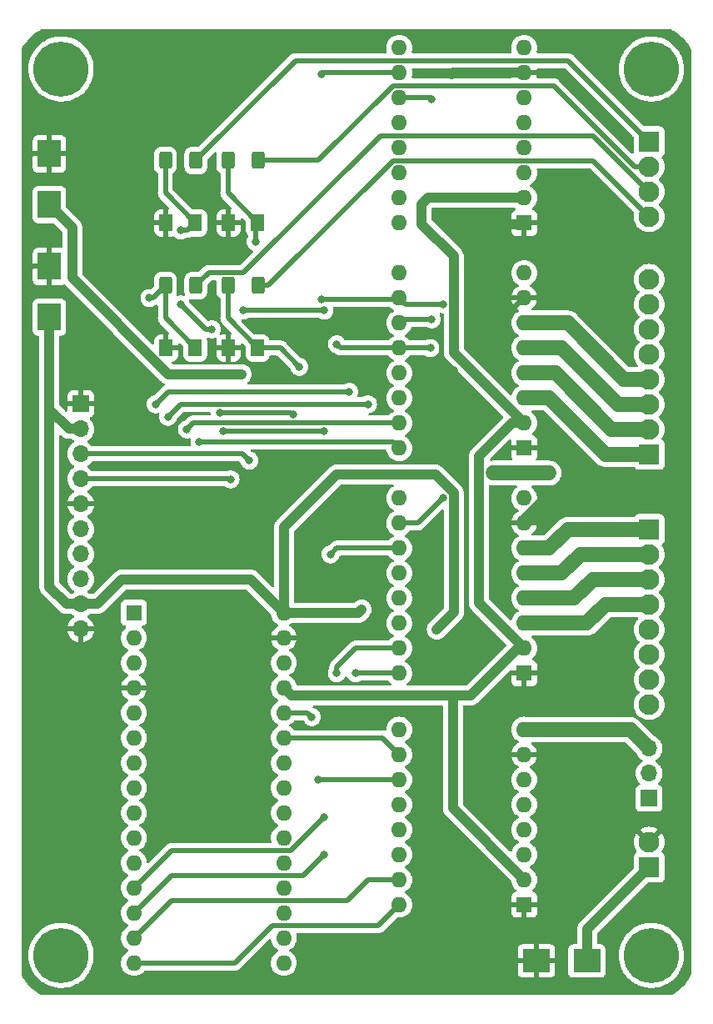
<source format=gbr>
%TF.GenerationSoftware,KiCad,Pcbnew,(6.0.4)*%
%TF.CreationDate,2023-07-24T12:38:11-04:00*%
%TF.ProjectId,BREAD_Slice,42524541-445f-4536-9c69-63652e6b6963,rev?*%
%TF.SameCoordinates,Original*%
%TF.FileFunction,Copper,L2,Bot*%
%TF.FilePolarity,Positive*%
%FSLAX46Y46*%
G04 Gerber Fmt 4.6, Leading zero omitted, Abs format (unit mm)*
G04 Created by KiCad (PCBNEW (6.0.4)) date 2023-07-24 12:38:11*
%MOMM*%
%LPD*%
G01*
G04 APERTURE LIST*
G04 Aperture macros list*
%AMRoundRect*
0 Rectangle with rounded corners*
0 $1 Rounding radius*
0 $2 $3 $4 $5 $6 $7 $8 $9 X,Y pos of 4 corners*
0 Add a 4 corners polygon primitive as box body*
4,1,4,$2,$3,$4,$5,$6,$7,$8,$9,$2,$3,0*
0 Add four circle primitives for the rounded corners*
1,1,$1+$1,$2,$3*
1,1,$1+$1,$4,$5*
1,1,$1+$1,$6,$7*
1,1,$1+$1,$8,$9*
0 Add four rect primitives between the rounded corners*
20,1,$1+$1,$2,$3,$4,$5,0*
20,1,$1+$1,$4,$5,$6,$7,0*
20,1,$1+$1,$6,$7,$8,$9,0*
20,1,$1+$1,$8,$9,$2,$3,0*%
G04 Aperture macros list end*
%TA.AperFunction,ComponentPad*%
%ADD10C,5.600000*%
%TD*%
%TA.AperFunction,ComponentPad*%
%ADD11R,1.600000X1.600000*%
%TD*%
%TA.AperFunction,ComponentPad*%
%ADD12O,1.600000X1.600000*%
%TD*%
%TA.AperFunction,ComponentPad*%
%ADD13R,1.700000X1.700000*%
%TD*%
%TA.AperFunction,ComponentPad*%
%ADD14O,1.700000X1.700000*%
%TD*%
%TA.AperFunction,ComponentPad*%
%ADD15R,2.100000X2.100000*%
%TD*%
%TA.AperFunction,ComponentPad*%
%ADD16C,2.100000*%
%TD*%
%TA.AperFunction,SMDPad,CuDef*%
%ADD17R,2.350000X2.770000*%
%TD*%
%TA.AperFunction,SMDPad,CuDef*%
%ADD18RoundRect,0.250000X0.462500X0.625000X-0.462500X0.625000X-0.462500X-0.625000X0.462500X-0.625000X0*%
%TD*%
%TA.AperFunction,SMDPad,CuDef*%
%ADD19RoundRect,0.250000X0.400000X0.625000X-0.400000X0.625000X-0.400000X-0.625000X0.400000X-0.625000X0*%
%TD*%
%TA.AperFunction,SMDPad,CuDef*%
%ADD20R,2.770000X2.350000*%
%TD*%
%TA.AperFunction,ViaPad*%
%ADD21C,0.800000*%
%TD*%
%TA.AperFunction,Conductor*%
%ADD22C,0.500000*%
%TD*%
%TA.AperFunction,Conductor*%
%ADD23C,1.000000*%
%TD*%
%TA.AperFunction,Conductor*%
%ADD24C,1.500000*%
%TD*%
G04 APERTURE END LIST*
D10*
%TO.P,H1,1*%
%TO.N,N/C*%
X127600000Y-44800000D03*
%TD*%
%TO.P,H2,1*%
%TO.N,N/C*%
X187600000Y-44800000D03*
%TD*%
%TO.P,H3,1*%
%TO.N,N/C*%
X127600000Y-134800000D03*
%TD*%
%TO.P,H4,1*%
%TO.N,N/C*%
X187600000Y-134800000D03*
%TD*%
D11*
%TO.P,G1,1*%
%TO.N,Net-(G1-Pad1)*%
X135000000Y-100000000D03*
D12*
%TO.P,G1,2*%
%TO.N,Net-(G1-Pad2)*%
X135000000Y-102540000D03*
%TO.P,G1,3*%
%TO.N,Net-(G1-Pad3)*%
X135000000Y-105080000D03*
%TO.P,G1,4*%
%TO.N,GND*%
X135000000Y-107620000D03*
%TO.P,G1,5*%
%TO.N,/E_STOP*%
X135000000Y-110160000D03*
%TO.P,G1,6*%
%TO.N,/INT*%
X135000000Y-112700000D03*
%TO.P,G1,7*%
%TO.N,/SYNC*%
X135000000Y-115240000D03*
%TO.P,G1,8*%
%TO.N,/ST_1*%
X135000000Y-117780000D03*
%TO.P,G1,9*%
%TO.N,/DR_1*%
X135000000Y-120320000D03*
%TO.P,G1,10*%
%TO.N,/ST_2*%
X135000000Y-122860000D03*
%TO.P,G1,11*%
%TO.N,/DR_2*%
X135000000Y-125400000D03*
%TO.P,G1,12*%
%TO.N,/ST_3*%
X135000000Y-127940000D03*
%TO.P,G1,13*%
%TO.N,/DR_3*%
X135000000Y-130480000D03*
%TO.P,G1,14*%
%TO.N,/ST_4*%
X135000000Y-133020000D03*
%TO.P,G1,15*%
%TO.N,/DR_4*%
X135000000Y-135560000D03*
%TO.P,G1,16*%
%TO.N,/MS3*%
X150240000Y-135560000D03*
%TO.P,G1,17*%
%TO.N,Net-(G1-Pad17)*%
X150240000Y-133020000D03*
%TO.P,G1,18*%
%TO.N,Net-(G1-Pad18)*%
X150240000Y-130480000D03*
%TO.P,G1,19*%
%TO.N,/AG_1*%
X150240000Y-127940000D03*
%TO.P,G1,20*%
%TO.N,/AG_2*%
X150240000Y-125400000D03*
%TO.P,G1,21*%
%TO.N,/AG_3*%
X150240000Y-122860000D03*
%TO.P,G1,22*%
%TO.N,/AG_4*%
X150240000Y-120320000D03*
%TO.P,G1,23*%
%TO.N,/I2C_DAT*%
X150240000Y-117780000D03*
%TO.P,G1,24*%
%TO.N,/I2C_CLK*%
X150240000Y-115240000D03*
%TO.P,G1,25*%
%TO.N,/MS1*%
X150240000Y-112700000D03*
%TO.P,G1,26*%
%TO.N,/MS2*%
X150240000Y-110160000D03*
%TO.P,G1,27*%
%TO.N,+5V*%
X150240000Y-107620000D03*
%TO.P,G1,28*%
%TO.N,Net-(G1-Pad28)*%
X150240000Y-105080000D03*
%TO.P,G1,29*%
%TO.N,GND*%
X150240000Y-102540000D03*
%TO.P,G1,30*%
%TO.N,+12V*%
X150240000Y-100000000D03*
%TD*%
D13*
%TO.P,J1,1*%
%TO.N,GND*%
X129600000Y-78800000D03*
D14*
%TO.P,J1,2*%
%TO.N,+12V*%
X129600000Y-81340000D03*
%TO.P,J1,3*%
%TO.N,/I2C_CLK*%
X129600000Y-83880000D03*
%TO.P,J1,4*%
%TO.N,/I2C_DAT*%
X129600000Y-86420000D03*
%TO.P,J1,5*%
%TO.N,GND*%
X129600000Y-88960000D03*
%TO.P,J1,6*%
%TO.N,/E_STOP*%
X129600000Y-91500000D03*
%TO.P,J1,7*%
%TO.N,/INT*%
X129600000Y-94040000D03*
%TO.P,J1,8*%
%TO.N,/SYNC*%
X129600000Y-96580000D03*
%TO.P,J1,9*%
%TO.N,+12V*%
X129600000Y-99120000D03*
%TO.P,J1,10*%
%TO.N,GND*%
X129600000Y-101660000D03*
%TD*%
D11*
%TO.P,A1,1*%
%TO.N,GND*%
X174670000Y-60425000D03*
D12*
%TO.P,A1,2*%
%TO.N,+5V*%
X174670000Y-57885000D03*
%TO.P,A1,3*%
%TO.N,/1_1B*%
X174670000Y-55345000D03*
%TO.P,A1,4*%
%TO.N,/1_1A*%
X174670000Y-52805000D03*
%TO.P,A1,5*%
%TO.N,/1_2A*%
X174670000Y-50265000D03*
%TO.P,A1,6*%
%TO.N,/1_2B*%
X174670000Y-47725000D03*
%TO.P,A1,7*%
%TO.N,GND*%
X174670000Y-45185000D03*
%TO.P,A1,8*%
%TO.N,/M_POWER*%
X174670000Y-42645000D03*
%TO.P,A1,9*%
%TO.N,Net-(A1-Pad9)*%
X161970000Y-42645000D03*
%TO.P,A1,10*%
%TO.N,/MS1*%
X161970000Y-45185000D03*
%TO.P,A1,11*%
%TO.N,/MS2*%
X161970000Y-47725000D03*
%TO.P,A1,12*%
%TO.N,/MS3*%
X161970000Y-50265000D03*
%TO.P,A1,13*%
%TO.N,Net-(A1-Pad13)*%
X161970000Y-52805000D03*
%TO.P,A1,14*%
X161970000Y-55345000D03*
%TO.P,A1,15*%
%TO.N,/ST_1*%
X161970000Y-57885000D03*
%TO.P,A1,16*%
%TO.N,/DR_1*%
X161970000Y-60425000D03*
%TD*%
D11*
%TO.P,A2,1*%
%TO.N,GND*%
X174670000Y-83285000D03*
D12*
%TO.P,A2,2*%
%TO.N,+5V*%
X174670000Y-80745000D03*
%TO.P,A2,3*%
%TO.N,/2_1B*%
X174670000Y-78205000D03*
%TO.P,A2,4*%
%TO.N,/2_1A*%
X174670000Y-75665000D03*
%TO.P,A2,5*%
%TO.N,/2_2A*%
X174670000Y-73125000D03*
%TO.P,A2,6*%
%TO.N,/2_2B*%
X174670000Y-70585000D03*
%TO.P,A2,7*%
%TO.N,GND*%
X174670000Y-68045000D03*
%TO.P,A2,8*%
%TO.N,/M_POWER*%
X174670000Y-65505000D03*
%TO.P,A2,9*%
%TO.N,Net-(A2-Pad9)*%
X161970000Y-65505000D03*
%TO.P,A2,10*%
%TO.N,/MS1*%
X161970000Y-68045000D03*
%TO.P,A2,11*%
%TO.N,/MS2*%
X161970000Y-70585000D03*
%TO.P,A2,12*%
%TO.N,/MS3*%
X161970000Y-73125000D03*
%TO.P,A2,13*%
%TO.N,Net-(A2-Pad13)*%
X161970000Y-75665000D03*
%TO.P,A2,14*%
X161970000Y-78205000D03*
%TO.P,A2,15*%
%TO.N,/ST_2*%
X161970000Y-80745000D03*
%TO.P,A2,16*%
%TO.N,/DR_2*%
X161970000Y-83285000D03*
%TD*%
D11*
%TO.P,A3,1*%
%TO.N,GND*%
X174670000Y-106145000D03*
D12*
%TO.P,A3,2*%
%TO.N,+5V*%
X174670000Y-103605000D03*
%TO.P,A3,3*%
%TO.N,/3_1B*%
X174670000Y-101065000D03*
%TO.P,A3,4*%
%TO.N,/3_1A*%
X174670000Y-98525000D03*
%TO.P,A3,5*%
%TO.N,/3_2A*%
X174670000Y-95985000D03*
%TO.P,A3,6*%
%TO.N,/3_2B*%
X174670000Y-93445000D03*
%TO.P,A3,7*%
%TO.N,GND*%
X174670000Y-90905000D03*
%TO.P,A3,8*%
%TO.N,/M_POWER*%
X174670000Y-88365000D03*
%TO.P,A3,9*%
%TO.N,Net-(A3-Pad9)*%
X161970000Y-88365000D03*
%TO.P,A3,10*%
%TO.N,/MS1*%
X161970000Y-90905000D03*
%TO.P,A3,11*%
%TO.N,/MS2*%
X161970000Y-93445000D03*
%TO.P,A3,12*%
%TO.N,/MS3*%
X161970000Y-95985000D03*
%TO.P,A3,13*%
%TO.N,Net-(A3-Pad13)*%
X161970000Y-98525000D03*
%TO.P,A3,14*%
X161970000Y-101065000D03*
%TO.P,A3,15*%
%TO.N,/ST_3*%
X161970000Y-103605000D03*
%TO.P,A3,16*%
%TO.N,/DR_3*%
X161970000Y-106145000D03*
%TD*%
D11*
%TO.P,A4,1*%
%TO.N,GND*%
X174670000Y-129640000D03*
D12*
%TO.P,A4,2*%
%TO.N,+5V*%
X174670000Y-127100000D03*
%TO.P,A4,3*%
%TO.N,/4_1B*%
X174670000Y-124560000D03*
%TO.P,A4,4*%
%TO.N,/4_1A*%
X174670000Y-122020000D03*
%TO.P,A4,5*%
%TO.N,/4_2A*%
X174670000Y-119480000D03*
%TO.P,A4,6*%
%TO.N,/4_2B*%
X174670000Y-116940000D03*
%TO.P,A4,7*%
%TO.N,GND*%
X174670000Y-114400000D03*
%TO.P,A4,8*%
%TO.N,/M_POWER*%
X174670000Y-111860000D03*
%TO.P,A4,9*%
%TO.N,Net-(A4-Pad9)*%
X161970000Y-111860000D03*
%TO.P,A4,10*%
%TO.N,/MS1*%
X161970000Y-114400000D03*
%TO.P,A4,11*%
%TO.N,/MS2*%
X161970000Y-116940000D03*
%TO.P,A4,12*%
%TO.N,/MS3*%
X161970000Y-119480000D03*
%TO.P,A4,13*%
%TO.N,Net-(A4-Pad13)*%
X161970000Y-122020000D03*
%TO.P,A4,14*%
X161970000Y-124560000D03*
%TO.P,A4,15*%
%TO.N,/ST_4*%
X161970000Y-127100000D03*
%TO.P,A4,16*%
%TO.N,/DR_4*%
X161970000Y-129640000D03*
%TD*%
D15*
%TO.P,J2,1*%
%TO.N,/A_IN1*%
X187370000Y-52170000D03*
D16*
%TO.P,J2,2*%
%TO.N,/A_IN2*%
X187370000Y-54710000D03*
%TO.P,J2,3*%
%TO.N,/A_IN3*%
X187370000Y-57250000D03*
%TO.P,J2,4*%
%TO.N,/A_IN4*%
X187370000Y-59790000D03*
%TD*%
D15*
%TO.P,J3,1*%
%TO.N,/2_1B*%
X187370000Y-83920000D03*
D16*
%TO.P,J3,2*%
%TO.N,/2_1A*%
X187370000Y-81380000D03*
%TO.P,J3,3*%
%TO.N,/2_2A*%
X187370000Y-78840000D03*
%TO.P,J3,4*%
%TO.N,/2_2B*%
X187370000Y-76300000D03*
%TO.P,J3,5*%
%TO.N,/1_1B*%
X187370000Y-73760000D03*
%TO.P,J3,6*%
%TO.N,/1_1A*%
X187370000Y-71220000D03*
%TO.P,J3,7*%
%TO.N,/1_2A*%
X187370000Y-68680000D03*
%TO.P,J3,8*%
%TO.N,/1_2B*%
X187370000Y-66140000D03*
%TD*%
D15*
%TO.P,J4,1*%
%TO.N,/3_2B*%
X187370000Y-91540000D03*
D16*
%TO.P,J4,2*%
%TO.N,/3_2A*%
X187370000Y-94080000D03*
%TO.P,J4,3*%
%TO.N,/3_1A*%
X187370000Y-96620000D03*
%TO.P,J4,4*%
%TO.N,/3_1B*%
X187370000Y-99160000D03*
%TO.P,J4,5*%
%TO.N,/4_2B*%
X187370000Y-101700000D03*
%TO.P,J4,6*%
%TO.N,/4_2A*%
X187370000Y-104240000D03*
%TO.P,J4,7*%
%TO.N,/4_1A*%
X187370000Y-106780000D03*
%TO.P,J4,8*%
%TO.N,/4_1B*%
X187370000Y-109320000D03*
%TD*%
D13*
%TO.P,J5,1*%
%TO.N,Net-(C3-Pad1)*%
X187370000Y-118845000D03*
D14*
%TO.P,J5,2*%
%TO.N,+12V*%
X187370000Y-116305000D03*
%TO.P,J5,3*%
%TO.N,/M_POWER*%
X187370000Y-113765000D03*
%TD*%
D15*
%TO.P,J6,1*%
%TO.N,Net-(C3-Pad1)*%
X187370000Y-125830000D03*
D16*
%TO.P,J6,2*%
%TO.N,GND*%
X187370000Y-123290000D03*
%TD*%
D17*
%TO.P,C2,1*%
%TO.N,+5V*%
X126410000Y-58550000D03*
%TO.P,C2,2*%
%TO.N,GND*%
X126410000Y-53410000D03*
%TD*%
%TO.P,C1,1*%
%TO.N,+12V*%
X126410000Y-69980000D03*
%TO.P,C1,2*%
%TO.N,GND*%
X126410000Y-64840000D03*
%TD*%
D18*
%TO.P,D1,1*%
%TO.N,/AG_1*%
X141232500Y-60425000D03*
%TO.P,D1,2*%
%TO.N,GND*%
X138257500Y-60425000D03*
%TD*%
%TO.P,D2,1*%
%TO.N,/AG_2*%
X147582500Y-60425000D03*
%TO.P,D2,2*%
%TO.N,GND*%
X144607500Y-60425000D03*
%TD*%
%TO.P,D3,1*%
%TO.N,/AG_3*%
X141232500Y-73125000D03*
%TO.P,D3,2*%
%TO.N,GND*%
X138257500Y-73125000D03*
%TD*%
%TO.P,D4,1*%
%TO.N,/AG_4*%
X147582500Y-73125000D03*
%TO.P,D4,2*%
%TO.N,GND*%
X144607500Y-73125000D03*
%TD*%
D19*
%TO.P,R1,1*%
%TO.N,/A_IN1*%
X141295000Y-54075000D03*
%TO.P,R1,2*%
%TO.N,/AG_1*%
X138195000Y-54075000D03*
%TD*%
%TO.P,R2,1*%
%TO.N,/A_IN2*%
X147645000Y-54075000D03*
%TO.P,R2,2*%
%TO.N,/AG_2*%
X144545000Y-54075000D03*
%TD*%
%TO.P,R3,1*%
%TO.N,/A_IN3*%
X141295000Y-66775000D03*
%TO.P,R3,2*%
%TO.N,/AG_3*%
X138195000Y-66775000D03*
%TD*%
%TO.P,R4,1*%
%TO.N,/A_IN4*%
X147645000Y-66775000D03*
%TO.P,R4,2*%
%TO.N,/AG_4*%
X144545000Y-66775000D03*
%TD*%
D20*
%TO.P,C3,1*%
%TO.N,Net-(C3-Pad1)*%
X181050000Y-135355000D03*
%TO.P,C3,2*%
%TO.N,GND*%
X175910000Y-135355000D03*
%TD*%
D21*
%TO.N,GND*%
X181020000Y-88365000D03*
X166796000Y-59536000D03*
X167304000Y-45312000D03*
X169082000Y-72934500D03*
X167494500Y-75347500D03*
X165462500Y-71601000D03*
%TO.N,+5V*%
X145968000Y-75792000D03*
%TO.N,/I2C_CLK*%
X146730000Y-84555000D03*
%TO.N,/I2C_DAT*%
X144825000Y-86460000D03*
%TO.N,+12V*%
X165780000Y-101700000D03*
X158160000Y-99668000D03*
%TO.N,/DR_1*%
X158795000Y-78840000D03*
X138475000Y-80110000D03*
%TO.N,/ST_1*%
X137205000Y-78840000D03*
X156890000Y-77570000D03*
%TO.N,/MS3*%
X165145000Y-73125000D03*
X155620000Y-72744000D03*
%TO.N,/MS2*%
X153715000Y-116940000D03*
X165272000Y-47852000D03*
X165272000Y-70204000D03*
X154985000Y-94080000D03*
X153080000Y-110590000D03*
%TO.N,/MS1*%
X154096000Y-68172000D03*
X166415000Y-68680000D03*
X166415000Y-88365000D03*
X154096000Y-45312000D03*
%TO.N,/DR_2*%
X141650000Y-82650000D03*
%TO.N,/ST_2*%
X140380000Y-81380000D03*
%TO.N,/DR_3*%
X157525000Y-106145000D03*
X154350000Y-124560000D03*
%TO.N,/ST_3*%
X154350000Y-120750000D03*
X155620000Y-106145000D03*
%TO.N,/AG_1*%
X139745000Y-61188750D03*
X142920000Y-71220000D03*
X139745000Y-68680000D03*
%TO.N,/AG_2*%
X143728894Y-79690000D03*
X151175000Y-79895000D03*
X147365000Y-62330000D03*
%TO.N,/AG_3*%
X154350000Y-81595000D03*
X154350000Y-69315000D03*
X144050011Y-81595000D03*
X136570000Y-68045000D03*
X146095000Y-69315000D03*
%TO.N,/AG_4*%
X151810000Y-75030000D03*
%TO.N,/M_POWER*%
X171495000Y-85825000D03*
X177210000Y-85825000D03*
%TD*%
D22*
%TO.N,GND*%
X166224500Y-74077500D02*
X166224500Y-72363000D01*
D23*
X167431000Y-45185000D02*
X167304000Y-45312000D01*
D22*
X166224500Y-72363000D02*
X165462500Y-71601000D01*
D23*
X174543000Y-60552000D02*
X174670000Y-60425000D01*
D22*
X174670000Y-68045000D02*
X169780500Y-72934500D01*
D23*
X167812000Y-60552000D02*
X174543000Y-60552000D01*
X166796000Y-59536000D02*
X167812000Y-60552000D01*
D22*
X167494500Y-75347500D02*
X166224500Y-74077500D01*
X169780500Y-72934500D02*
X169082000Y-72934500D01*
D24*
X177210000Y-88365000D02*
X181020000Y-88365000D01*
D23*
X174670000Y-45185000D02*
X167431000Y-45185000D01*
D24*
X174670000Y-90905000D02*
X177210000Y-88365000D01*
D23*
%TO.N,+5V*%
X170044990Y-98979990D02*
X170044990Y-84120990D01*
X174035000Y-103605000D02*
X174670000Y-103605000D01*
X167419999Y-108419999D02*
X169220001Y-108419999D01*
X151039999Y-108419999D02*
X167419999Y-108419999D01*
X167515001Y-63811001D02*
X164256000Y-60552000D01*
X128726000Y-60866000D02*
X128726000Y-66024520D01*
X164256000Y-60552000D02*
X164256000Y-58520000D01*
X167419999Y-119849999D02*
X167419999Y-108419999D01*
X174670000Y-103605000D02*
X170044990Y-98979990D01*
X164256000Y-58520000D02*
X164891000Y-57885000D01*
X128726000Y-66024520D02*
X138493480Y-75792000D01*
X126410000Y-58550000D02*
X128726000Y-60866000D01*
X169220001Y-108419999D02*
X174035000Y-103605000D01*
X174670000Y-80745000D02*
X167515001Y-73590001D01*
X173420980Y-80745000D02*
X174670000Y-80745000D01*
X150240000Y-107620000D02*
X151039999Y-108419999D01*
X174670000Y-127100000D02*
X167419999Y-119849999D01*
X164891000Y-57885000D02*
X174670000Y-57885000D01*
X167515001Y-73590001D02*
X167515001Y-63811001D01*
X170044990Y-84120990D02*
X173420980Y-80745000D01*
X138493480Y-75792000D02*
X145968000Y-75792000D01*
D22*
%TO.N,/I2C_CLK*%
X146055000Y-83880000D02*
X146730000Y-84555000D01*
X129600000Y-83880000D02*
X146055000Y-83880000D01*
%TO.N,/I2C_DAT*%
X129600000Y-86420000D02*
X144785000Y-86420000D01*
X144785000Y-86420000D02*
X144825000Y-86460000D01*
D23*
%TO.N,+12V*%
X146860000Y-96620000D02*
X150240000Y-100000000D01*
X126410000Y-69980000D02*
X126380000Y-69980000D01*
X126410000Y-97382000D02*
X128148000Y-99120000D01*
X155620000Y-85952000D02*
X150240000Y-91332000D01*
X126410000Y-69980000D02*
X126410000Y-79352081D01*
X128148000Y-99120000D02*
X129600000Y-99120000D01*
X165630002Y-85952000D02*
X155620000Y-85952000D01*
X150240000Y-91332000D02*
X150240000Y-100000000D01*
X129600000Y-99120000D02*
X131276000Y-99120000D01*
X167515001Y-99964999D02*
X167515001Y-87836999D01*
X167515001Y-87836999D02*
X165630002Y-85952000D01*
X126410000Y-79352081D02*
X128397919Y-81340000D01*
X128397919Y-81340000D02*
X129600000Y-81340000D01*
X131276000Y-99120000D02*
X133776000Y-96620000D01*
X150240000Y-100000000D02*
X157828000Y-100000000D01*
X157828000Y-100000000D02*
X158160000Y-99668000D01*
X133776000Y-96620000D02*
X146860000Y-96620000D01*
X126410000Y-79352081D02*
X126410000Y-97382000D01*
X165780000Y-101700000D02*
X167515001Y-99964999D01*
D22*
%TO.N,/DR_1*%
X138475000Y-80110000D02*
X139745000Y-78840000D01*
X139745000Y-78840000D02*
X158795000Y-78840000D01*
%TO.N,/ST_1*%
X138475000Y-77570000D02*
X156890000Y-77570000D01*
X137205000Y-78840000D02*
X138475000Y-77570000D01*
%TO.N,/MS3*%
X165145000Y-73125000D02*
X161970000Y-73125000D01*
X161970000Y-73125000D02*
X156001000Y-73125000D01*
X156001000Y-73125000D02*
X155620000Y-72744000D01*
%TO.N,/MS2*%
X165272000Y-70204000D02*
X162351000Y-70204000D01*
X154985000Y-94080000D02*
X155620000Y-93445000D01*
X153715000Y-116940000D02*
X161970000Y-116940000D01*
X150240000Y-110160000D02*
X152650000Y-110160000D01*
X161970000Y-47725000D02*
X165145000Y-47725000D01*
X162351000Y-70204000D02*
X161970000Y-70585000D01*
X165145000Y-47725000D02*
X165272000Y-47852000D01*
X152650000Y-110160000D02*
X153080000Y-110590000D01*
X155620000Y-93445000D02*
X161970000Y-93445000D01*
%TO.N,/MS1*%
X160270000Y-112700000D02*
X161970000Y-114400000D01*
X150240000Y-112700000D02*
X160270000Y-112700000D01*
X163875000Y-90905000D02*
X166415000Y-88365000D01*
X161970000Y-90905000D02*
X163875000Y-90905000D01*
X166415000Y-68680000D02*
X162605000Y-68680000D01*
X162605000Y-68680000D02*
X161970000Y-68045000D01*
X161970000Y-45185000D02*
X154223000Y-45185000D01*
X161843000Y-68172000D02*
X161970000Y-68045000D01*
X154223000Y-45185000D02*
X154096000Y-45312000D01*
X154096000Y-68172000D02*
X161843000Y-68172000D01*
%TO.N,/DR_2*%
X161335000Y-82650000D02*
X161970000Y-83285000D01*
X141650000Y-82650000D02*
X161335000Y-82650000D01*
%TO.N,/ST_2*%
X141015000Y-80745000D02*
X161970000Y-80745000D01*
X140380000Y-81380000D02*
X141015000Y-80745000D01*
D24*
%TO.N,/2_2B*%
X184830000Y-76300000D02*
X187370000Y-76300000D01*
X174670000Y-70585000D02*
X179115000Y-70585000D01*
X179115000Y-70585000D02*
X184830000Y-76300000D01*
%TO.N,/2_2A*%
X178480000Y-73125000D02*
X184195000Y-78840000D01*
X174670000Y-73125000D02*
X178480000Y-73125000D01*
X184195000Y-78840000D02*
X187370000Y-78840000D01*
%TO.N,/2_1A*%
X177845000Y-75665000D02*
X183560000Y-81380000D01*
X174670000Y-75665000D02*
X177845000Y-75665000D01*
X183560000Y-81380000D02*
X187370000Y-81380000D01*
%TO.N,/2_1B*%
X174670000Y-78205000D02*
X177210000Y-78205000D01*
X182925000Y-83920000D02*
X187370000Y-83920000D01*
X177210000Y-78205000D02*
X182925000Y-83920000D01*
D22*
%TO.N,/DR_3*%
X138790001Y-126689999D02*
X152220001Y-126689999D01*
X135000000Y-130480000D02*
X138790001Y-126689999D01*
X152220001Y-126689999D02*
X154350000Y-124560000D01*
X157525000Y-106145000D02*
X161970000Y-106145000D01*
%TO.N,/ST_3*%
X135000000Y-127940000D02*
X138790001Y-124149999D01*
X150950001Y-124149999D02*
X154350000Y-120750000D01*
X157525000Y-103605000D02*
X161970000Y-103605000D01*
X138790001Y-124149999D02*
X150950001Y-124149999D01*
X155620000Y-105510000D02*
X157525000Y-103605000D01*
X155620000Y-106145000D02*
X155620000Y-105510000D01*
D24*
%TO.N,/3_2B*%
X174670000Y-93445000D02*
X177210000Y-93445000D01*
X179115000Y-91540000D02*
X187370000Y-91540000D01*
X177210000Y-93445000D02*
X179115000Y-91540000D01*
%TO.N,/3_2A*%
X178480000Y-95985000D02*
X180385000Y-94080000D01*
X174670000Y-95985000D02*
X178480000Y-95985000D01*
X180385000Y-94080000D02*
X187370000Y-94080000D01*
%TO.N,/3_1A*%
X179750000Y-98525000D02*
X181655000Y-96620000D01*
X181655000Y-96620000D02*
X187370000Y-96620000D01*
X174670000Y-98525000D02*
X179750000Y-98525000D01*
%TO.N,/3_1B*%
X181020000Y-101065000D02*
X182925000Y-99160000D01*
X174670000Y-101065000D02*
X181020000Y-101065000D01*
X182925000Y-99160000D02*
X187370000Y-99160000D01*
D22*
%TO.N,/DR_4*%
X145255000Y-135560000D02*
X149045001Y-131769999D01*
X159840001Y-131769999D02*
X161970000Y-129640000D01*
X149045001Y-131769999D02*
X159840001Y-131769999D01*
X135000000Y-135560000D02*
X145255000Y-135560000D01*
%TO.N,/ST_4*%
X156704999Y-129190001D02*
X158795000Y-127100000D01*
X135000000Y-133020000D02*
X138829999Y-129190001D01*
X158795000Y-127100000D02*
X161970000Y-127100000D01*
X138829999Y-129190001D02*
X156704999Y-129190001D01*
%TO.N,Net-(G1-Pad1)*%
X135000000Y-100000000D02*
X135000000Y-100130000D01*
%TO.N,/AG_1*%
X138195000Y-57387500D02*
X141232500Y-60425000D01*
X142920000Y-71220000D02*
X142285000Y-71220000D01*
X139745000Y-61188750D02*
X140468750Y-61188750D01*
X138195000Y-54075000D02*
X138195000Y-57387500D01*
X140468750Y-61188750D02*
X141232500Y-60425000D01*
X142285000Y-71220000D02*
X139745000Y-68680000D01*
%TO.N,/AG_2*%
X144545000Y-54075000D02*
X144545000Y-57387500D01*
X150970000Y-79690000D02*
X151175000Y-79895000D01*
X147365000Y-60642500D02*
X147582500Y-60425000D01*
X143728894Y-79690000D02*
X150970000Y-79690000D01*
X144545000Y-57387500D02*
X147582500Y-60425000D01*
X147365000Y-62330000D02*
X147365000Y-60642500D01*
%TO.N,/AG_3*%
X136925000Y-68045000D02*
X138195000Y-66775000D01*
X136570000Y-68045000D02*
X136925000Y-68045000D01*
X154350000Y-69315000D02*
X146095000Y-69315000D01*
X138195000Y-70087500D02*
X141232500Y-73125000D01*
X144050011Y-81595000D02*
X154350000Y-81595000D01*
X138195000Y-66775000D02*
X138195000Y-70087500D01*
%TO.N,/AG_4*%
X151810000Y-75030000D02*
X149905000Y-73125000D01*
X149905000Y-73125000D02*
X147582500Y-73125000D01*
X144545000Y-70087500D02*
X147582500Y-73125000D01*
X144545000Y-66775000D02*
X144545000Y-70087500D01*
%TO.N,/A_IN4*%
X181674999Y-54094999D02*
X187370000Y-59790000D01*
X147645000Y-66775000D02*
X148689998Y-66775000D01*
X148689998Y-66775000D02*
X161369999Y-54094999D01*
X161369999Y-54094999D02*
X181674999Y-54094999D01*
%TO.N,/A_IN3*%
X146150010Y-65449990D02*
X160045001Y-51554999D01*
X160045001Y-51554999D02*
X181674999Y-51554999D01*
X142620010Y-65449990D02*
X146150010Y-65449990D01*
X141295000Y-66775000D02*
X142620010Y-65449990D01*
X181674999Y-51554999D02*
X187370000Y-57250000D01*
%TO.N,/A_IN2*%
X147645000Y-54075000D02*
X153715000Y-54075000D01*
X177650075Y-46474999D02*
X185885076Y-54710000D01*
X185885076Y-54710000D02*
X187370000Y-54710000D01*
X161315001Y-46474999D02*
X177650075Y-46474999D01*
X153715000Y-54075000D02*
X161315001Y-46474999D01*
%TO.N,/A_IN1*%
X141295000Y-54075000D02*
X151435001Y-43934999D01*
X179134999Y-43934999D02*
X187370000Y-52170000D01*
X151435001Y-43934999D02*
X179134999Y-43934999D01*
D24*
%TO.N,/M_POWER*%
X185465000Y-111860000D02*
X187370000Y-113765000D01*
X174670000Y-111860000D02*
X185465000Y-111860000D01*
X177210000Y-85825000D02*
X171495000Y-85825000D01*
D23*
%TO.N,Net-(C3-Pad1)*%
X181050000Y-135355000D02*
X181050000Y-132150000D01*
X181050000Y-132150000D02*
X187370000Y-125830000D01*
%TD*%
%TA.AperFunction,Conductor*%
%TO.N,GND*%
G36*
X189546057Y-40754237D02*
G01*
X189840867Y-40907705D01*
X189850387Y-40913201D01*
X190171574Y-41117820D01*
X190180578Y-41124124D01*
X190482716Y-41355962D01*
X190491137Y-41363028D01*
X190771914Y-41620314D01*
X190779686Y-41628086D01*
X191036972Y-41908863D01*
X191044038Y-41917284D01*
X191275876Y-42219422D01*
X191282180Y-42228426D01*
X191486799Y-42549613D01*
X191492294Y-42559132D01*
X191652877Y-42867607D01*
X191668138Y-42896924D01*
X191672785Y-42906889D01*
X191678410Y-42920470D01*
X191688000Y-42968685D01*
X191688000Y-136631315D01*
X191678410Y-136679530D01*
X191672785Y-136693111D01*
X191668142Y-136703067D01*
X191493788Y-137037999D01*
X191492295Y-137040867D01*
X191486799Y-137050387D01*
X191282180Y-137371574D01*
X191275876Y-137380578D01*
X191044038Y-137682716D01*
X191036972Y-137691137D01*
X190779686Y-137971914D01*
X190771914Y-137979686D01*
X190491137Y-138236972D01*
X190482716Y-138244038D01*
X190180578Y-138475876D01*
X190171574Y-138482180D01*
X189850387Y-138686799D01*
X189840867Y-138692295D01*
X189692052Y-138769763D01*
X189633872Y-138784000D01*
X125566128Y-138784000D01*
X125507948Y-138769763D01*
X125359133Y-138692295D01*
X125349613Y-138686799D01*
X125028426Y-138482180D01*
X125019422Y-138475876D01*
X124717284Y-138244038D01*
X124708863Y-138236972D01*
X124428086Y-137979686D01*
X124420314Y-137971914D01*
X124163028Y-137691137D01*
X124155962Y-137682716D01*
X123924124Y-137380578D01*
X123917820Y-137371574D01*
X123713201Y-137050387D01*
X123707705Y-137040867D01*
X123706021Y-137037631D01*
X123630237Y-136892052D01*
X123616000Y-136833872D01*
X123616000Y-134788434D01*
X124286661Y-134788434D01*
X124304792Y-135146340D01*
X124305329Y-135149695D01*
X124305330Y-135149701D01*
X124344582Y-135394757D01*
X124361470Y-135500195D01*
X124456033Y-135845859D01*
X124587374Y-136179288D01*
X124607041Y-136216749D01*
X124703141Y-136399791D01*
X124753957Y-136496582D01*
X124755858Y-136499411D01*
X124755864Y-136499421D01*
X124890547Y-136699849D01*
X124953834Y-136794029D01*
X125184665Y-137068150D01*
X125443751Y-137315738D01*
X125728061Y-137533897D01*
X125760056Y-137553350D01*
X126031355Y-137718303D01*
X126031360Y-137718306D01*
X126034270Y-137720075D01*
X126037358Y-137721521D01*
X126037357Y-137721521D01*
X126355710Y-137870649D01*
X126355720Y-137870653D01*
X126358794Y-137872093D01*
X126362012Y-137873195D01*
X126362015Y-137873196D01*
X126694615Y-137987071D01*
X126694623Y-137987073D01*
X126697838Y-137988174D01*
X127047435Y-138066959D01*
X127099728Y-138072917D01*
X127400114Y-138107142D01*
X127400122Y-138107142D01*
X127403497Y-138107527D01*
X127406901Y-138107545D01*
X127406904Y-138107545D01*
X127601227Y-138108562D01*
X127761857Y-138109403D01*
X127765243Y-138109053D01*
X127765245Y-138109053D01*
X128114932Y-138072917D01*
X128114941Y-138072916D01*
X128118324Y-138072566D01*
X128121657Y-138071852D01*
X128121660Y-138071851D01*
X128294186Y-138034864D01*
X128468727Y-137997446D01*
X128808968Y-137884922D01*
X129135066Y-137736311D01*
X129229052Y-137680506D01*
X129440262Y-137555099D01*
X129440267Y-137555096D01*
X129443207Y-137553350D01*
X129729786Y-137338180D01*
X129991451Y-137093319D01*
X130225140Y-136821630D01*
X130355940Y-136631315D01*
X130426190Y-136529101D01*
X130426195Y-136529094D01*
X130428120Y-136526292D01*
X130429732Y-136523298D01*
X130429737Y-136523290D01*
X130573331Y-136256607D01*
X130598017Y-136210760D01*
X130732842Y-135878724D01*
X130743142Y-135842568D01*
X130805816Y-135622548D01*
X130831020Y-135534070D01*
X130864639Y-135337393D01*
X130890829Y-135184175D01*
X130890829Y-135184173D01*
X130891401Y-135180828D01*
X130893511Y-135146340D01*
X130913168Y-134824928D01*
X130913278Y-134823131D01*
X130913359Y-134800000D01*
X130893979Y-134442159D01*
X130836066Y-134088505D01*
X130740297Y-133743173D01*
X130737243Y-133735497D01*
X130609052Y-133413369D01*
X130607793Y-133410205D01*
X130521956Y-133248087D01*
X130441702Y-133096513D01*
X130441698Y-133096506D01*
X130440103Y-133093494D01*
X130239190Y-132796746D01*
X130235092Y-132791913D01*
X130086020Y-132616134D01*
X130007403Y-132523432D01*
X129747454Y-132276750D01*
X129512468Y-132097739D01*
X129465091Y-132061647D01*
X129465089Y-132061646D01*
X129462384Y-132059585D01*
X129459472Y-132057828D01*
X129459467Y-132057825D01*
X129158443Y-131876236D01*
X129158437Y-131876233D01*
X129155528Y-131874478D01*
X128901188Y-131756417D01*
X128833571Y-131725030D01*
X128833569Y-131725029D01*
X128830475Y-131723593D01*
X128660752Y-131666145D01*
X128494255Y-131609789D01*
X128494250Y-131609788D01*
X128491028Y-131608697D01*
X128292681Y-131564724D01*
X128144493Y-131531871D01*
X128144487Y-131531870D01*
X128141158Y-131531132D01*
X128137769Y-131530758D01*
X128137764Y-131530757D01*
X127788338Y-131492180D01*
X127788333Y-131492180D01*
X127784957Y-131491807D01*
X127781558Y-131491801D01*
X127781557Y-131491801D01*
X127612080Y-131491505D01*
X127426592Y-131491182D01*
X127313413Y-131503277D01*
X127073639Y-131528901D01*
X127073631Y-131528902D01*
X127070256Y-131529263D01*
X126720117Y-131605606D01*
X126380271Y-131719317D01*
X126377178Y-131720739D01*
X126377177Y-131720740D01*
X126195090Y-131804491D01*
X126054694Y-131869066D01*
X126051760Y-131870822D01*
X126051758Y-131870823D01*
X125763237Y-132043499D01*
X125747193Y-132053101D01*
X125744467Y-132055163D01*
X125744465Y-132055164D01*
X125547713Y-132203967D01*
X125461367Y-132269270D01*
X125458882Y-132271612D01*
X125458877Y-132271616D01*
X125375122Y-132350543D01*
X125200559Y-132515043D01*
X125198347Y-132517633D01*
X125198345Y-132517635D01*
X125157230Y-132565775D01*
X124967819Y-132787546D01*
X124965900Y-132790358D01*
X124965897Y-132790363D01*
X124920381Y-132857087D01*
X124765871Y-133083591D01*
X124597077Y-133399714D01*
X124463411Y-133732218D01*
X124462491Y-133735492D01*
X124462489Y-133735497D01*
X124370602Y-134062396D01*
X124366437Y-134077213D01*
X124365875Y-134080570D01*
X124365875Y-134080571D01*
X124308132Y-134425634D01*
X124307290Y-134430663D01*
X124286661Y-134788434D01*
X123616000Y-134788434D01*
X123616000Y-105080000D01*
X133686502Y-105080000D01*
X133706457Y-105308087D01*
X133707881Y-105313400D01*
X133707881Y-105313402D01*
X133759154Y-105504752D01*
X133765716Y-105529243D01*
X133768039Y-105534224D01*
X133768039Y-105534225D01*
X133860151Y-105731762D01*
X133860154Y-105731767D01*
X133862477Y-105736749D01*
X133865634Y-105741257D01*
X133988630Y-105916913D01*
X133993802Y-105924300D01*
X134155700Y-106086198D01*
X134160208Y-106089355D01*
X134160211Y-106089357D01*
X134230302Y-106138435D01*
X134343251Y-106217523D01*
X134348233Y-106219846D01*
X134348238Y-106219849D01*
X134383049Y-106236081D01*
X134436334Y-106282998D01*
X134455795Y-106351275D01*
X134435253Y-106419235D01*
X134383049Y-106464471D01*
X134348489Y-106480586D01*
X134338993Y-106486069D01*
X134160533Y-106611028D01*
X134152125Y-106618084D01*
X133998084Y-106772125D01*
X133991028Y-106780533D01*
X133866069Y-106958993D01*
X133860586Y-106968489D01*
X133768510Y-107165947D01*
X133764764Y-107176239D01*
X133718606Y-107348503D01*
X133718942Y-107362599D01*
X133726884Y-107366000D01*
X136267967Y-107366000D01*
X136281498Y-107362027D01*
X136282727Y-107353478D01*
X136235236Y-107176239D01*
X136231490Y-107165947D01*
X136139414Y-106968489D01*
X136133931Y-106958993D01*
X136008972Y-106780533D01*
X136001916Y-106772125D01*
X135847875Y-106618084D01*
X135839467Y-106611028D01*
X135661007Y-106486069D01*
X135651511Y-106480586D01*
X135616951Y-106464471D01*
X135563666Y-106417554D01*
X135544205Y-106349277D01*
X135564747Y-106281317D01*
X135616951Y-106236081D01*
X135651762Y-106219849D01*
X135651767Y-106219846D01*
X135656749Y-106217523D01*
X135769698Y-106138435D01*
X135839789Y-106089357D01*
X135839792Y-106089355D01*
X135844300Y-106086198D01*
X136006198Y-105924300D01*
X136011371Y-105916913D01*
X136134366Y-105741257D01*
X136137523Y-105736749D01*
X136139846Y-105731767D01*
X136139849Y-105731762D01*
X136231961Y-105534225D01*
X136231961Y-105534224D01*
X136234284Y-105529243D01*
X136240847Y-105504752D01*
X136292119Y-105313402D01*
X136292119Y-105313400D01*
X136293543Y-105308087D01*
X136313498Y-105080000D01*
X136293543Y-104851913D01*
X136292119Y-104846598D01*
X136235707Y-104636067D01*
X136235706Y-104636065D01*
X136234284Y-104630757D01*
X136225164Y-104611198D01*
X136139849Y-104428238D01*
X136139846Y-104428233D01*
X136137523Y-104423251D01*
X136064098Y-104318389D01*
X136009357Y-104240211D01*
X136009355Y-104240208D01*
X136006198Y-104235700D01*
X135844300Y-104073802D01*
X135839792Y-104070645D01*
X135839789Y-104070643D01*
X135761611Y-104015902D01*
X135656749Y-103942477D01*
X135651767Y-103940154D01*
X135651762Y-103940151D01*
X135617543Y-103924195D01*
X135564258Y-103877278D01*
X135544797Y-103809001D01*
X135565339Y-103741041D01*
X135617543Y-103695805D01*
X135651762Y-103679849D01*
X135651767Y-103679846D01*
X135656749Y-103677523D01*
X135768141Y-103599525D01*
X135839789Y-103549357D01*
X135839792Y-103549355D01*
X135844300Y-103546198D01*
X136006198Y-103384300D01*
X136011371Y-103376913D01*
X136134366Y-103201257D01*
X136137523Y-103196749D01*
X136139846Y-103191767D01*
X136139849Y-103191762D01*
X136231961Y-102994225D01*
X136231961Y-102994224D01*
X136234284Y-102989243D01*
X136240847Y-102964752D01*
X136292119Y-102773402D01*
X136292119Y-102773400D01*
X136293543Y-102768087D01*
X136313498Y-102540000D01*
X136293543Y-102311913D01*
X136290159Y-102299284D01*
X136235707Y-102096067D01*
X136235706Y-102096065D01*
X136234284Y-102090757D01*
X136231961Y-102085775D01*
X136139849Y-101888238D01*
X136139846Y-101888233D01*
X136137523Y-101883251D01*
X136064098Y-101778389D01*
X136009357Y-101700211D01*
X136009355Y-101700208D01*
X136006198Y-101695700D01*
X135844300Y-101533802D01*
X135839789Y-101530643D01*
X135835576Y-101527108D01*
X135836527Y-101525974D01*
X135796529Y-101475929D01*
X135789224Y-101405310D01*
X135821258Y-101341951D01*
X135882462Y-101305970D01*
X135899517Y-101302918D01*
X135910316Y-101301745D01*
X136046705Y-101250615D01*
X136163261Y-101163261D01*
X136250615Y-101046705D01*
X136301745Y-100910316D01*
X136308500Y-100848134D01*
X136308500Y-99151866D01*
X136301745Y-99089684D01*
X136250615Y-98953295D01*
X136163261Y-98836739D01*
X136046705Y-98749385D01*
X135910316Y-98698255D01*
X135848134Y-98691500D01*
X134151866Y-98691500D01*
X134089684Y-98698255D01*
X133953295Y-98749385D01*
X133836739Y-98836739D01*
X133749385Y-98953295D01*
X133698255Y-99089684D01*
X133691500Y-99151866D01*
X133691500Y-100848134D01*
X133698255Y-100910316D01*
X133749385Y-101046705D01*
X133836739Y-101163261D01*
X133953295Y-101250615D01*
X134089684Y-101301745D01*
X134100474Y-101302917D01*
X134102606Y-101303803D01*
X134105222Y-101304425D01*
X134105121Y-101304848D01*
X134166035Y-101330155D01*
X134206463Y-101388517D01*
X134208922Y-101459471D01*
X134172629Y-101520490D01*
X134163969Y-101527489D01*
X134160207Y-101530646D01*
X134155700Y-101533802D01*
X133993802Y-101695700D01*
X133990645Y-101700208D01*
X133990643Y-101700211D01*
X133935902Y-101778389D01*
X133862477Y-101883251D01*
X133860154Y-101888233D01*
X133860151Y-101888238D01*
X133768039Y-102085775D01*
X133765716Y-102090757D01*
X133764294Y-102096065D01*
X133764293Y-102096067D01*
X133709841Y-102299284D01*
X133706457Y-102311913D01*
X133686502Y-102540000D01*
X133706457Y-102768087D01*
X133707881Y-102773400D01*
X133707881Y-102773402D01*
X133759154Y-102964752D01*
X133765716Y-102989243D01*
X133768039Y-102994224D01*
X133768039Y-102994225D01*
X133860151Y-103191762D01*
X133860154Y-103191767D01*
X133862477Y-103196749D01*
X133865634Y-103201257D01*
X133988630Y-103376913D01*
X133993802Y-103384300D01*
X134155700Y-103546198D01*
X134160208Y-103549355D01*
X134160211Y-103549357D01*
X134231859Y-103599525D01*
X134343251Y-103677523D01*
X134348233Y-103679846D01*
X134348238Y-103679849D01*
X134382457Y-103695805D01*
X134435742Y-103742722D01*
X134455203Y-103810999D01*
X134434661Y-103878959D01*
X134382457Y-103924195D01*
X134348238Y-103940151D01*
X134348233Y-103940154D01*
X134343251Y-103942477D01*
X134238389Y-104015902D01*
X134160211Y-104070643D01*
X134160208Y-104070645D01*
X134155700Y-104073802D01*
X133993802Y-104235700D01*
X133990645Y-104240208D01*
X133990643Y-104240211D01*
X133935902Y-104318389D01*
X133862477Y-104423251D01*
X133860154Y-104428233D01*
X133860151Y-104428238D01*
X133774836Y-104611198D01*
X133765716Y-104630757D01*
X133764294Y-104636065D01*
X133764293Y-104636067D01*
X133707881Y-104846598D01*
X133706457Y-104851913D01*
X133686502Y-105080000D01*
X123616000Y-105080000D01*
X123616000Y-101927966D01*
X128268257Y-101927966D01*
X128298565Y-102062446D01*
X128301645Y-102072275D01*
X128381770Y-102269603D01*
X128386413Y-102278794D01*
X128497694Y-102460388D01*
X128503777Y-102468699D01*
X128643213Y-102629667D01*
X128650580Y-102636883D01*
X128814434Y-102772916D01*
X128822881Y-102778831D01*
X129006756Y-102886279D01*
X129016042Y-102890729D01*
X129215001Y-102966703D01*
X129224899Y-102969579D01*
X129328250Y-102990606D01*
X129342299Y-102989410D01*
X129346000Y-102979065D01*
X129346000Y-102978517D01*
X129854000Y-102978517D01*
X129858064Y-102992359D01*
X129871478Y-102994393D01*
X129878184Y-102993534D01*
X129888262Y-102991392D01*
X130092255Y-102930191D01*
X130101842Y-102926433D01*
X130293095Y-102832739D01*
X130301945Y-102827464D01*
X130475328Y-102703792D01*
X130483200Y-102697139D01*
X130634052Y-102546812D01*
X130640730Y-102538965D01*
X130765003Y-102366020D01*
X130770313Y-102357183D01*
X130864670Y-102166267D01*
X130868469Y-102156672D01*
X130930377Y-101952910D01*
X130932555Y-101942837D01*
X130933986Y-101931962D01*
X130931775Y-101917778D01*
X130918617Y-101914000D01*
X129872115Y-101914000D01*
X129856876Y-101918475D01*
X129855671Y-101919865D01*
X129854000Y-101927548D01*
X129854000Y-102978517D01*
X129346000Y-102978517D01*
X129346000Y-101932115D01*
X129341525Y-101916876D01*
X129340135Y-101915671D01*
X129332452Y-101914000D01*
X128283225Y-101914000D01*
X128269694Y-101917973D01*
X128268257Y-101927966D01*
X123616000Y-101927966D01*
X123616000Y-71413134D01*
X124726500Y-71413134D01*
X124733255Y-71475316D01*
X124784385Y-71611705D01*
X124871739Y-71728261D01*
X124988295Y-71815615D01*
X125124684Y-71866745D01*
X125186866Y-71873500D01*
X125275500Y-71873500D01*
X125343621Y-71893502D01*
X125390114Y-71947158D01*
X125401500Y-71999500D01*
X125401500Y-79290238D01*
X125400763Y-79303845D01*
X125398176Y-79327665D01*
X125396676Y-79341469D01*
X125397213Y-79347604D01*
X125401021Y-79391134D01*
X125401500Y-79402115D01*
X125401500Y-97320157D01*
X125400763Y-97333764D01*
X125396676Y-97371388D01*
X125397213Y-97377523D01*
X125401050Y-97421388D01*
X125401379Y-97426214D01*
X125401500Y-97428686D01*
X125401500Y-97431769D01*
X125401801Y-97434837D01*
X125405690Y-97474506D01*
X125405812Y-97475819D01*
X125413913Y-97568413D01*
X125415400Y-97573532D01*
X125415920Y-97578833D01*
X125442791Y-97667834D01*
X125443126Y-97668967D01*
X125463612Y-97739476D01*
X125469091Y-97758336D01*
X125471544Y-97763068D01*
X125473084Y-97768169D01*
X125475978Y-97773612D01*
X125516731Y-97850260D01*
X125517343Y-97851426D01*
X125540059Y-97895248D01*
X125560108Y-97933926D01*
X125563431Y-97938089D01*
X125565934Y-97942796D01*
X125624755Y-98014918D01*
X125625446Y-98015774D01*
X125656738Y-98054973D01*
X125659242Y-98057477D01*
X125659884Y-98058195D01*
X125663585Y-98062528D01*
X125690935Y-98096062D01*
X125695682Y-98099989D01*
X125695684Y-98099991D01*
X125726262Y-98125287D01*
X125735042Y-98133277D01*
X127391145Y-99789379D01*
X127400247Y-99799522D01*
X127423968Y-99829025D01*
X127428696Y-99832992D01*
X127462421Y-99861291D01*
X127466069Y-99864472D01*
X127467881Y-99866115D01*
X127470075Y-99868309D01*
X127503349Y-99895642D01*
X127504147Y-99896304D01*
X127575474Y-99956154D01*
X127580144Y-99958722D01*
X127584261Y-99962103D01*
X127604079Y-99972729D01*
X127666086Y-100005977D01*
X127667245Y-100006606D01*
X127743381Y-100048462D01*
X127743389Y-100048465D01*
X127748787Y-100051433D01*
X127753869Y-100053045D01*
X127758563Y-100055562D01*
X127847531Y-100082762D01*
X127848559Y-100083082D01*
X127937306Y-100111235D01*
X127942602Y-100111829D01*
X127947698Y-100113387D01*
X128040257Y-100122790D01*
X128041393Y-100122911D01*
X128075008Y-100126681D01*
X128087730Y-100128108D01*
X128087734Y-100128108D01*
X128091227Y-100128500D01*
X128094754Y-100128500D01*
X128095739Y-100128555D01*
X128101419Y-100129002D01*
X128130825Y-100131989D01*
X128138337Y-100132752D01*
X128138339Y-100132752D01*
X128144462Y-100133374D01*
X128190108Y-100129059D01*
X128201967Y-100128500D01*
X128642393Y-100128500D01*
X128710514Y-100148502D01*
X128722877Y-100157555D01*
X128818126Y-100236632D01*
X128860986Y-100261677D01*
X128891955Y-100279774D01*
X128940679Y-100331412D01*
X128953750Y-100401195D01*
X128927019Y-100466967D01*
X128886562Y-100500327D01*
X128878457Y-100504546D01*
X128869738Y-100510036D01*
X128699433Y-100637905D01*
X128691726Y-100644748D01*
X128544590Y-100798717D01*
X128538104Y-100806727D01*
X128418098Y-100982649D01*
X128413000Y-100991623D01*
X128323338Y-101184783D01*
X128319775Y-101194470D01*
X128264389Y-101394183D01*
X128265912Y-101402607D01*
X128278292Y-101406000D01*
X130918344Y-101406000D01*
X130931875Y-101402027D01*
X130933180Y-101392947D01*
X130891214Y-101225875D01*
X130887894Y-101216124D01*
X130802972Y-101020814D01*
X130798105Y-101011739D01*
X130682426Y-100832926D01*
X130676136Y-100824757D01*
X130532806Y-100667240D01*
X130525273Y-100660215D01*
X130358139Y-100528222D01*
X130349556Y-100522520D01*
X130312602Y-100502120D01*
X130262631Y-100451687D01*
X130247859Y-100382245D01*
X130272975Y-100315839D01*
X130300327Y-100289232D01*
X130378702Y-100233328D01*
X130479860Y-100161173D01*
X130482886Y-100158157D01*
X130547588Y-100129570D01*
X130563976Y-100128500D01*
X131214157Y-100128500D01*
X131227764Y-100129237D01*
X131259262Y-100132659D01*
X131259267Y-100132659D01*
X131265388Y-100133324D01*
X131291638Y-100131027D01*
X131315388Y-100128950D01*
X131320214Y-100128621D01*
X131322686Y-100128500D01*
X131325769Y-100128500D01*
X131337738Y-100127326D01*
X131368506Y-100124310D01*
X131369819Y-100124188D01*
X131414084Y-100120315D01*
X131462413Y-100116087D01*
X131467532Y-100114600D01*
X131472833Y-100114080D01*
X131561834Y-100087209D01*
X131562967Y-100086874D01*
X131646414Y-100062630D01*
X131646418Y-100062628D01*
X131652336Y-100060909D01*
X131657068Y-100058456D01*
X131662169Y-100056916D01*
X131669173Y-100053192D01*
X131744260Y-100013269D01*
X131745426Y-100012657D01*
X131822453Y-99972729D01*
X131827926Y-99969892D01*
X131832089Y-99966569D01*
X131836796Y-99964066D01*
X131908918Y-99905245D01*
X131909774Y-99904554D01*
X131948973Y-99873262D01*
X131951477Y-99870758D01*
X131952195Y-99870116D01*
X131956528Y-99866415D01*
X131990062Y-99839065D01*
X132019288Y-99803737D01*
X132027277Y-99794958D01*
X133088900Y-98733335D01*
X134156829Y-97665405D01*
X134219141Y-97631380D01*
X134245924Y-97628500D01*
X146390075Y-97628500D01*
X146458196Y-97648502D01*
X146479170Y-97665405D01*
X148904882Y-100091116D01*
X148938907Y-100153428D01*
X148941308Y-100169227D01*
X148946457Y-100228087D01*
X148960307Y-100279774D01*
X148999154Y-100424752D01*
X149005716Y-100449243D01*
X149008039Y-100454224D01*
X149008039Y-100454225D01*
X149100151Y-100651762D01*
X149100154Y-100651767D01*
X149102477Y-100656749D01*
X149170056Y-100753262D01*
X149228630Y-100836913D01*
X149233802Y-100844300D01*
X149395700Y-101006198D01*
X149400208Y-101009355D01*
X149400211Y-101009357D01*
X149441542Y-101038297D01*
X149583251Y-101137523D01*
X149588233Y-101139846D01*
X149588238Y-101139849D01*
X149623049Y-101156081D01*
X149676334Y-101202998D01*
X149695795Y-101271275D01*
X149675253Y-101339235D01*
X149623049Y-101384471D01*
X149588489Y-101400586D01*
X149578993Y-101406069D01*
X149400533Y-101531028D01*
X149392125Y-101538084D01*
X149238084Y-101692125D01*
X149231028Y-101700533D01*
X149106069Y-101878993D01*
X149100586Y-101888489D01*
X149008510Y-102085947D01*
X149004764Y-102096239D01*
X148958606Y-102268503D01*
X148958942Y-102282599D01*
X148966884Y-102286000D01*
X151507967Y-102286000D01*
X151521498Y-102282027D01*
X151522727Y-102273478D01*
X151475236Y-102096239D01*
X151471490Y-102085947D01*
X151379414Y-101888489D01*
X151373931Y-101878993D01*
X151248972Y-101700533D01*
X151241916Y-101692125D01*
X151087875Y-101538084D01*
X151079467Y-101531028D01*
X150901007Y-101406069D01*
X150891511Y-101400586D01*
X150856951Y-101384471D01*
X150803666Y-101337554D01*
X150784205Y-101269277D01*
X150804747Y-101201317D01*
X150856951Y-101156081D01*
X150891762Y-101139849D01*
X150891767Y-101139846D01*
X150896749Y-101137523D01*
X151048469Y-101031287D01*
X151120740Y-101008500D01*
X157766157Y-101008500D01*
X157779764Y-101009237D01*
X157811262Y-101012659D01*
X157811267Y-101012659D01*
X157817388Y-101013324D01*
X157843638Y-101011027D01*
X157867388Y-101008950D01*
X157872214Y-101008621D01*
X157874686Y-101008500D01*
X157877769Y-101008500D01*
X157889738Y-101007326D01*
X157920506Y-101004310D01*
X157921819Y-101004188D01*
X157966084Y-101000315D01*
X158014413Y-100996087D01*
X158019532Y-100994600D01*
X158024833Y-100994080D01*
X158113834Y-100967209D01*
X158114967Y-100966874D01*
X158198414Y-100942630D01*
X158198418Y-100942628D01*
X158204336Y-100940909D01*
X158209068Y-100938456D01*
X158214169Y-100936916D01*
X158264198Y-100910316D01*
X158296260Y-100893269D01*
X158297426Y-100892657D01*
X158374453Y-100852729D01*
X158379926Y-100849892D01*
X158384089Y-100846569D01*
X158388796Y-100844066D01*
X158460918Y-100785245D01*
X158461774Y-100784554D01*
X158500973Y-100753262D01*
X158503477Y-100750758D01*
X158504195Y-100750116D01*
X158508528Y-100746415D01*
X158542062Y-100719065D01*
X158571294Y-100683730D01*
X158579271Y-100674964D01*
X158906140Y-100348094D01*
X158908309Y-100345925D01*
X159002103Y-100231739D01*
X159095562Y-100057437D01*
X159111296Y-100005977D01*
X159151586Y-99874196D01*
X159153388Y-99868302D01*
X159157866Y-99824218D01*
X159172752Y-99677666D01*
X159172752Y-99677661D01*
X159173374Y-99671538D01*
X159159658Y-99526443D01*
X159155341Y-99480771D01*
X159155341Y-99480769D01*
X159154761Y-99474638D01*
X159098259Y-99285104D01*
X159006018Y-99110153D01*
X158887059Y-98963252D01*
X158885432Y-98961243D01*
X158885431Y-98961242D01*
X158881553Y-98956453D01*
X158828849Y-98912542D01*
X158734338Y-98833798D01*
X158734337Y-98833797D01*
X158729604Y-98829854D01*
X158555959Y-98735178D01*
X158417759Y-98691869D01*
X158373114Y-98677878D01*
X158373111Y-98677877D01*
X158367232Y-98676035D01*
X158361109Y-98675370D01*
X158361105Y-98675369D01*
X158176737Y-98655341D01*
X158176733Y-98655341D01*
X158170612Y-98654676D01*
X157973587Y-98671913D01*
X157967670Y-98673632D01*
X157967665Y-98673633D01*
X157836936Y-98711614D01*
X157783664Y-98727091D01*
X157608074Y-98818108D01*
X157584735Y-98836739D01*
X157489777Y-98912542D01*
X157489770Y-98912549D01*
X157487027Y-98914738D01*
X157447170Y-98954595D01*
X157384858Y-98988621D01*
X157358075Y-98991500D01*
X151374500Y-98991500D01*
X151306379Y-98971498D01*
X151259886Y-98917842D01*
X151248500Y-98865500D01*
X151248500Y-91801925D01*
X151268502Y-91733804D01*
X151285405Y-91712830D01*
X156000829Y-86997405D01*
X156063141Y-86963379D01*
X156089924Y-86960500D01*
X161317436Y-86960500D01*
X161385557Y-86980502D01*
X161432050Y-87034158D01*
X161442154Y-87104432D01*
X161412660Y-87169012D01*
X161370685Y-87200695D01*
X161318242Y-87225149D01*
X161318236Y-87225153D01*
X161313251Y-87227477D01*
X161250486Y-87271426D01*
X161130211Y-87355643D01*
X161130208Y-87355645D01*
X161125700Y-87358802D01*
X160963802Y-87520700D01*
X160960645Y-87525208D01*
X160960643Y-87525211D01*
X160943263Y-87550032D01*
X160832477Y-87708251D01*
X160830154Y-87713233D01*
X160830151Y-87713238D01*
X160749949Y-87885234D01*
X160735716Y-87915757D01*
X160734294Y-87921065D01*
X160734293Y-87921067D01*
X160684545Y-88106727D01*
X160676457Y-88136913D01*
X160656502Y-88365000D01*
X160676457Y-88593087D01*
X160677881Y-88598400D01*
X160677881Y-88598402D01*
X160705648Y-88702027D01*
X160735716Y-88814243D01*
X160738039Y-88819224D01*
X160738039Y-88819225D01*
X160830151Y-89016762D01*
X160830154Y-89016767D01*
X160832477Y-89021749D01*
X160963802Y-89209300D01*
X161125700Y-89371198D01*
X161130208Y-89374355D01*
X161130211Y-89374357D01*
X161208389Y-89429098D01*
X161313251Y-89502523D01*
X161318233Y-89504846D01*
X161318238Y-89504849D01*
X161352457Y-89520805D01*
X161405742Y-89567722D01*
X161425203Y-89635999D01*
X161404661Y-89703959D01*
X161352457Y-89749195D01*
X161318238Y-89765151D01*
X161318233Y-89765154D01*
X161313251Y-89767477D01*
X161211156Y-89838965D01*
X161130211Y-89895643D01*
X161130208Y-89895645D01*
X161125700Y-89898802D01*
X160963802Y-90060700D01*
X160960645Y-90065208D01*
X160960643Y-90065211D01*
X160941346Y-90092770D01*
X160832477Y-90248251D01*
X160830154Y-90253233D01*
X160830151Y-90253238D01*
X160749407Y-90426397D01*
X160735716Y-90455757D01*
X160734294Y-90461065D01*
X160734293Y-90461067D01*
X160678771Y-90668277D01*
X160676457Y-90676913D01*
X160656502Y-90905000D01*
X160676457Y-91133087D01*
X160677881Y-91138400D01*
X160677881Y-91138402D01*
X160715753Y-91279739D01*
X160735716Y-91354243D01*
X160738039Y-91359224D01*
X160738039Y-91359225D01*
X160830151Y-91556762D01*
X160830154Y-91556767D01*
X160832477Y-91561749D01*
X160901421Y-91660211D01*
X160952952Y-91733804D01*
X160963802Y-91749300D01*
X161125700Y-91911198D01*
X161130208Y-91914355D01*
X161130211Y-91914357D01*
X161191522Y-91957287D01*
X161313251Y-92042523D01*
X161318233Y-92044846D01*
X161318238Y-92044849D01*
X161352457Y-92060805D01*
X161405742Y-92107722D01*
X161425203Y-92175999D01*
X161404661Y-92243959D01*
X161352457Y-92289195D01*
X161318238Y-92305151D01*
X161318233Y-92305154D01*
X161313251Y-92307477D01*
X161210689Y-92379292D01*
X161130211Y-92435643D01*
X161130208Y-92435645D01*
X161125700Y-92438802D01*
X160963802Y-92600700D01*
X160941345Y-92632771D01*
X160885890Y-92677099D01*
X160838133Y-92686500D01*
X155687070Y-92686500D01*
X155668120Y-92685067D01*
X155653885Y-92682901D01*
X155653881Y-92682901D01*
X155646651Y-92681801D01*
X155639359Y-92682394D01*
X155639356Y-92682394D01*
X155593982Y-92686085D01*
X155583767Y-92686500D01*
X155575707Y-92686500D01*
X155572073Y-92686924D01*
X155572067Y-92686924D01*
X155559042Y-92688443D01*
X155547480Y-92689791D01*
X155543132Y-92690221D01*
X155521059Y-92692016D01*
X155477662Y-92695546D01*
X155477659Y-92695547D01*
X155470364Y-92696140D01*
X155463400Y-92698396D01*
X155457461Y-92699583D01*
X155451590Y-92700970D01*
X155444319Y-92701818D01*
X155437443Y-92704314D01*
X155437434Y-92704316D01*
X155375702Y-92726725D01*
X155371598Y-92728135D01*
X155302101Y-92750648D01*
X155295846Y-92754444D01*
X155290387Y-92756943D01*
X155284939Y-92759671D01*
X155278063Y-92762167D01*
X155217010Y-92802195D01*
X155213337Y-92804513D01*
X155150893Y-92842405D01*
X155146697Y-92846110D01*
X155146695Y-92846112D01*
X155142548Y-92849775D01*
X155142517Y-92849802D01*
X155142493Y-92849775D01*
X155139499Y-92852430D01*
X155136268Y-92855132D01*
X155130148Y-92859144D01*
X155076872Y-92915383D01*
X155074494Y-92917825D01*
X154828669Y-93163650D01*
X154765772Y-93197801D01*
X154709176Y-93209831D01*
X154709167Y-93209834D01*
X154702712Y-93211206D01*
X154696682Y-93213891D01*
X154696681Y-93213891D01*
X154534278Y-93286197D01*
X154534276Y-93286198D01*
X154528248Y-93288882D01*
X154373747Y-93401134D01*
X154369326Y-93406044D01*
X154369325Y-93406045D01*
X154339180Y-93439525D01*
X154245960Y-93543056D01*
X154150473Y-93708444D01*
X154091458Y-93890072D01*
X154090768Y-93896633D01*
X154090768Y-93896635D01*
X154078659Y-94011851D01*
X154071496Y-94080000D01*
X154072186Y-94086565D01*
X154084563Y-94204321D01*
X154091458Y-94269928D01*
X154150473Y-94451556D01*
X154245960Y-94616944D01*
X154250378Y-94621851D01*
X154250379Y-94621852D01*
X154354453Y-94737438D01*
X154373747Y-94758866D01*
X154422037Y-94793951D01*
X154497792Y-94848990D01*
X154528248Y-94871118D01*
X154534276Y-94873802D01*
X154534278Y-94873803D01*
X154654069Y-94927137D01*
X154702712Y-94948794D01*
X154796112Y-94968647D01*
X154883056Y-94987128D01*
X154883061Y-94987128D01*
X154889513Y-94988500D01*
X155080487Y-94988500D01*
X155086939Y-94987128D01*
X155086944Y-94987128D01*
X155173887Y-94968647D01*
X155267288Y-94948794D01*
X155315931Y-94927137D01*
X155435722Y-94873803D01*
X155435724Y-94873802D01*
X155441752Y-94871118D01*
X155472209Y-94848990D01*
X155547963Y-94793951D01*
X155596253Y-94758866D01*
X155615547Y-94737438D01*
X155719621Y-94621852D01*
X155719622Y-94621851D01*
X155724040Y-94616944D01*
X155819527Y-94451556D01*
X155871837Y-94290564D01*
X155911911Y-94231958D01*
X155977307Y-94204321D01*
X155991670Y-94203500D01*
X160838133Y-94203500D01*
X160906254Y-94223502D01*
X160941345Y-94257228D01*
X160963802Y-94289300D01*
X161125700Y-94451198D01*
X161130208Y-94454355D01*
X161130211Y-94454357D01*
X161208389Y-94509098D01*
X161313251Y-94582523D01*
X161318233Y-94584846D01*
X161318238Y-94584849D01*
X161352457Y-94600805D01*
X161405742Y-94647722D01*
X161425203Y-94715999D01*
X161404661Y-94783959D01*
X161352457Y-94829195D01*
X161318238Y-94845151D01*
X161318233Y-94845154D01*
X161313251Y-94847477D01*
X161275654Y-94873803D01*
X161130211Y-94975643D01*
X161130208Y-94975645D01*
X161125700Y-94978802D01*
X160963802Y-95140700D01*
X160960645Y-95145208D01*
X160960643Y-95145211D01*
X160930233Y-95188641D01*
X160832477Y-95328251D01*
X160830154Y-95333233D01*
X160830151Y-95333238D01*
X160742617Y-95520958D01*
X160735716Y-95535757D01*
X160734294Y-95541065D01*
X160734293Y-95541067D01*
X160678771Y-95748277D01*
X160676457Y-95756913D01*
X160656502Y-95985000D01*
X160676457Y-96213087D01*
X160677881Y-96218400D01*
X160677881Y-96218402D01*
X160721283Y-96380377D01*
X160735716Y-96434243D01*
X160738039Y-96439224D01*
X160738039Y-96439225D01*
X160830151Y-96636762D01*
X160830154Y-96636767D01*
X160832477Y-96641749D01*
X160963802Y-96829300D01*
X161125700Y-96991198D01*
X161130208Y-96994355D01*
X161130211Y-96994357D01*
X161208389Y-97049098D01*
X161313251Y-97122523D01*
X161318233Y-97124846D01*
X161318238Y-97124849D01*
X161352457Y-97140805D01*
X161405742Y-97187722D01*
X161425203Y-97255999D01*
X161404661Y-97323959D01*
X161352457Y-97369195D01*
X161318238Y-97385151D01*
X161318233Y-97385154D01*
X161313251Y-97387477D01*
X161257929Y-97426214D01*
X161130211Y-97515643D01*
X161130208Y-97515645D01*
X161125700Y-97518802D01*
X160963802Y-97680700D01*
X160960645Y-97685208D01*
X160960643Y-97685211D01*
X160930233Y-97728641D01*
X160832477Y-97868251D01*
X160830154Y-97873233D01*
X160830151Y-97873238D01*
X160743674Y-98058690D01*
X160735716Y-98075757D01*
X160734294Y-98081065D01*
X160734293Y-98081067D01*
X160701495Y-98203471D01*
X160676457Y-98296913D01*
X160656502Y-98525000D01*
X160676457Y-98753087D01*
X160677881Y-98758400D01*
X160677881Y-98758402D01*
X160732233Y-98961243D01*
X160735716Y-98974243D01*
X160738039Y-98979224D01*
X160738039Y-98979225D01*
X160830151Y-99176762D01*
X160830154Y-99176767D01*
X160832477Y-99181749D01*
X160901032Y-99279655D01*
X160954654Y-99356235D01*
X160963802Y-99369300D01*
X161125700Y-99531198D01*
X161130208Y-99534355D01*
X161130211Y-99534357D01*
X161171396Y-99563195D01*
X161313251Y-99662523D01*
X161318233Y-99664846D01*
X161318238Y-99664849D01*
X161352457Y-99680805D01*
X161405742Y-99727722D01*
X161425203Y-99795999D01*
X161404661Y-99863959D01*
X161352457Y-99909195D01*
X161318238Y-99925151D01*
X161318233Y-99925154D01*
X161313251Y-99927477D01*
X161252521Y-99970001D01*
X161130211Y-100055643D01*
X161130208Y-100055645D01*
X161125700Y-100058802D01*
X160963802Y-100220700D01*
X160960645Y-100225208D01*
X160960643Y-100225211D01*
X160932349Y-100265619D01*
X160832477Y-100408251D01*
X160830154Y-100413233D01*
X160830151Y-100413238D01*
X160738747Y-100609256D01*
X160735716Y-100615757D01*
X160734294Y-100621065D01*
X160734293Y-100621067D01*
X160684545Y-100806727D01*
X160676457Y-100836913D01*
X160656502Y-101065000D01*
X160676457Y-101293087D01*
X160677881Y-101298400D01*
X160677881Y-101298402D01*
X160733463Y-101505833D01*
X160735716Y-101514243D01*
X160738039Y-101519224D01*
X160738039Y-101519225D01*
X160830151Y-101716762D01*
X160830154Y-101716767D01*
X160832477Y-101721749D01*
X160835634Y-101726257D01*
X160948348Y-101887229D01*
X160963802Y-101909300D01*
X161125700Y-102071198D01*
X161130208Y-102074355D01*
X161130211Y-102074357D01*
X161172547Y-102104001D01*
X161313251Y-102202523D01*
X161318233Y-102204846D01*
X161318238Y-102204849D01*
X161352457Y-102220805D01*
X161405742Y-102267722D01*
X161425203Y-102335999D01*
X161404661Y-102403959D01*
X161352457Y-102449195D01*
X161318238Y-102465151D01*
X161318233Y-102465154D01*
X161313251Y-102467477D01*
X161211156Y-102538965D01*
X161130211Y-102595643D01*
X161130208Y-102595645D01*
X161125700Y-102598802D01*
X160963802Y-102760700D01*
X160941345Y-102792771D01*
X160885890Y-102837099D01*
X160838133Y-102846500D01*
X157592070Y-102846500D01*
X157573120Y-102845067D01*
X157558885Y-102842901D01*
X157558881Y-102842901D01*
X157551651Y-102841801D01*
X157544359Y-102842394D01*
X157544356Y-102842394D01*
X157498982Y-102846085D01*
X157488767Y-102846500D01*
X157480707Y-102846500D01*
X157477073Y-102846924D01*
X157477067Y-102846924D01*
X157464042Y-102848443D01*
X157452480Y-102849791D01*
X157448132Y-102850221D01*
X157375364Y-102856140D01*
X157368403Y-102858395D01*
X157362463Y-102859582D01*
X157356588Y-102860971D01*
X157349319Y-102861818D01*
X157280670Y-102886736D01*
X157276542Y-102888153D01*
X157214064Y-102908393D01*
X157214062Y-102908394D01*
X157207101Y-102910649D01*
X157200846Y-102914445D01*
X157195372Y-102916951D01*
X157189942Y-102919670D01*
X157183063Y-102922167D01*
X157176943Y-102926180D01*
X157176942Y-102926180D01*
X157122024Y-102962186D01*
X157118320Y-102964523D01*
X157055893Y-103002405D01*
X157047516Y-103009803D01*
X157047492Y-103009776D01*
X157044500Y-103012429D01*
X157041267Y-103015132D01*
X157035148Y-103019144D01*
X157030116Y-103024456D01*
X156981872Y-103075383D01*
X156979494Y-103077825D01*
X155131089Y-104926230D01*
X155116677Y-104938616D01*
X155105082Y-104947149D01*
X155105077Y-104947154D01*
X155099182Y-104951492D01*
X155094443Y-104957070D01*
X155094440Y-104957073D01*
X155064965Y-104991768D01*
X155058035Y-104999284D01*
X155052340Y-105004979D01*
X155050060Y-105007861D01*
X155034719Y-105027251D01*
X155031928Y-105030655D01*
X154989409Y-105080703D01*
X154984667Y-105086285D01*
X154981339Y-105092801D01*
X154977972Y-105097850D01*
X154974805Y-105102979D01*
X154970266Y-105108716D01*
X154939345Y-105174875D01*
X154937442Y-105178769D01*
X154904231Y-105243808D01*
X154902492Y-105250916D01*
X154900393Y-105256559D01*
X154898476Y-105262322D01*
X154895378Y-105268950D01*
X154893888Y-105276112D01*
X154893888Y-105276113D01*
X154889585Y-105296803D01*
X154882104Y-105332770D01*
X154880514Y-105340412D01*
X154879544Y-105344696D01*
X154862192Y-105415610D01*
X154861500Y-105426764D01*
X154861464Y-105426762D01*
X154861225Y-105430755D01*
X154860851Y-105434947D01*
X154859360Y-105442115D01*
X154860486Y-105483743D01*
X154861454Y-105519521D01*
X154861500Y-105522928D01*
X154861500Y-105608001D01*
X154844619Y-105671000D01*
X154785473Y-105773444D01*
X154726458Y-105955072D01*
X154725768Y-105961633D01*
X154725768Y-105961635D01*
X154713870Y-106074839D01*
X154706496Y-106145000D01*
X154707186Y-106151565D01*
X154713787Y-106214366D01*
X154726458Y-106334928D01*
X154785473Y-106516556D01*
X154788776Y-106522278D01*
X154788777Y-106522279D01*
X154796377Y-106535443D01*
X154880960Y-106681944D01*
X155008747Y-106823866D01*
X155107843Y-106895864D01*
X155157904Y-106932235D01*
X155163248Y-106936118D01*
X155169276Y-106938802D01*
X155169278Y-106938803D01*
X155291450Y-106993197D01*
X155337712Y-107013794D01*
X155410991Y-107029370D01*
X155518056Y-107052128D01*
X155518061Y-107052128D01*
X155524513Y-107053500D01*
X155715487Y-107053500D01*
X155721939Y-107052128D01*
X155721944Y-107052128D01*
X155829009Y-107029370D01*
X155902288Y-107013794D01*
X155948550Y-106993197D01*
X156070722Y-106938803D01*
X156070724Y-106938802D01*
X156076752Y-106936118D01*
X156082097Y-106932235D01*
X156132157Y-106895864D01*
X156231253Y-106823866D01*
X156359040Y-106681944D01*
X156443623Y-106535443D01*
X156451226Y-106522274D01*
X156451227Y-106522272D01*
X156454527Y-106516556D01*
X156456567Y-106510277D01*
X156457394Y-106508420D01*
X156503374Y-106454325D01*
X156571301Y-106433676D01*
X156639609Y-106453029D01*
X156687606Y-106508420D01*
X156688433Y-106510277D01*
X156690473Y-106516556D01*
X156693773Y-106522272D01*
X156693774Y-106522274D01*
X156701377Y-106535443D01*
X156785960Y-106681944D01*
X156913747Y-106823866D01*
X157012843Y-106895864D01*
X157062904Y-106932235D01*
X157068248Y-106936118D01*
X157074276Y-106938802D01*
X157074278Y-106938803D01*
X157196450Y-106993197D01*
X157242712Y-107013794D01*
X157315991Y-107029370D01*
X157423056Y-107052128D01*
X157423061Y-107052128D01*
X157429513Y-107053500D01*
X157620487Y-107053500D01*
X157626939Y-107052128D01*
X157626944Y-107052128D01*
X157734009Y-107029370D01*
X157807288Y-107013794D01*
X157853550Y-106993197D01*
X157975722Y-106938803D01*
X157975724Y-106938802D01*
X157981752Y-106936118D01*
X157987091Y-106932239D01*
X157987098Y-106932235D01*
X157993528Y-106927563D01*
X158067587Y-106903500D01*
X160838133Y-106903500D01*
X160906254Y-106923502D01*
X160941345Y-106957228D01*
X160963802Y-106989300D01*
X161125700Y-107151198D01*
X161130208Y-107154355D01*
X161130211Y-107154357D01*
X161170098Y-107182286D01*
X161214426Y-107237743D01*
X161221735Y-107308363D01*
X161189704Y-107371723D01*
X161128503Y-107407708D01*
X161097827Y-107411499D01*
X151635474Y-107411499D01*
X151567353Y-107391497D01*
X151520860Y-107337841D01*
X151513767Y-107318110D01*
X151512475Y-107313285D01*
X151474284Y-107170757D01*
X151465164Y-107151198D01*
X151379849Y-106968238D01*
X151379846Y-106968233D01*
X151377523Y-106963251D01*
X151276486Y-106818955D01*
X151249357Y-106780211D01*
X151249355Y-106780208D01*
X151246198Y-106775700D01*
X151084300Y-106613802D01*
X151079792Y-106610645D01*
X151079789Y-106610643D01*
X151001611Y-106555902D01*
X150896749Y-106482477D01*
X150891767Y-106480154D01*
X150891762Y-106480151D01*
X150857543Y-106464195D01*
X150804258Y-106417278D01*
X150784797Y-106349001D01*
X150805339Y-106281041D01*
X150857543Y-106235805D01*
X150891762Y-106219849D01*
X150891767Y-106219846D01*
X150896749Y-106217523D01*
X151009698Y-106138435D01*
X151079789Y-106089357D01*
X151079792Y-106089355D01*
X151084300Y-106086198D01*
X151246198Y-105924300D01*
X151251371Y-105916913D01*
X151374366Y-105741257D01*
X151377523Y-105736749D01*
X151379846Y-105731767D01*
X151379849Y-105731762D01*
X151471961Y-105534225D01*
X151471961Y-105534224D01*
X151474284Y-105529243D01*
X151480847Y-105504752D01*
X151532119Y-105313402D01*
X151532119Y-105313400D01*
X151533543Y-105308087D01*
X151553498Y-105080000D01*
X151533543Y-104851913D01*
X151532119Y-104846598D01*
X151475707Y-104636067D01*
X151475706Y-104636065D01*
X151474284Y-104630757D01*
X151465164Y-104611198D01*
X151379849Y-104428238D01*
X151379846Y-104428233D01*
X151377523Y-104423251D01*
X151304098Y-104318389D01*
X151249357Y-104240211D01*
X151249355Y-104240208D01*
X151246198Y-104235700D01*
X151084300Y-104073802D01*
X151079792Y-104070645D01*
X151079789Y-104070643D01*
X151001611Y-104015902D01*
X150896749Y-103942477D01*
X150891767Y-103940154D01*
X150891762Y-103940151D01*
X150856951Y-103923919D01*
X150803666Y-103877002D01*
X150784205Y-103808725D01*
X150804747Y-103740765D01*
X150856951Y-103695529D01*
X150891511Y-103679414D01*
X150901007Y-103673931D01*
X151079467Y-103548972D01*
X151087875Y-103541916D01*
X151241916Y-103387875D01*
X151248972Y-103379467D01*
X151373931Y-103201007D01*
X151379414Y-103191511D01*
X151471490Y-102994053D01*
X151475236Y-102983761D01*
X151521394Y-102811497D01*
X151521058Y-102797401D01*
X151513116Y-102794000D01*
X148972033Y-102794000D01*
X148958502Y-102797973D01*
X148957273Y-102806522D01*
X149004764Y-102983761D01*
X149008510Y-102994053D01*
X149100586Y-103191511D01*
X149106069Y-103201007D01*
X149231028Y-103379467D01*
X149238084Y-103387875D01*
X149392125Y-103541916D01*
X149400533Y-103548972D01*
X149578993Y-103673931D01*
X149588489Y-103679414D01*
X149623049Y-103695529D01*
X149676334Y-103742446D01*
X149695795Y-103810723D01*
X149675253Y-103878683D01*
X149623049Y-103923919D01*
X149588238Y-103940151D01*
X149588233Y-103940154D01*
X149583251Y-103942477D01*
X149478389Y-104015902D01*
X149400211Y-104070643D01*
X149400208Y-104070645D01*
X149395700Y-104073802D01*
X149233802Y-104235700D01*
X149230645Y-104240208D01*
X149230643Y-104240211D01*
X149175902Y-104318389D01*
X149102477Y-104423251D01*
X149100154Y-104428233D01*
X149100151Y-104428238D01*
X149014836Y-104611198D01*
X149005716Y-104630757D01*
X149004294Y-104636065D01*
X149004293Y-104636067D01*
X148947881Y-104846598D01*
X148946457Y-104851913D01*
X148926502Y-105080000D01*
X148946457Y-105308087D01*
X148947881Y-105313400D01*
X148947881Y-105313402D01*
X148999154Y-105504752D01*
X149005716Y-105529243D01*
X149008039Y-105534224D01*
X149008039Y-105534225D01*
X149100151Y-105731762D01*
X149100154Y-105731767D01*
X149102477Y-105736749D01*
X149105634Y-105741257D01*
X149228630Y-105916913D01*
X149233802Y-105924300D01*
X149395700Y-106086198D01*
X149400208Y-106089355D01*
X149400211Y-106089357D01*
X149470302Y-106138435D01*
X149583251Y-106217523D01*
X149588233Y-106219846D01*
X149588238Y-106219849D01*
X149622457Y-106235805D01*
X149675742Y-106282722D01*
X149695203Y-106350999D01*
X149674661Y-106418959D01*
X149622457Y-106464195D01*
X149588238Y-106480151D01*
X149588233Y-106480154D01*
X149583251Y-106482477D01*
X149478389Y-106555902D01*
X149400211Y-106610643D01*
X149400208Y-106610645D01*
X149395700Y-106613802D01*
X149233802Y-106775700D01*
X149230645Y-106780208D01*
X149230643Y-106780211D01*
X149203514Y-106818955D01*
X149102477Y-106963251D01*
X149100154Y-106968233D01*
X149100151Y-106968238D01*
X149014836Y-107151198D01*
X149005716Y-107170757D01*
X149004294Y-107176065D01*
X149004293Y-107176067D01*
X148949841Y-107379284D01*
X148946457Y-107391913D01*
X148926502Y-107620000D01*
X148946457Y-107848087D01*
X148947881Y-107853400D01*
X148947881Y-107853402D01*
X148999154Y-108044752D01*
X149005716Y-108069243D01*
X149008039Y-108074224D01*
X149008039Y-108074225D01*
X149100151Y-108271762D01*
X149100154Y-108271767D01*
X149102477Y-108276749D01*
X149105634Y-108281257D01*
X149189552Y-108401104D01*
X149233802Y-108464300D01*
X149395700Y-108626198D01*
X149400208Y-108629355D01*
X149400211Y-108629357D01*
X149478389Y-108684098D01*
X149583251Y-108757523D01*
X149588233Y-108759846D01*
X149588238Y-108759849D01*
X149622457Y-108775805D01*
X149675742Y-108822722D01*
X149695203Y-108890999D01*
X149674661Y-108958959D01*
X149622457Y-109004195D01*
X149588238Y-109020151D01*
X149588233Y-109020154D01*
X149583251Y-109022477D01*
X149479739Y-109094957D01*
X149400211Y-109150643D01*
X149400208Y-109150645D01*
X149395700Y-109153802D01*
X149233802Y-109315700D01*
X149230645Y-109320208D01*
X149230643Y-109320211D01*
X149202147Y-109360908D01*
X149102477Y-109503251D01*
X149100154Y-109508233D01*
X149100151Y-109508238D01*
X149038507Y-109640435D01*
X149005716Y-109710757D01*
X149004294Y-109716065D01*
X149004293Y-109716067D01*
X149002916Y-109721206D01*
X148946457Y-109931913D01*
X148926502Y-110160000D01*
X148946457Y-110388087D01*
X148947881Y-110393400D01*
X148947881Y-110393402D01*
X149003431Y-110600714D01*
X149005716Y-110609243D01*
X149008039Y-110614224D01*
X149008039Y-110614225D01*
X149100151Y-110811762D01*
X149100154Y-110811767D01*
X149102477Y-110816749D01*
X149173724Y-110918500D01*
X149207880Y-110967279D01*
X149233802Y-111004300D01*
X149395700Y-111166198D01*
X149400208Y-111169355D01*
X149400211Y-111169357D01*
X149442179Y-111198743D01*
X149583251Y-111297523D01*
X149588233Y-111299846D01*
X149588238Y-111299849D01*
X149622457Y-111315805D01*
X149675742Y-111362722D01*
X149695203Y-111430999D01*
X149674661Y-111498959D01*
X149622457Y-111544195D01*
X149588238Y-111560151D01*
X149588233Y-111560154D01*
X149583251Y-111562477D01*
X149491677Y-111626598D01*
X149400211Y-111690643D01*
X149400208Y-111690645D01*
X149395700Y-111693802D01*
X149233802Y-111855700D01*
X149102477Y-112043251D01*
X149100154Y-112048233D01*
X149100151Y-112048238D01*
X149079091Y-112093402D01*
X149005716Y-112250757D01*
X149004294Y-112256065D01*
X149004293Y-112256067D01*
X148988710Y-112314225D01*
X148946457Y-112471913D01*
X148926502Y-112700000D01*
X148946457Y-112928087D01*
X148947881Y-112933400D01*
X148947881Y-112933402D01*
X148990990Y-113094284D01*
X149005716Y-113149243D01*
X149008039Y-113154224D01*
X149008039Y-113154225D01*
X149100151Y-113351762D01*
X149100154Y-113351767D01*
X149102477Y-113356749D01*
X149233802Y-113544300D01*
X149395700Y-113706198D01*
X149400208Y-113709355D01*
X149400211Y-113709357D01*
X149474888Y-113761646D01*
X149583251Y-113837523D01*
X149588233Y-113839846D01*
X149588238Y-113839849D01*
X149622457Y-113855805D01*
X149675742Y-113902722D01*
X149695203Y-113970999D01*
X149674661Y-114038959D01*
X149622457Y-114084195D01*
X149588238Y-114100151D01*
X149588233Y-114100154D01*
X149583251Y-114102477D01*
X149533933Y-114137010D01*
X149400211Y-114230643D01*
X149400208Y-114230645D01*
X149395700Y-114233802D01*
X149233802Y-114395700D01*
X149102477Y-114583251D01*
X149100154Y-114588233D01*
X149100151Y-114588238D01*
X149008039Y-114785775D01*
X149005716Y-114790757D01*
X149004294Y-114796065D01*
X149004293Y-114796067D01*
X148969886Y-114924476D01*
X148946457Y-115011913D01*
X148926502Y-115240000D01*
X148946457Y-115468087D01*
X148947881Y-115473400D01*
X148947881Y-115473402D01*
X149000754Y-115670723D01*
X149005716Y-115689243D01*
X149008039Y-115694224D01*
X149008039Y-115694225D01*
X149100151Y-115891762D01*
X149100154Y-115891767D01*
X149102477Y-115896749D01*
X149105634Y-115901257D01*
X149226514Y-116073891D01*
X149233802Y-116084300D01*
X149395700Y-116246198D01*
X149400208Y-116249355D01*
X149400211Y-116249357D01*
X149432113Y-116271695D01*
X149583251Y-116377523D01*
X149588233Y-116379846D01*
X149588238Y-116379849D01*
X149622457Y-116395805D01*
X149675742Y-116442722D01*
X149695203Y-116510999D01*
X149674661Y-116578959D01*
X149622457Y-116624195D01*
X149588238Y-116640151D01*
X149588233Y-116640154D01*
X149583251Y-116642477D01*
X149491677Y-116706598D01*
X149400211Y-116770643D01*
X149400208Y-116770645D01*
X149395700Y-116773802D01*
X149233802Y-116935700D01*
X149102477Y-117123251D01*
X149100154Y-117128233D01*
X149100151Y-117128238D01*
X149012001Y-117317279D01*
X149005716Y-117330757D01*
X149004294Y-117336065D01*
X149004293Y-117336067D01*
X148989639Y-117390756D01*
X148946457Y-117551913D01*
X148926502Y-117780000D01*
X148946457Y-118008087D01*
X148947881Y-118013400D01*
X148947881Y-118013402D01*
X148990990Y-118174284D01*
X149005716Y-118229243D01*
X149008039Y-118234224D01*
X149008039Y-118234225D01*
X149100151Y-118431762D01*
X149100154Y-118431767D01*
X149102477Y-118436749D01*
X149233802Y-118624300D01*
X149395700Y-118786198D01*
X149400208Y-118789355D01*
X149400211Y-118789357D01*
X149442179Y-118818743D01*
X149583251Y-118917523D01*
X149588233Y-118919846D01*
X149588238Y-118919849D01*
X149622457Y-118935805D01*
X149675742Y-118982722D01*
X149695203Y-119050999D01*
X149674661Y-119118959D01*
X149622457Y-119164195D01*
X149588238Y-119180151D01*
X149588233Y-119180154D01*
X149583251Y-119182477D01*
X149491677Y-119246598D01*
X149400211Y-119310643D01*
X149400208Y-119310645D01*
X149395700Y-119313802D01*
X149233802Y-119475700D01*
X149102477Y-119663251D01*
X149100154Y-119668233D01*
X149100151Y-119668238D01*
X149018719Y-119842872D01*
X149005716Y-119870757D01*
X149004294Y-119876065D01*
X149004293Y-119876067D01*
X148958272Y-120047820D01*
X148946457Y-120091913D01*
X148926502Y-120320000D01*
X148946457Y-120548087D01*
X148947881Y-120553400D01*
X148947881Y-120553402D01*
X148990990Y-120714284D01*
X149005716Y-120769243D01*
X149008039Y-120774224D01*
X149008039Y-120774225D01*
X149100151Y-120971762D01*
X149100154Y-120971767D01*
X149102477Y-120976749D01*
X149105634Y-120981257D01*
X149207880Y-121127279D01*
X149233802Y-121164300D01*
X149395700Y-121326198D01*
X149400208Y-121329355D01*
X149400211Y-121329357D01*
X149442179Y-121358743D01*
X149583251Y-121457523D01*
X149588233Y-121459846D01*
X149588238Y-121459849D01*
X149622457Y-121475805D01*
X149675742Y-121522722D01*
X149695203Y-121590999D01*
X149674661Y-121658959D01*
X149622457Y-121704195D01*
X149588238Y-121720151D01*
X149588233Y-121720154D01*
X149583251Y-121722477D01*
X149491677Y-121786598D01*
X149400211Y-121850643D01*
X149400208Y-121850645D01*
X149395700Y-121853802D01*
X149233802Y-122015700D01*
X149230645Y-122020208D01*
X149230643Y-122020211D01*
X149221443Y-122033350D01*
X149102477Y-122203251D01*
X149100154Y-122208233D01*
X149100151Y-122208238D01*
X149008039Y-122405775D01*
X149005716Y-122410757D01*
X149004294Y-122416065D01*
X149004293Y-122416067D01*
X148988710Y-122474225D01*
X148946457Y-122631913D01*
X148926502Y-122860000D01*
X148946457Y-123088087D01*
X148985257Y-123232889D01*
X148983567Y-123303864D01*
X148943773Y-123362660D01*
X148878509Y-123390608D01*
X148863550Y-123391499D01*
X138857071Y-123391499D01*
X138838121Y-123390066D01*
X138823886Y-123387900D01*
X138823882Y-123387900D01*
X138816652Y-123386800D01*
X138809360Y-123387393D01*
X138809357Y-123387393D01*
X138763983Y-123391084D01*
X138753768Y-123391499D01*
X138745708Y-123391499D01*
X138742074Y-123391923D01*
X138742068Y-123391923D01*
X138729043Y-123393442D01*
X138717481Y-123394790D01*
X138713133Y-123395220D01*
X138640365Y-123401139D01*
X138633404Y-123403394D01*
X138627464Y-123404581D01*
X138621589Y-123405970D01*
X138614320Y-123406817D01*
X138545671Y-123431735D01*
X138541543Y-123433152D01*
X138479065Y-123453392D01*
X138479063Y-123453393D01*
X138472102Y-123455648D01*
X138465847Y-123459444D01*
X138460373Y-123461950D01*
X138454943Y-123464669D01*
X138448064Y-123467166D01*
X138441944Y-123471179D01*
X138441943Y-123471179D01*
X138387025Y-123507185D01*
X138383321Y-123509522D01*
X138320894Y-123547404D01*
X138312517Y-123554802D01*
X138312493Y-123554775D01*
X138309501Y-123557428D01*
X138306268Y-123560131D01*
X138300149Y-123564143D01*
X138246873Y-123620382D01*
X138244495Y-123622824D01*
X136516939Y-125350380D01*
X136454627Y-125384406D01*
X136383812Y-125379341D01*
X136326976Y-125336794D01*
X136302323Y-125272267D01*
X136297860Y-125221257D01*
X136293543Y-125171913D01*
X136251290Y-125014225D01*
X136235707Y-124956067D01*
X136235706Y-124956065D01*
X136234284Y-124950757D01*
X136227999Y-124937279D01*
X136139849Y-124748238D01*
X136139846Y-124748233D01*
X136137523Y-124743251D01*
X136006198Y-124555700D01*
X135844300Y-124393802D01*
X135839792Y-124390645D01*
X135839789Y-124390643D01*
X135669635Y-124271500D01*
X135656749Y-124262477D01*
X135651767Y-124260154D01*
X135651762Y-124260151D01*
X135617543Y-124244195D01*
X135564258Y-124197278D01*
X135544797Y-124129001D01*
X135565339Y-124061041D01*
X135617543Y-124015805D01*
X135651762Y-123999849D01*
X135651767Y-123999846D01*
X135656749Y-123997523D01*
X135815956Y-123886045D01*
X135839789Y-123869357D01*
X135839792Y-123869355D01*
X135844300Y-123866198D01*
X136006198Y-123704300D01*
X136013487Y-123693891D01*
X136104337Y-123564143D01*
X136137523Y-123516749D01*
X136139846Y-123511767D01*
X136139849Y-123511762D01*
X136231961Y-123314225D01*
X136231961Y-123314224D01*
X136234284Y-123309243D01*
X136249011Y-123254284D01*
X136292119Y-123093402D01*
X136292120Y-123093399D01*
X136293543Y-123088087D01*
X136313498Y-122860000D01*
X136293543Y-122631913D01*
X136251290Y-122474225D01*
X136235707Y-122416067D01*
X136235706Y-122416065D01*
X136234284Y-122410757D01*
X136231961Y-122405775D01*
X136139849Y-122208238D01*
X136139846Y-122208233D01*
X136137523Y-122203251D01*
X136018557Y-122033350D01*
X136009357Y-122020211D01*
X136009355Y-122020208D01*
X136006198Y-122015700D01*
X135844300Y-121853802D01*
X135839792Y-121850645D01*
X135839789Y-121850643D01*
X135748323Y-121786598D01*
X135656749Y-121722477D01*
X135651767Y-121720154D01*
X135651762Y-121720151D01*
X135617543Y-121704195D01*
X135564258Y-121657278D01*
X135544797Y-121589001D01*
X135565339Y-121521041D01*
X135617543Y-121475805D01*
X135651762Y-121459849D01*
X135651767Y-121459846D01*
X135656749Y-121457523D01*
X135797821Y-121358743D01*
X135839789Y-121329357D01*
X135839792Y-121329355D01*
X135844300Y-121326198D01*
X136006198Y-121164300D01*
X136032121Y-121127279D01*
X136134366Y-120981257D01*
X136137523Y-120976749D01*
X136139846Y-120971767D01*
X136139849Y-120971762D01*
X136231961Y-120774225D01*
X136231961Y-120774224D01*
X136234284Y-120769243D01*
X136249011Y-120714284D01*
X136292119Y-120553402D01*
X136292119Y-120553400D01*
X136293543Y-120548087D01*
X136313498Y-120320000D01*
X136293543Y-120091913D01*
X136281728Y-120047820D01*
X136235707Y-119876067D01*
X136235706Y-119876065D01*
X136234284Y-119870757D01*
X136221281Y-119842872D01*
X136139849Y-119668238D01*
X136139846Y-119668233D01*
X136137523Y-119663251D01*
X136006198Y-119475700D01*
X135844300Y-119313802D01*
X135839792Y-119310645D01*
X135839789Y-119310643D01*
X135748323Y-119246598D01*
X135656749Y-119182477D01*
X135651767Y-119180154D01*
X135651762Y-119180151D01*
X135617543Y-119164195D01*
X135564258Y-119117278D01*
X135544797Y-119049001D01*
X135565339Y-118981041D01*
X135617543Y-118935805D01*
X135651762Y-118919849D01*
X135651767Y-118919846D01*
X135656749Y-118917523D01*
X135797821Y-118818743D01*
X135839789Y-118789357D01*
X135839792Y-118789355D01*
X135844300Y-118786198D01*
X136006198Y-118624300D01*
X136137523Y-118436749D01*
X136139846Y-118431767D01*
X136139849Y-118431762D01*
X136231961Y-118234225D01*
X136231961Y-118234224D01*
X136234284Y-118229243D01*
X136249011Y-118174284D01*
X136292119Y-118013402D01*
X136292119Y-118013400D01*
X136293543Y-118008087D01*
X136313498Y-117780000D01*
X136293543Y-117551913D01*
X136250361Y-117390756D01*
X136235707Y-117336067D01*
X136235706Y-117336065D01*
X136234284Y-117330757D01*
X136227999Y-117317279D01*
X136139849Y-117128238D01*
X136139846Y-117128233D01*
X136137523Y-117123251D01*
X136006198Y-116935700D01*
X135844300Y-116773802D01*
X135839792Y-116770645D01*
X135839789Y-116770643D01*
X135748323Y-116706598D01*
X135656749Y-116642477D01*
X135651767Y-116640154D01*
X135651762Y-116640151D01*
X135617543Y-116624195D01*
X135564258Y-116577278D01*
X135544797Y-116509001D01*
X135565339Y-116441041D01*
X135617543Y-116395805D01*
X135651762Y-116379849D01*
X135651767Y-116379846D01*
X135656749Y-116377523D01*
X135807887Y-116271695D01*
X135839789Y-116249357D01*
X135839792Y-116249355D01*
X135844300Y-116246198D01*
X136006198Y-116084300D01*
X136013487Y-116073891D01*
X136134366Y-115901257D01*
X136137523Y-115896749D01*
X136139846Y-115891767D01*
X136139849Y-115891762D01*
X136231961Y-115694225D01*
X136231961Y-115694224D01*
X136234284Y-115689243D01*
X136239247Y-115670723D01*
X136292119Y-115473402D01*
X136292119Y-115473400D01*
X136293543Y-115468087D01*
X136313498Y-115240000D01*
X136293543Y-115011913D01*
X136270114Y-114924476D01*
X136235707Y-114796067D01*
X136235706Y-114796065D01*
X136234284Y-114790757D01*
X136231961Y-114785775D01*
X136139849Y-114588238D01*
X136139846Y-114588233D01*
X136137523Y-114583251D01*
X136006198Y-114395700D01*
X135844300Y-114233802D01*
X135839792Y-114230645D01*
X135839789Y-114230643D01*
X135706067Y-114137010D01*
X135656749Y-114102477D01*
X135651767Y-114100154D01*
X135651762Y-114100151D01*
X135617543Y-114084195D01*
X135564258Y-114037278D01*
X135544797Y-113969001D01*
X135565339Y-113901041D01*
X135617543Y-113855805D01*
X135651762Y-113839849D01*
X135651767Y-113839846D01*
X135656749Y-113837523D01*
X135765112Y-113761646D01*
X135839789Y-113709357D01*
X135839792Y-113709355D01*
X135844300Y-113706198D01*
X136006198Y-113544300D01*
X136137523Y-113356749D01*
X136139846Y-113351767D01*
X136139849Y-113351762D01*
X136231961Y-113154225D01*
X136231961Y-113154224D01*
X136234284Y-113149243D01*
X136249011Y-113094284D01*
X136292119Y-112933402D01*
X136292119Y-112933400D01*
X136293543Y-112928087D01*
X136313498Y-112700000D01*
X136293543Y-112471913D01*
X136251290Y-112314225D01*
X136235707Y-112256067D01*
X136235706Y-112256065D01*
X136234284Y-112250757D01*
X136160909Y-112093402D01*
X136139849Y-112048238D01*
X136139846Y-112048233D01*
X136137523Y-112043251D01*
X136006198Y-111855700D01*
X135844300Y-111693802D01*
X135839792Y-111690645D01*
X135839789Y-111690643D01*
X135748323Y-111626598D01*
X135656749Y-111562477D01*
X135651767Y-111560154D01*
X135651762Y-111560151D01*
X135617543Y-111544195D01*
X135564258Y-111497278D01*
X135544797Y-111429001D01*
X135565339Y-111361041D01*
X135617543Y-111315805D01*
X135651762Y-111299849D01*
X135651767Y-111299846D01*
X135656749Y-111297523D01*
X135797821Y-111198743D01*
X135839789Y-111169357D01*
X135839792Y-111169355D01*
X135844300Y-111166198D01*
X136006198Y-111004300D01*
X136032121Y-110967279D01*
X136066276Y-110918500D01*
X136137523Y-110816749D01*
X136139846Y-110811767D01*
X136139849Y-110811762D01*
X136231961Y-110614225D01*
X136231961Y-110614224D01*
X136234284Y-110609243D01*
X136236570Y-110600714D01*
X136292119Y-110393402D01*
X136292119Y-110393400D01*
X136293543Y-110388087D01*
X136313498Y-110160000D01*
X136293543Y-109931913D01*
X136237084Y-109721206D01*
X136235707Y-109716067D01*
X136235706Y-109716065D01*
X136234284Y-109710757D01*
X136201493Y-109640435D01*
X136139849Y-109508238D01*
X136139846Y-109508233D01*
X136137523Y-109503251D01*
X136037853Y-109360908D01*
X136009357Y-109320211D01*
X136009355Y-109320208D01*
X136006198Y-109315700D01*
X135844300Y-109153802D01*
X135839792Y-109150645D01*
X135839789Y-109150643D01*
X135760261Y-109094957D01*
X135656749Y-109022477D01*
X135651767Y-109020154D01*
X135651762Y-109020151D01*
X135616951Y-109003919D01*
X135563666Y-108957002D01*
X135544205Y-108888725D01*
X135564747Y-108820765D01*
X135616951Y-108775529D01*
X135651511Y-108759414D01*
X135661007Y-108753931D01*
X135839467Y-108628972D01*
X135847875Y-108621916D01*
X136001916Y-108467875D01*
X136008972Y-108459467D01*
X136133931Y-108281007D01*
X136139414Y-108271511D01*
X136231490Y-108074053D01*
X136235236Y-108063761D01*
X136281394Y-107891497D01*
X136281058Y-107877401D01*
X136273116Y-107874000D01*
X133732033Y-107874000D01*
X133718502Y-107877973D01*
X133717273Y-107886522D01*
X133764764Y-108063761D01*
X133768510Y-108074053D01*
X133860586Y-108271511D01*
X133866069Y-108281007D01*
X133991028Y-108459467D01*
X133998084Y-108467875D01*
X134152125Y-108621916D01*
X134160533Y-108628972D01*
X134338993Y-108753931D01*
X134348489Y-108759414D01*
X134383049Y-108775529D01*
X134436334Y-108822446D01*
X134455795Y-108890723D01*
X134435253Y-108958683D01*
X134383049Y-109003919D01*
X134348238Y-109020151D01*
X134348233Y-109020154D01*
X134343251Y-109022477D01*
X134239739Y-109094957D01*
X134160211Y-109150643D01*
X134160208Y-109150645D01*
X134155700Y-109153802D01*
X133993802Y-109315700D01*
X133990645Y-109320208D01*
X133990643Y-109320211D01*
X133962147Y-109360908D01*
X133862477Y-109503251D01*
X133860154Y-109508233D01*
X133860151Y-109508238D01*
X133798507Y-109640435D01*
X133765716Y-109710757D01*
X133764294Y-109716065D01*
X133764293Y-109716067D01*
X133762916Y-109721206D01*
X133706457Y-109931913D01*
X133686502Y-110160000D01*
X133706457Y-110388087D01*
X133707881Y-110393400D01*
X133707881Y-110393402D01*
X133763431Y-110600714D01*
X133765716Y-110609243D01*
X133768039Y-110614224D01*
X133768039Y-110614225D01*
X133860151Y-110811762D01*
X133860154Y-110811767D01*
X133862477Y-110816749D01*
X133933724Y-110918500D01*
X133967880Y-110967279D01*
X133993802Y-111004300D01*
X134155700Y-111166198D01*
X134160208Y-111169355D01*
X134160211Y-111169357D01*
X134202179Y-111198743D01*
X134343251Y-111297523D01*
X134348233Y-111299846D01*
X134348238Y-111299849D01*
X134382457Y-111315805D01*
X134435742Y-111362722D01*
X134455203Y-111430999D01*
X134434661Y-111498959D01*
X134382457Y-111544195D01*
X134348238Y-111560151D01*
X134348233Y-111560154D01*
X134343251Y-111562477D01*
X134251677Y-111626598D01*
X134160211Y-111690643D01*
X134160208Y-111690645D01*
X134155700Y-111693802D01*
X133993802Y-111855700D01*
X133862477Y-112043251D01*
X133860154Y-112048233D01*
X133860151Y-112048238D01*
X133839091Y-112093402D01*
X133765716Y-112250757D01*
X133764294Y-112256065D01*
X133764293Y-112256067D01*
X133748710Y-112314225D01*
X133706457Y-112471913D01*
X133686502Y-112700000D01*
X133706457Y-112928087D01*
X133707881Y-112933400D01*
X133707881Y-112933402D01*
X133750990Y-113094284D01*
X133765716Y-113149243D01*
X133768039Y-113154224D01*
X133768039Y-113154225D01*
X133860151Y-113351762D01*
X133860154Y-113351767D01*
X133862477Y-113356749D01*
X133993802Y-113544300D01*
X134155700Y-113706198D01*
X134160208Y-113709355D01*
X134160211Y-113709357D01*
X134234888Y-113761646D01*
X134343251Y-113837523D01*
X134348233Y-113839846D01*
X134348238Y-113839849D01*
X134382457Y-113855805D01*
X134435742Y-113902722D01*
X134455203Y-113970999D01*
X134434661Y-114038959D01*
X134382457Y-114084195D01*
X134348238Y-114100151D01*
X134348233Y-114100154D01*
X134343251Y-114102477D01*
X134293933Y-114137010D01*
X134160211Y-114230643D01*
X134160208Y-114230645D01*
X134155700Y-114233802D01*
X133993802Y-114395700D01*
X133862477Y-114583251D01*
X133860154Y-114588233D01*
X133860151Y-114588238D01*
X133768039Y-114785775D01*
X133765716Y-114790757D01*
X133764294Y-114796065D01*
X133764293Y-114796067D01*
X133729886Y-114924476D01*
X133706457Y-115011913D01*
X133686502Y-115240000D01*
X133706457Y-115468087D01*
X133707881Y-115473400D01*
X133707881Y-115473402D01*
X133760754Y-115670723D01*
X133765716Y-115689243D01*
X133768039Y-115694224D01*
X133768039Y-115694225D01*
X133860151Y-115891762D01*
X133860154Y-115891767D01*
X133862477Y-115896749D01*
X133865634Y-115901257D01*
X133986514Y-116073891D01*
X133993802Y-116084300D01*
X134155700Y-116246198D01*
X134160208Y-116249355D01*
X134160211Y-116249357D01*
X134192113Y-116271695D01*
X134343251Y-116377523D01*
X134348233Y-116379846D01*
X134348238Y-116379849D01*
X134382457Y-116395805D01*
X134435742Y-116442722D01*
X134455203Y-116510999D01*
X134434661Y-116578959D01*
X134382457Y-116624195D01*
X134348238Y-116640151D01*
X134348233Y-116640154D01*
X134343251Y-116642477D01*
X134251677Y-116706598D01*
X134160211Y-116770643D01*
X134160208Y-116770645D01*
X134155700Y-116773802D01*
X133993802Y-116935700D01*
X133862477Y-117123251D01*
X133860154Y-117128233D01*
X133860151Y-117128238D01*
X133772001Y-117317279D01*
X133765716Y-117330757D01*
X133764294Y-117336065D01*
X133764293Y-117336067D01*
X133749639Y-117390756D01*
X133706457Y-117551913D01*
X133686502Y-117780000D01*
X133706457Y-118008087D01*
X133707881Y-118013400D01*
X133707881Y-118013402D01*
X133750990Y-118174284D01*
X133765716Y-118229243D01*
X133768039Y-118234224D01*
X133768039Y-118234225D01*
X133860151Y-118431762D01*
X133860154Y-118431767D01*
X133862477Y-118436749D01*
X133993802Y-118624300D01*
X134155700Y-118786198D01*
X134160208Y-118789355D01*
X134160211Y-118789357D01*
X134202179Y-118818743D01*
X134343251Y-118917523D01*
X134348233Y-118919846D01*
X134348238Y-118919849D01*
X134382457Y-118935805D01*
X134435742Y-118982722D01*
X134455203Y-119050999D01*
X134434661Y-119118959D01*
X134382457Y-119164195D01*
X134348238Y-119180151D01*
X134348233Y-119180154D01*
X134343251Y-119182477D01*
X134251677Y-119246598D01*
X134160211Y-119310643D01*
X134160208Y-119310645D01*
X134155700Y-119313802D01*
X133993802Y-119475700D01*
X133862477Y-119663251D01*
X133860154Y-119668233D01*
X133860151Y-119668238D01*
X133778719Y-119842872D01*
X133765716Y-119870757D01*
X133764294Y-119876065D01*
X133764293Y-119876067D01*
X133718272Y-120047820D01*
X133706457Y-120091913D01*
X133686502Y-120320000D01*
X133706457Y-120548087D01*
X133707881Y-120553400D01*
X133707881Y-120553402D01*
X133750990Y-120714284D01*
X133765716Y-120769243D01*
X133768039Y-120774224D01*
X133768039Y-120774225D01*
X133860151Y-120971762D01*
X133860154Y-120971767D01*
X133862477Y-120976749D01*
X133865634Y-120981257D01*
X133967880Y-121127279D01*
X133993802Y-121164300D01*
X134155700Y-121326198D01*
X134160208Y-121329355D01*
X134160211Y-121329357D01*
X134202179Y-121358743D01*
X134343251Y-121457523D01*
X134348233Y-121459846D01*
X134348238Y-121459849D01*
X134382457Y-121475805D01*
X134435742Y-121522722D01*
X134455203Y-121590999D01*
X134434661Y-121658959D01*
X134382457Y-121704195D01*
X134348238Y-121720151D01*
X134348233Y-121720154D01*
X134343251Y-121722477D01*
X134251677Y-121786598D01*
X134160211Y-121850643D01*
X134160208Y-121850645D01*
X134155700Y-121853802D01*
X133993802Y-122015700D01*
X133990645Y-122020208D01*
X133990643Y-122020211D01*
X133981443Y-122033350D01*
X133862477Y-122203251D01*
X133860154Y-122208233D01*
X133860151Y-122208238D01*
X133768039Y-122405775D01*
X133765716Y-122410757D01*
X133764294Y-122416065D01*
X133764293Y-122416067D01*
X133748710Y-122474225D01*
X133706457Y-122631913D01*
X133686502Y-122860000D01*
X133706457Y-123088087D01*
X133707880Y-123093399D01*
X133707881Y-123093402D01*
X133750990Y-123254284D01*
X133765716Y-123309243D01*
X133768039Y-123314224D01*
X133768039Y-123314225D01*
X133860151Y-123511762D01*
X133860154Y-123511767D01*
X133862477Y-123516749D01*
X133895663Y-123564143D01*
X133986514Y-123693891D01*
X133993802Y-123704300D01*
X134155700Y-123866198D01*
X134160208Y-123869355D01*
X134160211Y-123869357D01*
X134184044Y-123886045D01*
X134343251Y-123997523D01*
X134348233Y-123999846D01*
X134348238Y-123999849D01*
X134382457Y-124015805D01*
X134435742Y-124062722D01*
X134455203Y-124130999D01*
X134434661Y-124198959D01*
X134382457Y-124244195D01*
X134348238Y-124260151D01*
X134348233Y-124260154D01*
X134343251Y-124262477D01*
X134330365Y-124271500D01*
X134160211Y-124390643D01*
X134160208Y-124390645D01*
X134155700Y-124393802D01*
X133993802Y-124555700D01*
X133862477Y-124743251D01*
X133860154Y-124748233D01*
X133860151Y-124748238D01*
X133772001Y-124937279D01*
X133765716Y-124950757D01*
X133764294Y-124956065D01*
X133764293Y-124956067D01*
X133748710Y-125014225D01*
X133706457Y-125171913D01*
X133686502Y-125400000D01*
X133706457Y-125628087D01*
X133707880Y-125633399D01*
X133707881Y-125633402D01*
X133750990Y-125794284D01*
X133765716Y-125849243D01*
X133768039Y-125854224D01*
X133768039Y-125854225D01*
X133860151Y-126051762D01*
X133860154Y-126051767D01*
X133862477Y-126056749D01*
X133993802Y-126244300D01*
X134155700Y-126406198D01*
X134160208Y-126409355D01*
X134160211Y-126409357D01*
X134171365Y-126417167D01*
X134343251Y-126537523D01*
X134348233Y-126539846D01*
X134348238Y-126539849D01*
X134382457Y-126555805D01*
X134435742Y-126602722D01*
X134455203Y-126670999D01*
X134434661Y-126738959D01*
X134382457Y-126784195D01*
X134348238Y-126800151D01*
X134348233Y-126800154D01*
X134343251Y-126802477D01*
X134251677Y-126866598D01*
X134160211Y-126930643D01*
X134160208Y-126930645D01*
X134155700Y-126933802D01*
X133993802Y-127095700D01*
X133862477Y-127283251D01*
X133860154Y-127288233D01*
X133860151Y-127288238D01*
X133783743Y-127452098D01*
X133765716Y-127490757D01*
X133764294Y-127496065D01*
X133764293Y-127496067D01*
X133748710Y-127554225D01*
X133706457Y-127711913D01*
X133686502Y-127940000D01*
X133706457Y-128168087D01*
X133707881Y-128173400D01*
X133707881Y-128173402D01*
X133751958Y-128337896D01*
X133765716Y-128389243D01*
X133768039Y-128394224D01*
X133768039Y-128394225D01*
X133860151Y-128591762D01*
X133860154Y-128591767D01*
X133862477Y-128596749D01*
X133886210Y-128630643D01*
X133961137Y-128737649D01*
X133993802Y-128784300D01*
X134155700Y-128946198D01*
X134160208Y-128949355D01*
X134160211Y-128949357D01*
X134202179Y-128978743D01*
X134343251Y-129077523D01*
X134348233Y-129079846D01*
X134348238Y-129079849D01*
X134382457Y-129095805D01*
X134435742Y-129142722D01*
X134455203Y-129210999D01*
X134434661Y-129278959D01*
X134382457Y-129324195D01*
X134348238Y-129340151D01*
X134348233Y-129340154D01*
X134343251Y-129342477D01*
X134281094Y-129386000D01*
X134160211Y-129470643D01*
X134160208Y-129470645D01*
X134155700Y-129473802D01*
X133993802Y-129635700D01*
X133862477Y-129823251D01*
X133860154Y-129828233D01*
X133860151Y-129828238D01*
X133786863Y-129985406D01*
X133765716Y-130030757D01*
X133764294Y-130036065D01*
X133764293Y-130036067D01*
X133749190Y-130092433D01*
X133706457Y-130251913D01*
X133686502Y-130480000D01*
X133706457Y-130708087D01*
X133707880Y-130713399D01*
X133707881Y-130713402D01*
X133750990Y-130874284D01*
X133765716Y-130929243D01*
X133768039Y-130934224D01*
X133768039Y-130934225D01*
X133860151Y-131131762D01*
X133860154Y-131131767D01*
X133862477Y-131136749D01*
X133993802Y-131324300D01*
X134155700Y-131486198D01*
X134160208Y-131489355D01*
X134160211Y-131489357D01*
X134216686Y-131528901D01*
X134343251Y-131617523D01*
X134348233Y-131619846D01*
X134348238Y-131619849D01*
X134382457Y-131635805D01*
X134435742Y-131682722D01*
X134455203Y-131750999D01*
X134434661Y-131818959D01*
X134382457Y-131864195D01*
X134348238Y-131880151D01*
X134348233Y-131880154D01*
X134343251Y-131882477D01*
X134262091Y-131939306D01*
X134160211Y-132010643D01*
X134160208Y-132010645D01*
X134155700Y-132013802D01*
X133993802Y-132175700D01*
X133862477Y-132363251D01*
X133860154Y-132368233D01*
X133860151Y-132368238D01*
X133784753Y-132529932D01*
X133765716Y-132570757D01*
X133764294Y-132576065D01*
X133764293Y-132576067D01*
X133707881Y-132786598D01*
X133706457Y-132791913D01*
X133686502Y-133020000D01*
X133706457Y-133248087D01*
X133707881Y-133253400D01*
X133707881Y-133253402D01*
X133749089Y-133407189D01*
X133765716Y-133469243D01*
X133768039Y-133474224D01*
X133768039Y-133474225D01*
X133860151Y-133671762D01*
X133860154Y-133671767D01*
X133862477Y-133676749D01*
X133899104Y-133729057D01*
X133956732Y-133811358D01*
X133993802Y-133864300D01*
X134155700Y-134026198D01*
X134160208Y-134029355D01*
X134160211Y-134029357D01*
X134207237Y-134062285D01*
X134343251Y-134157523D01*
X134348233Y-134159846D01*
X134348238Y-134159849D01*
X134382457Y-134175805D01*
X134435742Y-134222722D01*
X134455203Y-134290999D01*
X134434661Y-134358959D01*
X134382457Y-134404195D01*
X134348238Y-134420151D01*
X134348233Y-134420154D01*
X134343251Y-134422477D01*
X134310284Y-134445561D01*
X134160211Y-134550643D01*
X134160208Y-134550645D01*
X134155700Y-134553802D01*
X133993802Y-134715700D01*
X133862477Y-134903251D01*
X133860154Y-134908233D01*
X133860151Y-134908238D01*
X133772352Y-135096525D01*
X133765716Y-135110757D01*
X133764294Y-135116065D01*
X133764293Y-135116067D01*
X133726992Y-135255277D01*
X133706457Y-135331913D01*
X133686502Y-135560000D01*
X133706457Y-135788087D01*
X133765716Y-136009243D01*
X133768039Y-136014224D01*
X133768039Y-136014225D01*
X133860151Y-136211762D01*
X133860154Y-136211767D01*
X133862477Y-136216749D01*
X133993802Y-136404300D01*
X134155700Y-136566198D01*
X134160208Y-136569355D01*
X134160211Y-136569357D01*
X134189887Y-136590136D01*
X134343251Y-136697523D01*
X134348233Y-136699846D01*
X134348238Y-136699849D01*
X134494506Y-136768054D01*
X134550757Y-136794284D01*
X134556065Y-136795706D01*
X134556067Y-136795707D01*
X134766598Y-136852119D01*
X134766600Y-136852119D01*
X134771913Y-136853543D01*
X135000000Y-136873498D01*
X135228087Y-136853543D01*
X135233400Y-136852119D01*
X135233402Y-136852119D01*
X135443933Y-136795707D01*
X135443935Y-136795706D01*
X135449243Y-136794284D01*
X135505494Y-136768054D01*
X135651762Y-136699849D01*
X135651767Y-136699846D01*
X135656749Y-136697523D01*
X135810113Y-136590136D01*
X135839789Y-136569357D01*
X135839792Y-136569355D01*
X135844300Y-136566198D01*
X136006198Y-136404300D01*
X136028655Y-136372229D01*
X136084110Y-136327901D01*
X136131867Y-136318500D01*
X145187930Y-136318500D01*
X145206880Y-136319933D01*
X145221115Y-136322099D01*
X145221119Y-136322099D01*
X145228349Y-136323199D01*
X145235641Y-136322606D01*
X145235644Y-136322606D01*
X145281018Y-136318915D01*
X145291233Y-136318500D01*
X145299293Y-136318500D01*
X145312583Y-136316951D01*
X145327507Y-136315211D01*
X145331882Y-136314778D01*
X145397339Y-136309454D01*
X145397342Y-136309453D01*
X145404637Y-136308860D01*
X145411601Y-136306604D01*
X145417560Y-136305413D01*
X145423415Y-136304029D01*
X145430681Y-136303182D01*
X145499327Y-136278265D01*
X145503455Y-136276848D01*
X145565936Y-136256607D01*
X145565938Y-136256606D01*
X145572899Y-136254351D01*
X145579154Y-136250555D01*
X145584628Y-136248049D01*
X145590058Y-136245330D01*
X145596937Y-136242833D01*
X145629846Y-136221257D01*
X145657976Y-136202814D01*
X145661680Y-136200477D01*
X145724107Y-136162595D01*
X145732484Y-136155197D01*
X145732508Y-136155224D01*
X145735500Y-136152571D01*
X145738733Y-136149868D01*
X145744852Y-136145856D01*
X145798128Y-136089617D01*
X145800506Y-136087175D01*
X148730704Y-133156977D01*
X148793016Y-133122951D01*
X148863831Y-133128016D01*
X148920667Y-133170563D01*
X148945320Y-133235091D01*
X148945977Y-133242606D01*
X148945978Y-133242611D01*
X148946457Y-133248087D01*
X148947881Y-133253400D01*
X148947881Y-133253402D01*
X148989089Y-133407189D01*
X149005716Y-133469243D01*
X149008039Y-133474224D01*
X149008039Y-133474225D01*
X149100151Y-133671762D01*
X149100154Y-133671767D01*
X149102477Y-133676749D01*
X149139104Y-133729057D01*
X149196732Y-133811358D01*
X149233802Y-133864300D01*
X149395700Y-134026198D01*
X149400208Y-134029355D01*
X149400211Y-134029357D01*
X149447237Y-134062285D01*
X149583251Y-134157523D01*
X149588233Y-134159846D01*
X149588238Y-134159849D01*
X149622457Y-134175805D01*
X149675742Y-134222722D01*
X149695203Y-134290999D01*
X149674661Y-134358959D01*
X149622457Y-134404195D01*
X149588238Y-134420151D01*
X149588233Y-134420154D01*
X149583251Y-134422477D01*
X149550284Y-134445561D01*
X149400211Y-134550643D01*
X149400208Y-134550645D01*
X149395700Y-134553802D01*
X149233802Y-134715700D01*
X149102477Y-134903251D01*
X149100154Y-134908233D01*
X149100151Y-134908238D01*
X149012352Y-135096525D01*
X149005716Y-135110757D01*
X149004294Y-135116065D01*
X149004293Y-135116067D01*
X148966992Y-135255277D01*
X148946457Y-135331913D01*
X148926502Y-135560000D01*
X148946457Y-135788087D01*
X149005716Y-136009243D01*
X149008039Y-136014224D01*
X149008039Y-136014225D01*
X149100151Y-136211762D01*
X149100154Y-136211767D01*
X149102477Y-136216749D01*
X149233802Y-136404300D01*
X149395700Y-136566198D01*
X149400208Y-136569355D01*
X149400211Y-136569357D01*
X149429887Y-136590136D01*
X149583251Y-136697523D01*
X149588233Y-136699846D01*
X149588238Y-136699849D01*
X149734506Y-136768054D01*
X149790757Y-136794284D01*
X149796065Y-136795706D01*
X149796067Y-136795707D01*
X150006598Y-136852119D01*
X150006600Y-136852119D01*
X150011913Y-136853543D01*
X150240000Y-136873498D01*
X150468087Y-136853543D01*
X150473400Y-136852119D01*
X150473402Y-136852119D01*
X150683933Y-136795707D01*
X150683935Y-136795706D01*
X150689243Y-136794284D01*
X150745494Y-136768054D01*
X150891762Y-136699849D01*
X150891767Y-136699846D01*
X150896749Y-136697523D01*
X151050113Y-136590136D01*
X151072203Y-136574669D01*
X174017001Y-136574669D01*
X174017371Y-136581490D01*
X174022895Y-136632352D01*
X174026521Y-136647604D01*
X174071676Y-136768054D01*
X174080214Y-136783649D01*
X174156715Y-136885724D01*
X174169276Y-136898285D01*
X174271351Y-136974786D01*
X174286946Y-136983324D01*
X174407394Y-137028478D01*
X174422649Y-137032105D01*
X174473514Y-137037631D01*
X174480328Y-137038000D01*
X175637885Y-137038000D01*
X175653124Y-137033525D01*
X175654329Y-137032135D01*
X175656000Y-137024452D01*
X175656000Y-137019884D01*
X176164000Y-137019884D01*
X176168475Y-137035123D01*
X176169865Y-137036328D01*
X176177548Y-137037999D01*
X177339669Y-137037999D01*
X177346490Y-137037629D01*
X177397352Y-137032105D01*
X177412604Y-137028479D01*
X177533054Y-136983324D01*
X177548649Y-136974786D01*
X177650724Y-136898285D01*
X177663285Y-136885724D01*
X177739786Y-136783649D01*
X177748324Y-136768054D01*
X177793478Y-136647606D01*
X177797105Y-136632351D01*
X177802631Y-136581486D01*
X177802813Y-136578134D01*
X179156500Y-136578134D01*
X179163255Y-136640316D01*
X179214385Y-136776705D01*
X179301739Y-136893261D01*
X179418295Y-136980615D01*
X179554684Y-137031745D01*
X179616866Y-137038500D01*
X182483134Y-137038500D01*
X182545316Y-137031745D01*
X182681705Y-136980615D01*
X182798261Y-136893261D01*
X182885615Y-136776705D01*
X182936745Y-136640316D01*
X182943500Y-136578134D01*
X182943500Y-134788434D01*
X184286661Y-134788434D01*
X184304792Y-135146340D01*
X184305329Y-135149695D01*
X184305330Y-135149701D01*
X184344582Y-135394757D01*
X184361470Y-135500195D01*
X184456033Y-135845859D01*
X184587374Y-136179288D01*
X184607041Y-136216749D01*
X184703141Y-136399791D01*
X184753957Y-136496582D01*
X184755858Y-136499411D01*
X184755864Y-136499421D01*
X184890547Y-136699849D01*
X184953834Y-136794029D01*
X185184665Y-137068150D01*
X185443751Y-137315738D01*
X185728061Y-137533897D01*
X185760056Y-137553350D01*
X186031355Y-137718303D01*
X186031360Y-137718306D01*
X186034270Y-137720075D01*
X186037358Y-137721521D01*
X186037357Y-137721521D01*
X186355710Y-137870649D01*
X186355720Y-137870653D01*
X186358794Y-137872093D01*
X186362012Y-137873195D01*
X186362015Y-137873196D01*
X186694615Y-137987071D01*
X186694623Y-137987073D01*
X186697838Y-137988174D01*
X187047435Y-138066959D01*
X187099728Y-138072917D01*
X187400114Y-138107142D01*
X187400122Y-138107142D01*
X187403497Y-138107527D01*
X187406901Y-138107545D01*
X187406904Y-138107545D01*
X187601227Y-138108562D01*
X187761857Y-138109403D01*
X187765243Y-138109053D01*
X187765245Y-138109053D01*
X188114932Y-138072917D01*
X188114941Y-138072916D01*
X188118324Y-138072566D01*
X188121657Y-138071852D01*
X188121660Y-138071851D01*
X188294186Y-138034864D01*
X188468727Y-137997446D01*
X188808968Y-137884922D01*
X189135066Y-137736311D01*
X189229052Y-137680506D01*
X189440262Y-137555099D01*
X189440267Y-137555096D01*
X189443207Y-137553350D01*
X189729786Y-137338180D01*
X189991451Y-137093319D01*
X190225140Y-136821630D01*
X190355940Y-136631315D01*
X190426190Y-136529101D01*
X190426195Y-136529094D01*
X190428120Y-136526292D01*
X190429732Y-136523298D01*
X190429737Y-136523290D01*
X190573331Y-136256607D01*
X190598017Y-136210760D01*
X190732842Y-135878724D01*
X190743142Y-135842568D01*
X190805816Y-135622548D01*
X190831020Y-135534070D01*
X190864639Y-135337393D01*
X190890829Y-135184175D01*
X190890829Y-135184173D01*
X190891401Y-135180828D01*
X190893511Y-135146340D01*
X190913168Y-134824928D01*
X190913278Y-134823131D01*
X190913359Y-134800000D01*
X190893979Y-134442159D01*
X190836066Y-134088505D01*
X190740297Y-133743173D01*
X190737243Y-133735497D01*
X190609052Y-133413369D01*
X190607793Y-133410205D01*
X190521956Y-133248087D01*
X190441702Y-133096513D01*
X190441698Y-133096506D01*
X190440103Y-133093494D01*
X190239190Y-132796746D01*
X190235092Y-132791913D01*
X190086020Y-132616134D01*
X190007403Y-132523432D01*
X189747454Y-132276750D01*
X189512468Y-132097739D01*
X189465091Y-132061647D01*
X189465089Y-132061646D01*
X189462384Y-132059585D01*
X189459472Y-132057828D01*
X189459467Y-132057825D01*
X189158443Y-131876236D01*
X189158437Y-131876233D01*
X189155528Y-131874478D01*
X188901188Y-131756417D01*
X188833571Y-131725030D01*
X188833569Y-131725029D01*
X188830475Y-131723593D01*
X188660752Y-131666145D01*
X188494255Y-131609789D01*
X188494250Y-131609788D01*
X188491028Y-131608697D01*
X188292681Y-131564724D01*
X188144493Y-131531871D01*
X188144487Y-131531870D01*
X188141158Y-131531132D01*
X188137769Y-131530758D01*
X188137764Y-131530757D01*
X187788338Y-131492180D01*
X187788333Y-131492180D01*
X187784957Y-131491807D01*
X187781558Y-131491801D01*
X187781557Y-131491801D01*
X187612080Y-131491505D01*
X187426592Y-131491182D01*
X187313413Y-131503277D01*
X187073639Y-131528901D01*
X187073631Y-131528902D01*
X187070256Y-131529263D01*
X186720117Y-131605606D01*
X186380271Y-131719317D01*
X186377178Y-131720739D01*
X186377177Y-131720740D01*
X186195090Y-131804491D01*
X186054694Y-131869066D01*
X186051760Y-131870822D01*
X186051758Y-131870823D01*
X185763237Y-132043499D01*
X185747193Y-132053101D01*
X185744467Y-132055163D01*
X185744465Y-132055164D01*
X185547713Y-132203967D01*
X185461367Y-132269270D01*
X185458882Y-132271612D01*
X185458877Y-132271616D01*
X185375122Y-132350543D01*
X185200559Y-132515043D01*
X185198347Y-132517633D01*
X185198345Y-132517635D01*
X185157230Y-132565775D01*
X184967819Y-132787546D01*
X184965900Y-132790358D01*
X184965897Y-132790363D01*
X184920381Y-132857087D01*
X184765871Y-133083591D01*
X184597077Y-133399714D01*
X184463411Y-133732218D01*
X184462491Y-133735492D01*
X184462489Y-133735497D01*
X184370602Y-134062396D01*
X184366437Y-134077213D01*
X184365875Y-134080570D01*
X184365875Y-134080571D01*
X184308132Y-134425634D01*
X184307290Y-134430663D01*
X184286661Y-134788434D01*
X182943500Y-134788434D01*
X182943500Y-134131866D01*
X182936745Y-134069684D01*
X182885615Y-133933295D01*
X182798261Y-133816739D01*
X182681705Y-133729385D01*
X182545316Y-133678255D01*
X182483134Y-133671500D01*
X182184500Y-133671500D01*
X182116379Y-133651498D01*
X182069886Y-133597842D01*
X182058500Y-133545500D01*
X182058500Y-132619925D01*
X182078502Y-132551804D01*
X182095405Y-132530830D01*
X187200829Y-127425405D01*
X187263141Y-127391379D01*
X187289924Y-127388500D01*
X188468134Y-127388500D01*
X188530316Y-127381745D01*
X188666705Y-127330615D01*
X188783261Y-127243261D01*
X188870615Y-127126705D01*
X188921745Y-126990316D01*
X188928500Y-126928134D01*
X188928500Y-124731866D01*
X188921745Y-124669684D01*
X188870615Y-124533295D01*
X188783261Y-124416739D01*
X188685633Y-124343570D01*
X188643118Y-124286712D01*
X188638092Y-124215893D01*
X188653766Y-124176910D01*
X188759893Y-124003728D01*
X188764375Y-123994933D01*
X188854434Y-123777510D01*
X188857483Y-123768125D01*
X188912422Y-123539292D01*
X188913965Y-123529545D01*
X188932430Y-123294930D01*
X188932430Y-123285070D01*
X188913965Y-123050455D01*
X188912422Y-123040708D01*
X188857483Y-122811875D01*
X188854434Y-122802490D01*
X188764375Y-122585067D01*
X188759893Y-122576272D01*
X188648928Y-122395195D01*
X188638470Y-122385733D01*
X188629694Y-122389516D01*
X187459095Y-123560115D01*
X187396783Y-123594141D01*
X187325968Y-123589076D01*
X187280905Y-123560115D01*
X186113350Y-122392560D01*
X186100970Y-122385800D01*
X186093320Y-122391527D01*
X185980107Y-122576272D01*
X185975625Y-122585067D01*
X185885566Y-122802490D01*
X185882517Y-122811875D01*
X185827578Y-123040708D01*
X185826035Y-123050455D01*
X185807570Y-123285070D01*
X185807570Y-123294930D01*
X185826035Y-123529545D01*
X185827578Y-123539292D01*
X185882517Y-123768125D01*
X185885566Y-123777510D01*
X185975625Y-123994933D01*
X185980107Y-124003728D01*
X186086234Y-124176910D01*
X186104773Y-124245443D01*
X186083317Y-124313120D01*
X186054368Y-124343570D01*
X185956739Y-124416739D01*
X185869385Y-124533295D01*
X185818255Y-124669684D01*
X185811500Y-124731866D01*
X185811500Y-125910076D01*
X185791498Y-125978197D01*
X185774595Y-125999171D01*
X180380621Y-131393145D01*
X180370478Y-131402247D01*
X180340975Y-131425968D01*
X180337008Y-131430696D01*
X180308709Y-131464421D01*
X180305528Y-131468069D01*
X180303885Y-131469881D01*
X180301691Y-131472075D01*
X180274358Y-131505349D01*
X180273696Y-131506147D01*
X180213846Y-131577474D01*
X180211278Y-131582144D01*
X180207897Y-131586261D01*
X180181332Y-131635805D01*
X180164023Y-131668086D01*
X180163394Y-131669245D01*
X180121538Y-131745381D01*
X180121535Y-131745389D01*
X180118567Y-131750787D01*
X180116955Y-131755869D01*
X180114438Y-131760563D01*
X180087238Y-131849531D01*
X180086918Y-131850559D01*
X180058765Y-131939306D01*
X180058171Y-131944602D01*
X180056613Y-131949698D01*
X180049706Y-132017699D01*
X180047218Y-132042187D01*
X180047089Y-132043393D01*
X180041500Y-132093227D01*
X180041500Y-132096754D01*
X180041445Y-132097739D01*
X180040998Y-132103419D01*
X180036626Y-132146462D01*
X180037206Y-132152593D01*
X180040941Y-132192109D01*
X180041500Y-132203967D01*
X180041500Y-133545500D01*
X180021498Y-133613621D01*
X179967842Y-133660114D01*
X179915500Y-133671500D01*
X179616866Y-133671500D01*
X179554684Y-133678255D01*
X179418295Y-133729385D01*
X179301739Y-133816739D01*
X179214385Y-133933295D01*
X179163255Y-134069684D01*
X179156500Y-134131866D01*
X179156500Y-136578134D01*
X177802813Y-136578134D01*
X177803000Y-136574672D01*
X177803000Y-135627115D01*
X177798525Y-135611876D01*
X177797135Y-135610671D01*
X177789452Y-135609000D01*
X176182115Y-135609000D01*
X176166876Y-135613475D01*
X176165671Y-135614865D01*
X176164000Y-135622548D01*
X176164000Y-137019884D01*
X175656000Y-137019884D01*
X175656000Y-135627115D01*
X175651525Y-135611876D01*
X175650135Y-135610671D01*
X175642452Y-135609000D01*
X174035116Y-135609000D01*
X174019877Y-135613475D01*
X174018672Y-135614865D01*
X174017001Y-135622548D01*
X174017001Y-136574669D01*
X151072203Y-136574669D01*
X151079789Y-136569357D01*
X151079792Y-136569355D01*
X151084300Y-136566198D01*
X151246198Y-136404300D01*
X151377523Y-136216749D01*
X151379846Y-136211767D01*
X151379849Y-136211762D01*
X151471961Y-136014225D01*
X151471961Y-136014224D01*
X151474284Y-136009243D01*
X151533543Y-135788087D01*
X151553498Y-135560000D01*
X151533543Y-135331913D01*
X151513008Y-135255277D01*
X151475707Y-135116067D01*
X151475706Y-135116065D01*
X151474284Y-135110757D01*
X151467648Y-135096525D01*
X151461288Y-135082885D01*
X174017000Y-135082885D01*
X174021475Y-135098124D01*
X174022865Y-135099329D01*
X174030548Y-135101000D01*
X175637885Y-135101000D01*
X175653124Y-135096525D01*
X175654329Y-135095135D01*
X175656000Y-135087452D01*
X175656000Y-135082885D01*
X176164000Y-135082885D01*
X176168475Y-135098124D01*
X176169865Y-135099329D01*
X176177548Y-135101000D01*
X177784884Y-135101000D01*
X177800123Y-135096525D01*
X177801328Y-135095135D01*
X177802999Y-135087452D01*
X177802999Y-134135331D01*
X177802629Y-134128510D01*
X177797105Y-134077648D01*
X177793479Y-134062396D01*
X177748324Y-133941946D01*
X177739786Y-133926351D01*
X177663285Y-133824276D01*
X177650724Y-133811715D01*
X177548649Y-133735214D01*
X177533054Y-133726676D01*
X177412606Y-133681522D01*
X177397351Y-133677895D01*
X177346486Y-133672369D01*
X177339672Y-133672000D01*
X176182115Y-133672000D01*
X176166876Y-133676475D01*
X176165671Y-133677865D01*
X176164000Y-133685548D01*
X176164000Y-135082885D01*
X175656000Y-135082885D01*
X175656000Y-133690116D01*
X175651525Y-133674877D01*
X175650135Y-133673672D01*
X175642452Y-133672001D01*
X174480331Y-133672001D01*
X174473510Y-133672371D01*
X174422648Y-133677895D01*
X174407396Y-133681521D01*
X174286946Y-133726676D01*
X174271351Y-133735214D01*
X174169276Y-133811715D01*
X174156715Y-133824276D01*
X174080214Y-133926351D01*
X174071676Y-133941946D01*
X174026522Y-134062394D01*
X174022895Y-134077649D01*
X174017369Y-134128514D01*
X174017000Y-134135328D01*
X174017000Y-135082885D01*
X151461288Y-135082885D01*
X151379849Y-134908238D01*
X151379846Y-134908233D01*
X151377523Y-134903251D01*
X151246198Y-134715700D01*
X151084300Y-134553802D01*
X151079792Y-134550645D01*
X151079789Y-134550643D01*
X150929716Y-134445561D01*
X150896749Y-134422477D01*
X150891767Y-134420154D01*
X150891762Y-134420151D01*
X150857543Y-134404195D01*
X150804258Y-134357278D01*
X150784797Y-134289001D01*
X150805339Y-134221041D01*
X150857543Y-134175805D01*
X150891762Y-134159849D01*
X150891767Y-134159846D01*
X150896749Y-134157523D01*
X151032763Y-134062285D01*
X151079789Y-134029357D01*
X151079792Y-134029355D01*
X151084300Y-134026198D01*
X151246198Y-133864300D01*
X151283269Y-133811358D01*
X151340896Y-133729057D01*
X151377523Y-133676749D01*
X151379846Y-133671767D01*
X151379849Y-133671762D01*
X151471961Y-133474225D01*
X151471961Y-133474224D01*
X151474284Y-133469243D01*
X151490912Y-133407189D01*
X151532119Y-133253402D01*
X151532119Y-133253400D01*
X151533543Y-133248087D01*
X151553498Y-133020000D01*
X151533543Y-132791913D01*
X151531680Y-132784958D01*
X151505461Y-132687110D01*
X151507151Y-132616134D01*
X151546945Y-132557338D01*
X151612209Y-132529390D01*
X151627168Y-132528499D01*
X159772931Y-132528499D01*
X159791881Y-132529932D01*
X159806116Y-132532098D01*
X159806120Y-132532098D01*
X159813350Y-132533198D01*
X159820642Y-132532605D01*
X159820645Y-132532605D01*
X159866019Y-132528914D01*
X159876234Y-132528499D01*
X159884294Y-132528499D01*
X159897584Y-132526950D01*
X159912508Y-132525210D01*
X159916883Y-132524777D01*
X159982340Y-132519453D01*
X159982343Y-132519452D01*
X159989638Y-132518859D01*
X159996602Y-132516603D01*
X160002561Y-132515412D01*
X160008416Y-132514028D01*
X160015682Y-132513181D01*
X160084328Y-132488264D01*
X160088456Y-132486847D01*
X160150937Y-132466606D01*
X160150939Y-132466605D01*
X160157900Y-132464350D01*
X160164155Y-132460554D01*
X160169629Y-132458048D01*
X160175059Y-132455329D01*
X160181938Y-132452832D01*
X160242977Y-132412813D01*
X160246681Y-132410476D01*
X160309108Y-132372594D01*
X160314041Y-132368238D01*
X160317485Y-132365196D01*
X160317509Y-132365223D01*
X160320501Y-132362570D01*
X160323734Y-132359867D01*
X160329853Y-132355855D01*
X160383129Y-132299616D01*
X160385507Y-132297174D01*
X161707010Y-130975671D01*
X161769322Y-130941645D01*
X161807087Y-130939245D01*
X161964525Y-130953019D01*
X161970000Y-130953498D01*
X162198087Y-130933543D01*
X162203400Y-130932119D01*
X162203402Y-130932119D01*
X162413933Y-130875707D01*
X162413935Y-130875706D01*
X162419243Y-130874284D01*
X162435876Y-130866528D01*
X162621762Y-130779849D01*
X162621767Y-130779846D01*
X162626749Y-130777523D01*
X162768805Y-130678054D01*
X162809789Y-130649357D01*
X162809792Y-130649355D01*
X162814300Y-130646198D01*
X162975829Y-130484669D01*
X173362001Y-130484669D01*
X173362371Y-130491490D01*
X173367895Y-130542352D01*
X173371521Y-130557604D01*
X173416676Y-130678054D01*
X173425214Y-130693649D01*
X173501715Y-130795724D01*
X173514276Y-130808285D01*
X173616351Y-130884786D01*
X173631946Y-130893324D01*
X173752394Y-130938478D01*
X173767649Y-130942105D01*
X173818514Y-130947631D01*
X173825328Y-130948000D01*
X174397885Y-130948000D01*
X174413124Y-130943525D01*
X174414329Y-130942135D01*
X174416000Y-130934452D01*
X174416000Y-130929884D01*
X174924000Y-130929884D01*
X174928475Y-130945123D01*
X174929865Y-130946328D01*
X174937548Y-130947999D01*
X175514669Y-130947999D01*
X175521490Y-130947629D01*
X175572352Y-130942105D01*
X175587604Y-130938479D01*
X175708054Y-130893324D01*
X175723649Y-130884786D01*
X175825724Y-130808285D01*
X175838285Y-130795724D01*
X175914786Y-130693649D01*
X175923324Y-130678054D01*
X175968478Y-130557606D01*
X175972105Y-130542351D01*
X175977631Y-130491486D01*
X175978000Y-130484672D01*
X175978000Y-129912115D01*
X175973525Y-129896876D01*
X175972135Y-129895671D01*
X175964452Y-129894000D01*
X174942115Y-129894000D01*
X174926876Y-129898475D01*
X174925671Y-129899865D01*
X174924000Y-129907548D01*
X174924000Y-130929884D01*
X174416000Y-130929884D01*
X174416000Y-129912115D01*
X174411525Y-129896876D01*
X174410135Y-129895671D01*
X174402452Y-129894000D01*
X173380116Y-129894000D01*
X173364877Y-129898475D01*
X173363672Y-129899865D01*
X173362001Y-129907548D01*
X173362001Y-130484669D01*
X162975829Y-130484669D01*
X162976198Y-130484300D01*
X163107523Y-130296749D01*
X163109846Y-130291767D01*
X163109849Y-130291762D01*
X163201961Y-130094225D01*
X163201961Y-130094224D01*
X163204284Y-130089243D01*
X163219956Y-130030757D01*
X163262119Y-129873402D01*
X163262119Y-129873400D01*
X163263543Y-129868087D01*
X163283498Y-129640000D01*
X163263543Y-129411913D01*
X163255028Y-129380135D01*
X163205707Y-129196067D01*
X163205706Y-129196065D01*
X163204284Y-129190757D01*
X163181885Y-129142722D01*
X163109849Y-128988238D01*
X163109846Y-128988233D01*
X163107523Y-128983251D01*
X162976198Y-128795700D01*
X162814300Y-128633802D01*
X162809792Y-128630645D01*
X162809789Y-128630643D01*
X162633448Y-128507168D01*
X162626749Y-128502477D01*
X162621767Y-128500154D01*
X162621762Y-128500151D01*
X162587543Y-128484195D01*
X162534258Y-128437278D01*
X162514797Y-128369001D01*
X162535339Y-128301041D01*
X162587543Y-128255805D01*
X162621762Y-128239849D01*
X162621767Y-128239846D01*
X162626749Y-128237523D01*
X162804740Y-128112892D01*
X162809789Y-128109357D01*
X162809792Y-128109355D01*
X162814300Y-128106198D01*
X162976198Y-127944300D01*
X163107523Y-127756749D01*
X163109846Y-127751767D01*
X163109849Y-127751762D01*
X163201961Y-127554225D01*
X163201961Y-127554224D01*
X163204284Y-127549243D01*
X163219956Y-127490757D01*
X163262119Y-127333402D01*
X163262119Y-127333400D01*
X163263543Y-127328087D01*
X163283498Y-127100000D01*
X163263543Y-126871913D01*
X163262119Y-126866598D01*
X163205707Y-126656067D01*
X163205706Y-126656065D01*
X163204284Y-126650757D01*
X163167372Y-126571598D01*
X163109849Y-126448238D01*
X163109846Y-126448233D01*
X163107523Y-126443251D01*
X162976198Y-126255700D01*
X162814300Y-126093802D01*
X162809792Y-126090645D01*
X162809789Y-126090643D01*
X162690571Y-126007166D01*
X162626749Y-125962477D01*
X162621767Y-125960154D01*
X162621762Y-125960151D01*
X162587543Y-125944195D01*
X162534258Y-125897278D01*
X162514797Y-125829001D01*
X162535339Y-125761041D01*
X162587543Y-125715805D01*
X162621762Y-125699849D01*
X162621767Y-125699846D01*
X162626749Y-125697523D01*
X162733740Y-125622607D01*
X162809789Y-125569357D01*
X162809792Y-125569355D01*
X162814300Y-125566198D01*
X162976198Y-125404300D01*
X163011557Y-125353803D01*
X163068649Y-125272267D01*
X163107523Y-125216749D01*
X163109846Y-125211767D01*
X163109849Y-125211762D01*
X163201961Y-125014225D01*
X163201961Y-125014224D01*
X163204284Y-125009243D01*
X163219956Y-124950757D01*
X163262119Y-124793402D01*
X163262119Y-124793400D01*
X163263543Y-124788087D01*
X163283498Y-124560000D01*
X163263543Y-124331913D01*
X163262119Y-124326598D01*
X163205707Y-124116067D01*
X163205706Y-124116065D01*
X163204284Y-124110757D01*
X163161100Y-124018148D01*
X163109849Y-123908238D01*
X163109846Y-123908233D01*
X163107523Y-123903251D01*
X163013437Y-123768882D01*
X162979357Y-123720211D01*
X162979355Y-123720208D01*
X162976198Y-123715700D01*
X162814300Y-123553802D01*
X162809792Y-123550645D01*
X162809789Y-123550643D01*
X162690571Y-123467166D01*
X162626749Y-123422477D01*
X162621767Y-123420154D01*
X162621762Y-123420151D01*
X162587543Y-123404195D01*
X162534258Y-123357278D01*
X162514797Y-123289001D01*
X162535339Y-123221041D01*
X162587543Y-123175805D01*
X162621762Y-123159849D01*
X162621767Y-123159846D01*
X162626749Y-123157523D01*
X162793578Y-123040708D01*
X162809789Y-123029357D01*
X162809792Y-123029355D01*
X162814300Y-123026198D01*
X162976198Y-122864300D01*
X163012907Y-122811875D01*
X163104366Y-122681257D01*
X163107523Y-122676749D01*
X163109846Y-122671767D01*
X163109849Y-122671762D01*
X163201961Y-122474225D01*
X163201961Y-122474224D01*
X163204284Y-122469243D01*
X163219956Y-122410757D01*
X163262119Y-122253402D01*
X163262119Y-122253400D01*
X163263543Y-122248087D01*
X163283498Y-122020000D01*
X163263543Y-121791913D01*
X163262119Y-121786598D01*
X163205707Y-121576067D01*
X163205706Y-121576065D01*
X163204284Y-121570757D01*
X163190463Y-121541118D01*
X163109849Y-121368238D01*
X163109846Y-121368233D01*
X163107523Y-121363251D01*
X162976198Y-121175700D01*
X162814300Y-121013802D01*
X162809792Y-121010645D01*
X162809789Y-121010643D01*
X162699424Y-120933365D01*
X162626749Y-120882477D01*
X162621767Y-120880154D01*
X162621762Y-120880151D01*
X162587543Y-120864195D01*
X162534258Y-120817278D01*
X162514797Y-120749001D01*
X162535339Y-120681041D01*
X162587543Y-120635805D01*
X162621762Y-120619849D01*
X162621767Y-120619846D01*
X162626749Y-120617523D01*
X162733740Y-120542607D01*
X162809789Y-120489357D01*
X162809792Y-120489355D01*
X162814300Y-120486198D01*
X162976198Y-120324300D01*
X163107523Y-120136749D01*
X163109846Y-120131767D01*
X163109849Y-120131762D01*
X163201961Y-119934225D01*
X163201961Y-119934224D01*
X163204284Y-119929243D01*
X163213671Y-119894213D01*
X163262119Y-119713402D01*
X163262119Y-119713400D01*
X163263543Y-119708087D01*
X163283498Y-119480000D01*
X163263543Y-119251913D01*
X163262119Y-119246598D01*
X163205707Y-119036067D01*
X163205706Y-119036065D01*
X163204284Y-119030757D01*
X163181101Y-118981041D01*
X163109849Y-118828238D01*
X163109846Y-118828233D01*
X163107523Y-118823251D01*
X162976198Y-118635700D01*
X162814300Y-118473802D01*
X162809792Y-118470645D01*
X162809789Y-118470643D01*
X162731611Y-118415902D01*
X162626749Y-118342477D01*
X162621767Y-118340154D01*
X162621762Y-118340151D01*
X162587543Y-118324195D01*
X162534258Y-118277278D01*
X162514797Y-118209001D01*
X162535339Y-118141041D01*
X162587543Y-118095805D01*
X162621762Y-118079849D01*
X162621767Y-118079846D01*
X162626749Y-118077523D01*
X162733740Y-118002607D01*
X162809789Y-117949357D01*
X162809792Y-117949355D01*
X162814300Y-117946198D01*
X162976198Y-117784300D01*
X163011557Y-117733803D01*
X163077995Y-117638919D01*
X163107523Y-117596749D01*
X163109846Y-117591767D01*
X163109849Y-117591762D01*
X163201961Y-117394225D01*
X163201961Y-117394224D01*
X163204284Y-117389243D01*
X163219956Y-117330757D01*
X163262119Y-117173402D01*
X163262119Y-117173400D01*
X163263543Y-117168087D01*
X163283498Y-116940000D01*
X163263543Y-116711913D01*
X163262119Y-116706598D01*
X163205707Y-116496067D01*
X163205706Y-116496065D01*
X163204284Y-116490757D01*
X163161100Y-116398148D01*
X163109849Y-116288238D01*
X163109846Y-116288233D01*
X163107523Y-116283251D01*
X163019427Y-116157437D01*
X162979357Y-116100211D01*
X162979355Y-116100208D01*
X162976198Y-116095700D01*
X162814300Y-115933802D01*
X162809792Y-115930645D01*
X162809789Y-115930643D01*
X162717043Y-115865702D01*
X162626749Y-115802477D01*
X162621767Y-115800154D01*
X162621762Y-115800151D01*
X162587543Y-115784195D01*
X162534258Y-115737278D01*
X162514797Y-115669001D01*
X162535339Y-115601041D01*
X162587543Y-115555805D01*
X162621762Y-115539849D01*
X162621767Y-115539846D01*
X162626749Y-115537523D01*
X162761169Y-115443401D01*
X162809789Y-115409357D01*
X162809792Y-115409355D01*
X162814300Y-115406198D01*
X162976198Y-115244300D01*
X163107523Y-115056749D01*
X163109846Y-115051767D01*
X163109849Y-115051762D01*
X163201961Y-114854225D01*
X163201961Y-114854224D01*
X163204284Y-114849243D01*
X163215022Y-114809171D01*
X163262119Y-114633402D01*
X163262119Y-114633400D01*
X163263543Y-114628087D01*
X163283498Y-114400000D01*
X163263543Y-114171913D01*
X163251911Y-114128503D01*
X163205707Y-113956067D01*
X163205706Y-113956065D01*
X163204284Y-113950757D01*
X163181101Y-113901041D01*
X163109849Y-113748238D01*
X163109846Y-113748233D01*
X163107523Y-113743251D01*
X162976198Y-113555700D01*
X162814300Y-113393802D01*
X162809792Y-113390645D01*
X162809789Y-113390643D01*
X162717043Y-113325702D01*
X162626749Y-113262477D01*
X162621767Y-113260154D01*
X162621762Y-113260151D01*
X162587543Y-113244195D01*
X162534258Y-113197278D01*
X162514797Y-113129001D01*
X162535339Y-113061041D01*
X162587543Y-113015805D01*
X162621762Y-112999849D01*
X162621767Y-112999846D01*
X162626749Y-112997523D01*
X162733740Y-112922607D01*
X162809789Y-112869357D01*
X162809792Y-112869355D01*
X162814300Y-112866198D01*
X162976198Y-112704300D01*
X163030254Y-112627101D01*
X163102349Y-112524138D01*
X163107523Y-112516749D01*
X163109846Y-112511767D01*
X163109849Y-112511762D01*
X163201961Y-112314225D01*
X163201961Y-112314224D01*
X163204284Y-112309243D01*
X163219956Y-112250757D01*
X163262119Y-112093402D01*
X163262119Y-112093400D01*
X163263543Y-112088087D01*
X163283498Y-111860000D01*
X163263543Y-111631913D01*
X163262119Y-111626598D01*
X163205707Y-111416067D01*
X163205706Y-111416065D01*
X163204284Y-111410757D01*
X163190463Y-111381118D01*
X163109849Y-111208238D01*
X163109846Y-111208233D01*
X163107523Y-111203251D01*
X162976198Y-111015700D01*
X162814300Y-110853802D01*
X162809792Y-110850645D01*
X162809789Y-110850643D01*
X162708630Y-110779811D01*
X162626749Y-110722477D01*
X162621767Y-110720154D01*
X162621762Y-110720151D01*
X162424225Y-110628039D01*
X162424224Y-110628039D01*
X162419243Y-110625716D01*
X162413935Y-110624294D01*
X162413933Y-110624293D01*
X162203402Y-110567881D01*
X162203400Y-110567881D01*
X162198087Y-110566457D01*
X161970000Y-110546502D01*
X161741913Y-110566457D01*
X161736600Y-110567881D01*
X161736598Y-110567881D01*
X161526067Y-110624293D01*
X161526065Y-110624294D01*
X161520757Y-110625716D01*
X161515776Y-110628039D01*
X161515775Y-110628039D01*
X161318238Y-110720151D01*
X161318233Y-110720154D01*
X161313251Y-110722477D01*
X161231370Y-110779811D01*
X161130211Y-110850643D01*
X161130208Y-110850645D01*
X161125700Y-110853802D01*
X160963802Y-111015700D01*
X160832477Y-111203251D01*
X160830154Y-111208233D01*
X160830151Y-111208238D01*
X160749537Y-111381118D01*
X160735716Y-111410757D01*
X160734294Y-111416065D01*
X160734293Y-111416067D01*
X160677881Y-111626598D01*
X160676457Y-111631913D01*
X160656502Y-111860000D01*
X160654343Y-111859811D01*
X160636979Y-111918948D01*
X160583323Y-111965441D01*
X160513049Y-111975545D01*
X160505335Y-111974189D01*
X160439583Y-111960513D01*
X160435299Y-111959543D01*
X160364390Y-111942192D01*
X160358788Y-111941844D01*
X160358785Y-111941844D01*
X160353236Y-111941500D01*
X160353238Y-111941464D01*
X160349245Y-111941225D01*
X160345053Y-111940851D01*
X160337885Y-111939360D01*
X160271675Y-111941151D01*
X160260479Y-111941454D01*
X160257072Y-111941500D01*
X151371867Y-111941500D01*
X151303746Y-111921498D01*
X151268655Y-111887772D01*
X151246198Y-111855700D01*
X151084300Y-111693802D01*
X151079792Y-111690645D01*
X151079789Y-111690643D01*
X150988323Y-111626598D01*
X150896749Y-111562477D01*
X150891767Y-111560154D01*
X150891762Y-111560151D01*
X150857543Y-111544195D01*
X150804258Y-111497278D01*
X150784797Y-111429001D01*
X150805339Y-111361041D01*
X150857543Y-111315805D01*
X150891762Y-111299849D01*
X150891767Y-111299846D01*
X150896749Y-111297523D01*
X151037821Y-111198743D01*
X151079789Y-111169357D01*
X151079792Y-111169355D01*
X151084300Y-111166198D01*
X151246198Y-111004300D01*
X151268655Y-110972229D01*
X151324110Y-110927901D01*
X151371867Y-110918500D01*
X152147869Y-110918500D01*
X152215990Y-110938502D01*
X152256987Y-110981499D01*
X152340960Y-111126944D01*
X152345378Y-111131851D01*
X152345379Y-111131852D01*
X152376304Y-111166198D01*
X152468747Y-111268866D01*
X152623248Y-111381118D01*
X152629276Y-111383802D01*
X152629278Y-111383803D01*
X152733039Y-111430000D01*
X152797712Y-111458794D01*
X152891112Y-111478647D01*
X152978056Y-111497128D01*
X152978061Y-111497128D01*
X152984513Y-111498500D01*
X153175487Y-111498500D01*
X153181939Y-111497128D01*
X153181944Y-111497128D01*
X153268888Y-111478647D01*
X153362288Y-111458794D01*
X153426961Y-111430000D01*
X153530722Y-111383803D01*
X153530724Y-111383802D01*
X153536752Y-111381118D01*
X153691253Y-111268866D01*
X153783696Y-111166198D01*
X153814621Y-111131852D01*
X153814622Y-111131851D01*
X153819040Y-111126944D01*
X153903012Y-110981500D01*
X153911223Y-110967279D01*
X153911224Y-110967278D01*
X153914527Y-110961556D01*
X153973542Y-110779928D01*
X153979249Y-110725634D01*
X153992814Y-110596565D01*
X153993504Y-110590000D01*
X153973542Y-110400072D01*
X153914527Y-110218444D01*
X153819040Y-110053056D01*
X153709963Y-109931913D01*
X153695675Y-109916045D01*
X153695674Y-109916044D01*
X153691253Y-109911134D01*
X153536752Y-109798882D01*
X153530724Y-109796198D01*
X153530722Y-109796197D01*
X153368319Y-109723891D01*
X153368318Y-109723891D01*
X153362288Y-109721206D01*
X153355833Y-109719834D01*
X153355824Y-109719831D01*
X153299228Y-109707801D01*
X153236331Y-109673650D01*
X153233770Y-109671089D01*
X153221384Y-109656677D01*
X153212852Y-109645083D01*
X153212846Y-109645076D01*
X153208508Y-109639182D01*
X153207428Y-109638265D01*
X153176685Y-109576975D01*
X153184215Y-109506379D01*
X153228717Y-109451060D01*
X153300664Y-109428499D01*
X166285499Y-109428499D01*
X166353620Y-109448501D01*
X166400113Y-109502157D01*
X166411499Y-109554499D01*
X166411499Y-119788156D01*
X166410762Y-119801763D01*
X166406675Y-119839387D01*
X166407212Y-119845522D01*
X166411049Y-119889387D01*
X166411378Y-119894213D01*
X166411499Y-119896685D01*
X166411499Y-119899768D01*
X166411800Y-119902836D01*
X166415689Y-119942505D01*
X166415811Y-119943818D01*
X166423912Y-120036412D01*
X166425399Y-120041531D01*
X166425919Y-120046832D01*
X166452790Y-120135833D01*
X166453125Y-120136966D01*
X166472456Y-120203500D01*
X166479090Y-120226335D01*
X166481543Y-120231067D01*
X166483083Y-120236168D01*
X166485977Y-120241611D01*
X166526730Y-120318259D01*
X166527342Y-120319425D01*
X166531889Y-120328197D01*
X166570107Y-120401925D01*
X166573430Y-120406088D01*
X166575933Y-120410795D01*
X166634754Y-120482917D01*
X166635445Y-120483773D01*
X166666737Y-120522972D01*
X166669241Y-120525476D01*
X166669883Y-120526194D01*
X166673584Y-120530527D01*
X166700934Y-120564061D01*
X166705681Y-120567988D01*
X166705683Y-120567990D01*
X166736261Y-120593286D01*
X166745041Y-120601276D01*
X170052004Y-123908238D01*
X173334882Y-127191116D01*
X173368908Y-127253428D01*
X173371308Y-127269227D01*
X173376457Y-127328087D01*
X173435716Y-127549243D01*
X173438039Y-127554224D01*
X173438039Y-127554225D01*
X173530151Y-127751762D01*
X173530154Y-127751767D01*
X173532477Y-127756749D01*
X173663802Y-127944300D01*
X173825700Y-128106198D01*
X173830211Y-128109357D01*
X173834424Y-128112892D01*
X173833612Y-128113860D01*
X173874090Y-128164494D01*
X173881404Y-128235113D01*
X173849376Y-128298476D01*
X173788177Y-128334464D01*
X173771099Y-128337520D01*
X173767648Y-128337895D01*
X173752396Y-128341521D01*
X173631946Y-128386676D01*
X173616351Y-128395214D01*
X173514276Y-128471715D01*
X173501715Y-128484276D01*
X173425214Y-128586351D01*
X173416676Y-128601946D01*
X173371522Y-128722394D01*
X173367895Y-128737649D01*
X173362369Y-128788514D01*
X173362000Y-128795328D01*
X173362000Y-129367885D01*
X173366475Y-129383124D01*
X173367865Y-129384329D01*
X173375548Y-129386000D01*
X175959884Y-129386000D01*
X175975123Y-129381525D01*
X175976328Y-129380135D01*
X175977999Y-129372452D01*
X175977999Y-128795331D01*
X175977629Y-128788510D01*
X175972105Y-128737648D01*
X175968479Y-128722396D01*
X175923324Y-128601946D01*
X175914786Y-128586351D01*
X175838285Y-128484276D01*
X175825724Y-128471715D01*
X175723649Y-128395214D01*
X175708054Y-128386676D01*
X175587606Y-128341522D01*
X175572357Y-128337896D01*
X175568904Y-128337521D01*
X175566394Y-128336478D01*
X175564669Y-128336068D01*
X175564735Y-128335789D01*
X175503341Y-128310281D01*
X175462912Y-128251920D01*
X175460454Y-128180966D01*
X175496747Y-128119946D01*
X175508240Y-128110656D01*
X175509788Y-128109357D01*
X175514300Y-128106198D01*
X175676198Y-127944300D01*
X175807523Y-127756749D01*
X175809846Y-127751767D01*
X175809849Y-127751762D01*
X175901961Y-127554225D01*
X175901961Y-127554224D01*
X175904284Y-127549243D01*
X175919956Y-127490757D01*
X175962119Y-127333402D01*
X175962119Y-127333400D01*
X175963543Y-127328087D01*
X175983498Y-127100000D01*
X175963543Y-126871913D01*
X175962119Y-126866598D01*
X175905707Y-126656067D01*
X175905706Y-126656065D01*
X175904284Y-126650757D01*
X175867372Y-126571598D01*
X175809849Y-126448238D01*
X175809846Y-126448233D01*
X175807523Y-126443251D01*
X175676198Y-126255700D01*
X175514300Y-126093802D01*
X175509792Y-126090645D01*
X175509789Y-126090643D01*
X175390571Y-126007166D01*
X175326749Y-125962477D01*
X175321767Y-125960154D01*
X175321762Y-125960151D01*
X175287543Y-125944195D01*
X175234258Y-125897278D01*
X175214797Y-125829001D01*
X175235339Y-125761041D01*
X175287543Y-125715805D01*
X175321762Y-125699849D01*
X175321767Y-125699846D01*
X175326749Y-125697523D01*
X175433740Y-125622607D01*
X175509789Y-125569357D01*
X175509792Y-125569355D01*
X175514300Y-125566198D01*
X175676198Y-125404300D01*
X175711557Y-125353803D01*
X175768649Y-125272267D01*
X175807523Y-125216749D01*
X175809846Y-125211767D01*
X175809849Y-125211762D01*
X175901961Y-125014225D01*
X175901961Y-125014224D01*
X175904284Y-125009243D01*
X175919956Y-124950757D01*
X175962119Y-124793402D01*
X175962119Y-124793400D01*
X175963543Y-124788087D01*
X175983498Y-124560000D01*
X175963543Y-124331913D01*
X175962119Y-124326598D01*
X175905707Y-124116067D01*
X175905706Y-124116065D01*
X175904284Y-124110757D01*
X175861100Y-124018148D01*
X175809849Y-123908238D01*
X175809846Y-123908233D01*
X175807523Y-123903251D01*
X175713437Y-123768882D01*
X175679357Y-123720211D01*
X175679355Y-123720208D01*
X175676198Y-123715700D01*
X175514300Y-123553802D01*
X175509792Y-123550645D01*
X175509789Y-123550643D01*
X175390571Y-123467166D01*
X175326749Y-123422477D01*
X175321767Y-123420154D01*
X175321762Y-123420151D01*
X175287543Y-123404195D01*
X175234258Y-123357278D01*
X175214797Y-123289001D01*
X175235339Y-123221041D01*
X175287543Y-123175805D01*
X175321762Y-123159849D01*
X175321767Y-123159846D01*
X175326749Y-123157523D01*
X175493578Y-123040708D01*
X175509789Y-123029357D01*
X175509792Y-123029355D01*
X175514300Y-123026198D01*
X175676198Y-122864300D01*
X175712907Y-122811875D01*
X175804366Y-122681257D01*
X175807523Y-122676749D01*
X175809846Y-122671767D01*
X175809849Y-122671762D01*
X175901961Y-122474225D01*
X175901961Y-122474224D01*
X175904284Y-122469243D01*
X175919956Y-122410757D01*
X175962119Y-122253402D01*
X175962119Y-122253400D01*
X175963543Y-122248087D01*
X175983364Y-122021530D01*
X186465733Y-122021530D01*
X186469516Y-122030306D01*
X187357188Y-122917978D01*
X187371132Y-122925592D01*
X187372965Y-122925461D01*
X187379580Y-122921210D01*
X188267440Y-122033350D01*
X188274200Y-122020970D01*
X188268473Y-122013320D01*
X188083728Y-121900107D01*
X188074933Y-121895625D01*
X187857510Y-121805566D01*
X187848125Y-121802517D01*
X187619292Y-121747578D01*
X187609545Y-121746035D01*
X187374930Y-121727570D01*
X187365070Y-121727570D01*
X187130455Y-121746035D01*
X187120708Y-121747578D01*
X186891875Y-121802517D01*
X186882490Y-121805566D01*
X186665067Y-121895625D01*
X186656272Y-121900107D01*
X186475195Y-122011072D01*
X186465733Y-122021530D01*
X175983364Y-122021530D01*
X175983498Y-122020000D01*
X175963543Y-121791913D01*
X175962119Y-121786598D01*
X175905707Y-121576067D01*
X175905706Y-121576065D01*
X175904284Y-121570757D01*
X175890463Y-121541118D01*
X175809849Y-121368238D01*
X175809846Y-121368233D01*
X175807523Y-121363251D01*
X175676198Y-121175700D01*
X175514300Y-121013802D01*
X175509792Y-121010645D01*
X175509789Y-121010643D01*
X175399424Y-120933365D01*
X175326749Y-120882477D01*
X175321767Y-120880154D01*
X175321762Y-120880151D01*
X175287543Y-120864195D01*
X175234258Y-120817278D01*
X175214797Y-120749001D01*
X175235339Y-120681041D01*
X175287543Y-120635805D01*
X175321762Y-120619849D01*
X175321767Y-120619846D01*
X175326749Y-120617523D01*
X175433740Y-120542607D01*
X175509789Y-120489357D01*
X175509792Y-120489355D01*
X175514300Y-120486198D01*
X175676198Y-120324300D01*
X175807523Y-120136749D01*
X175809846Y-120131767D01*
X175809849Y-120131762D01*
X175901961Y-119934225D01*
X175901961Y-119934224D01*
X175904284Y-119929243D01*
X175913671Y-119894213D01*
X175962119Y-119713402D01*
X175962119Y-119713400D01*
X175963543Y-119708087D01*
X175983498Y-119480000D01*
X175963543Y-119251913D01*
X175962119Y-119246598D01*
X175905707Y-119036067D01*
X175905706Y-119036065D01*
X175904284Y-119030757D01*
X175881101Y-118981041D01*
X175809849Y-118828238D01*
X175809846Y-118828233D01*
X175807523Y-118823251D01*
X175676198Y-118635700D01*
X175514300Y-118473802D01*
X175509792Y-118470645D01*
X175509789Y-118470643D01*
X175431611Y-118415902D01*
X175326749Y-118342477D01*
X175321767Y-118340154D01*
X175321762Y-118340151D01*
X175287543Y-118324195D01*
X175234258Y-118277278D01*
X175214797Y-118209001D01*
X175235339Y-118141041D01*
X175287543Y-118095805D01*
X175321762Y-118079849D01*
X175321767Y-118079846D01*
X175326749Y-118077523D01*
X175433740Y-118002607D01*
X175509789Y-117949357D01*
X175509792Y-117949355D01*
X175514300Y-117946198D01*
X175676198Y-117784300D01*
X175711557Y-117733803D01*
X175777995Y-117638919D01*
X175807523Y-117596749D01*
X175809846Y-117591767D01*
X175809849Y-117591762D01*
X175901961Y-117394225D01*
X175901961Y-117394224D01*
X175904284Y-117389243D01*
X175919956Y-117330757D01*
X175962119Y-117173402D01*
X175962119Y-117173400D01*
X175963543Y-117168087D01*
X175983498Y-116940000D01*
X175963543Y-116711913D01*
X175962119Y-116706598D01*
X175905707Y-116496067D01*
X175905706Y-116496065D01*
X175904284Y-116490757D01*
X175861100Y-116398148D01*
X175809849Y-116288238D01*
X175809846Y-116288233D01*
X175807523Y-116283251D01*
X175719427Y-116157437D01*
X175679357Y-116100211D01*
X175679355Y-116100208D01*
X175676198Y-116095700D01*
X175514300Y-115933802D01*
X175509792Y-115930645D01*
X175509789Y-115930643D01*
X175417043Y-115865702D01*
X175326749Y-115802477D01*
X175321767Y-115800154D01*
X175321762Y-115800151D01*
X175286951Y-115783919D01*
X175233666Y-115737002D01*
X175214205Y-115668725D01*
X175234747Y-115600765D01*
X175286951Y-115555529D01*
X175321511Y-115539414D01*
X175331007Y-115533931D01*
X175509467Y-115408972D01*
X175517875Y-115401916D01*
X175671916Y-115247875D01*
X175678972Y-115239467D01*
X175803931Y-115061007D01*
X175809414Y-115051511D01*
X175901490Y-114854053D01*
X175905236Y-114843761D01*
X175951394Y-114671497D01*
X175951058Y-114657401D01*
X175943116Y-114654000D01*
X173402033Y-114654000D01*
X173388502Y-114657973D01*
X173387273Y-114666522D01*
X173434764Y-114843761D01*
X173438510Y-114854053D01*
X173530586Y-115051511D01*
X173536069Y-115061007D01*
X173661028Y-115239467D01*
X173668084Y-115247875D01*
X173822125Y-115401916D01*
X173830533Y-115408972D01*
X174008993Y-115533931D01*
X174018489Y-115539414D01*
X174053049Y-115555529D01*
X174106334Y-115602446D01*
X174125795Y-115670723D01*
X174105253Y-115738683D01*
X174053049Y-115783919D01*
X174018238Y-115800151D01*
X174018233Y-115800154D01*
X174013251Y-115802477D01*
X173922957Y-115865702D01*
X173830211Y-115930643D01*
X173830208Y-115930645D01*
X173825700Y-115933802D01*
X173663802Y-116095700D01*
X173660645Y-116100208D01*
X173660643Y-116100211D01*
X173620573Y-116157437D01*
X173532477Y-116283251D01*
X173530154Y-116288233D01*
X173530151Y-116288238D01*
X173478900Y-116398148D01*
X173435716Y-116490757D01*
X173434294Y-116496065D01*
X173434293Y-116496067D01*
X173377881Y-116706598D01*
X173376457Y-116711913D01*
X173356502Y-116940000D01*
X173376457Y-117168087D01*
X173377881Y-117173400D01*
X173377881Y-117173402D01*
X173420045Y-117330757D01*
X173435716Y-117389243D01*
X173438039Y-117394224D01*
X173438039Y-117394225D01*
X173530151Y-117591762D01*
X173530154Y-117591767D01*
X173532477Y-117596749D01*
X173562005Y-117638919D01*
X173628444Y-117733803D01*
X173663802Y-117784300D01*
X173825700Y-117946198D01*
X173830208Y-117949355D01*
X173830211Y-117949357D01*
X173906260Y-118002607D01*
X174013251Y-118077523D01*
X174018233Y-118079846D01*
X174018238Y-118079849D01*
X174052457Y-118095805D01*
X174105742Y-118142722D01*
X174125203Y-118210999D01*
X174104661Y-118278959D01*
X174052457Y-118324195D01*
X174018238Y-118340151D01*
X174018233Y-118340154D01*
X174013251Y-118342477D01*
X173908389Y-118415902D01*
X173830211Y-118470643D01*
X173830208Y-118470645D01*
X173825700Y-118473802D01*
X173663802Y-118635700D01*
X173532477Y-118823251D01*
X173530154Y-118828233D01*
X173530151Y-118828238D01*
X173458899Y-118981041D01*
X173435716Y-119030757D01*
X173434294Y-119036065D01*
X173434293Y-119036067D01*
X173377881Y-119246598D01*
X173376457Y-119251913D01*
X173356502Y-119480000D01*
X173376457Y-119708087D01*
X173377881Y-119713400D01*
X173377881Y-119713402D01*
X173426330Y-119894213D01*
X173435716Y-119929243D01*
X173438039Y-119934224D01*
X173438039Y-119934225D01*
X173530151Y-120131762D01*
X173530154Y-120131767D01*
X173532477Y-120136749D01*
X173663802Y-120324300D01*
X173825700Y-120486198D01*
X173830208Y-120489355D01*
X173830211Y-120489357D01*
X173906260Y-120542607D01*
X174013251Y-120617523D01*
X174018233Y-120619846D01*
X174018238Y-120619849D01*
X174052457Y-120635805D01*
X174105742Y-120682722D01*
X174125203Y-120750999D01*
X174104661Y-120818959D01*
X174052457Y-120864195D01*
X174018238Y-120880151D01*
X174018233Y-120880154D01*
X174013251Y-120882477D01*
X173940576Y-120933365D01*
X173830211Y-121010643D01*
X173830208Y-121010645D01*
X173825700Y-121013802D01*
X173663802Y-121175700D01*
X173532477Y-121363251D01*
X173530154Y-121368233D01*
X173530151Y-121368238D01*
X173449537Y-121541118D01*
X173435716Y-121570757D01*
X173434294Y-121576065D01*
X173434293Y-121576067D01*
X173377881Y-121786598D01*
X173376457Y-121791913D01*
X173356502Y-122020000D01*
X173376457Y-122248087D01*
X173377881Y-122253400D01*
X173377881Y-122253402D01*
X173420045Y-122410757D01*
X173435716Y-122469243D01*
X173438039Y-122474224D01*
X173438039Y-122474225D01*
X173530151Y-122671762D01*
X173530154Y-122671767D01*
X173532477Y-122676749D01*
X173535634Y-122681257D01*
X173627094Y-122811875D01*
X173663802Y-122864300D01*
X173825700Y-123026198D01*
X173830208Y-123029355D01*
X173830211Y-123029357D01*
X173846422Y-123040708D01*
X174013251Y-123157523D01*
X174018233Y-123159846D01*
X174018238Y-123159849D01*
X174052457Y-123175805D01*
X174105742Y-123222722D01*
X174125203Y-123290999D01*
X174104661Y-123358959D01*
X174052457Y-123404195D01*
X174018238Y-123420151D01*
X174018233Y-123420154D01*
X174013251Y-123422477D01*
X173949429Y-123467166D01*
X173830211Y-123550643D01*
X173830208Y-123550645D01*
X173825700Y-123553802D01*
X173663802Y-123715700D01*
X173660645Y-123720208D01*
X173660643Y-123720211D01*
X173626563Y-123768882D01*
X173532477Y-123903251D01*
X173530154Y-123908233D01*
X173530151Y-123908238D01*
X173478900Y-124018148D01*
X173435716Y-124110757D01*
X173434294Y-124116064D01*
X173434290Y-124116075D01*
X173422731Y-124159213D01*
X173385779Y-124219836D01*
X173321918Y-124250857D01*
X173251424Y-124242427D01*
X173211930Y-124215696D01*
X168465404Y-119469170D01*
X168431378Y-119406858D01*
X168428499Y-119380075D01*
X168428499Y-111860000D01*
X173356502Y-111860000D01*
X173376457Y-112088087D01*
X173377881Y-112093400D01*
X173377881Y-112093402D01*
X173420045Y-112250757D01*
X173435716Y-112309243D01*
X173438039Y-112314224D01*
X173438039Y-112314225D01*
X173530151Y-112511762D01*
X173530154Y-112511767D01*
X173532477Y-112516749D01*
X173537651Y-112524138D01*
X173609747Y-112627101D01*
X173663802Y-112704300D01*
X173825700Y-112866198D01*
X173830208Y-112869355D01*
X173830211Y-112869357D01*
X173906260Y-112922607D01*
X174013251Y-112997523D01*
X174018233Y-112999846D01*
X174018238Y-112999849D01*
X174053049Y-113016081D01*
X174106334Y-113062998D01*
X174125795Y-113131275D01*
X174105253Y-113199235D01*
X174053049Y-113244471D01*
X174018489Y-113260586D01*
X174008993Y-113266069D01*
X173830533Y-113391028D01*
X173822125Y-113398084D01*
X173668084Y-113552125D01*
X173661028Y-113560533D01*
X173536069Y-113738993D01*
X173530586Y-113748489D01*
X173438510Y-113945947D01*
X173434764Y-113956239D01*
X173388606Y-114128503D01*
X173388942Y-114142599D01*
X173396884Y-114146000D01*
X175937967Y-114146000D01*
X175951498Y-114142027D01*
X175952727Y-114133478D01*
X175905236Y-113956239D01*
X175901490Y-113945947D01*
X175809414Y-113748489D01*
X175803931Y-113738993D01*
X175678972Y-113560533D01*
X175671916Y-113552125D01*
X175517875Y-113398084D01*
X175509462Y-113391024D01*
X175447607Y-113347713D01*
X175403278Y-113292256D01*
X175395969Y-113221637D01*
X175427999Y-113158276D01*
X175489201Y-113122291D01*
X175519877Y-113118500D01*
X184891523Y-113118500D01*
X184959644Y-113138502D01*
X184980618Y-113155405D01*
X186099967Y-114274754D01*
X186127615Y-114316445D01*
X186153266Y-114379616D01*
X186269987Y-114570088D01*
X186416250Y-114738938D01*
X186588126Y-114881632D01*
X186658595Y-114922811D01*
X186661445Y-114924476D01*
X186710169Y-114976114D01*
X186723240Y-115045897D01*
X186696509Y-115111669D01*
X186656055Y-115145027D01*
X186643607Y-115151507D01*
X186639474Y-115154610D01*
X186639471Y-115154612D01*
X186469100Y-115282530D01*
X186464965Y-115285635D01*
X186310629Y-115447138D01*
X186307715Y-115451410D01*
X186307714Y-115451411D01*
X186247683Y-115539414D01*
X186184743Y-115631680D01*
X186167419Y-115669001D01*
X186103997Y-115805634D01*
X186090688Y-115834305D01*
X186030989Y-116049570D01*
X186007251Y-116271695D01*
X186007548Y-116276848D01*
X186007548Y-116276851D01*
X186013011Y-116371590D01*
X186020110Y-116494715D01*
X186021247Y-116499761D01*
X186021248Y-116499767D01*
X186039095Y-116578959D01*
X186069222Y-116712639D01*
X186153266Y-116919616D01*
X186269987Y-117110088D01*
X186416250Y-117278938D01*
X186420230Y-117282242D01*
X186424981Y-117286187D01*
X186464616Y-117345090D01*
X186466113Y-117416071D01*
X186428997Y-117476593D01*
X186388724Y-117501112D01*
X186273295Y-117544385D01*
X186156739Y-117631739D01*
X186069385Y-117748295D01*
X186018255Y-117884684D01*
X186011500Y-117946866D01*
X186011500Y-119743134D01*
X186018255Y-119805316D01*
X186069385Y-119941705D01*
X186156739Y-120058261D01*
X186273295Y-120145615D01*
X186409684Y-120196745D01*
X186471866Y-120203500D01*
X188268134Y-120203500D01*
X188330316Y-120196745D01*
X188466705Y-120145615D01*
X188583261Y-120058261D01*
X188670615Y-119941705D01*
X188721745Y-119805316D01*
X188728500Y-119743134D01*
X188728500Y-117946866D01*
X188721745Y-117884684D01*
X188670615Y-117748295D01*
X188583261Y-117631739D01*
X188466705Y-117544385D01*
X188454132Y-117539672D01*
X188348203Y-117499960D01*
X188291439Y-117457318D01*
X188266739Y-117390756D01*
X188281947Y-117321408D01*
X188303493Y-117292727D01*
X188404435Y-117192137D01*
X188408096Y-117188489D01*
X188451391Y-117128238D01*
X188535435Y-117011277D01*
X188538453Y-117007077D01*
X188568899Y-116945475D01*
X188635136Y-116811453D01*
X188635137Y-116811451D01*
X188637430Y-116806811D01*
X188669900Y-116699940D01*
X188700865Y-116598023D01*
X188700865Y-116598021D01*
X188702370Y-116593069D01*
X188731529Y-116371590D01*
X188733156Y-116305000D01*
X188714852Y-116082361D01*
X188660431Y-115865702D01*
X188571354Y-115660840D01*
X188503225Y-115555529D01*
X188452822Y-115477617D01*
X188452820Y-115477614D01*
X188450014Y-115473277D01*
X188299670Y-115308051D01*
X188295619Y-115304852D01*
X188295615Y-115304848D01*
X188128414Y-115172800D01*
X188128410Y-115172798D01*
X188124359Y-115169598D01*
X188083053Y-115146796D01*
X188033084Y-115096364D01*
X188018312Y-115026921D01*
X188043428Y-114960516D01*
X188070780Y-114933909D01*
X188114603Y-114902650D01*
X188249860Y-114806173D01*
X188260002Y-114796067D01*
X188399153Y-114657401D01*
X188408096Y-114648489D01*
X188451391Y-114588238D01*
X188535435Y-114471277D01*
X188538453Y-114467077D01*
X188568899Y-114405475D01*
X188635136Y-114271453D01*
X188635137Y-114271451D01*
X188637430Y-114266811D01*
X188679451Y-114128503D01*
X188700865Y-114058023D01*
X188700865Y-114058021D01*
X188702370Y-114053069D01*
X188731529Y-113831590D01*
X188733156Y-113765000D01*
X188714852Y-113542361D01*
X188660431Y-113325702D01*
X188571354Y-113120840D01*
X188503404Y-113015805D01*
X188452822Y-112937617D01*
X188452820Y-112937614D01*
X188450014Y-112933277D01*
X188299670Y-112768051D01*
X188295619Y-112764852D01*
X188295615Y-112764848D01*
X188128414Y-112632800D01*
X188128410Y-112632798D01*
X188124359Y-112629598D01*
X187928789Y-112521638D01*
X187921034Y-112518892D01*
X187919523Y-112517939D01*
X187919199Y-112517793D01*
X187919220Y-112517747D01*
X187874002Y-112489215D01*
X186419525Y-111034737D01*
X186408657Y-111022346D01*
X186398533Y-111009152D01*
X186395123Y-111004708D01*
X186334826Y-110949842D01*
X186330531Y-110945743D01*
X186314590Y-110929802D01*
X186312440Y-110928004D01*
X186294577Y-110913068D01*
X186290602Y-110909600D01*
X186233112Y-110857288D01*
X186233103Y-110857281D01*
X186228964Y-110853515D01*
X186213773Y-110843986D01*
X186199907Y-110833911D01*
X186190451Y-110826004D01*
X186190441Y-110825997D01*
X186186146Y-110822406D01*
X186113752Y-110781113D01*
X186109232Y-110778408D01*
X186043404Y-110737114D01*
X186043401Y-110737112D01*
X186038656Y-110734136D01*
X186033451Y-110732043D01*
X186033448Y-110732042D01*
X186022021Y-110727448D01*
X186006589Y-110719988D01*
X185995881Y-110713880D01*
X185995872Y-110713876D01*
X185991007Y-110711101D01*
X185985730Y-110709232D01*
X185985725Y-110709230D01*
X185912458Y-110683285D01*
X185907522Y-110681420D01*
X185835416Y-110652434D01*
X185830217Y-110650344D01*
X185824730Y-110649208D01*
X185824728Y-110649207D01*
X185812651Y-110646706D01*
X185796156Y-110642101D01*
X185779241Y-110636111D01*
X185696990Y-110622641D01*
X185691820Y-110621683D01*
X185636396Y-110610205D01*
X185614758Y-110605724D01*
X185614757Y-110605724D01*
X185610233Y-110604787D01*
X185605621Y-110604521D01*
X185605620Y-110604521D01*
X185582452Y-110603185D01*
X185569347Y-110601738D01*
X185563090Y-110600714D01*
X185563086Y-110600714D01*
X185557543Y-110599806D01*
X185551930Y-110599894D01*
X185551928Y-110599894D01*
X185450736Y-110601484D01*
X185448757Y-110601500D01*
X175045457Y-110601500D01*
X175012848Y-110597207D01*
X174898087Y-110566457D01*
X174670000Y-110546502D01*
X174441913Y-110566457D01*
X174436600Y-110567881D01*
X174436598Y-110567881D01*
X174226067Y-110624293D01*
X174226065Y-110624294D01*
X174220757Y-110625716D01*
X174215776Y-110628039D01*
X174215775Y-110628039D01*
X174018238Y-110720151D01*
X174018233Y-110720154D01*
X174013251Y-110722477D01*
X173931370Y-110779811D01*
X173830211Y-110850643D01*
X173830208Y-110850645D01*
X173825700Y-110853802D01*
X173663802Y-111015700D01*
X173532477Y-111203251D01*
X173530154Y-111208233D01*
X173530151Y-111208238D01*
X173449537Y-111381118D01*
X173435716Y-111410757D01*
X173434294Y-111416065D01*
X173434293Y-111416067D01*
X173377881Y-111626598D01*
X173376457Y-111631913D01*
X173356502Y-111860000D01*
X168428499Y-111860000D01*
X168428499Y-109554499D01*
X168448501Y-109486378D01*
X168502157Y-109439885D01*
X168554499Y-109428499D01*
X169158158Y-109428499D01*
X169171765Y-109429236D01*
X169203263Y-109432658D01*
X169203268Y-109432658D01*
X169209389Y-109433323D01*
X169235639Y-109431026D01*
X169259389Y-109428949D01*
X169264215Y-109428620D01*
X169266687Y-109428499D01*
X169269770Y-109428499D01*
X169281739Y-109427325D01*
X169312507Y-109424309D01*
X169313820Y-109424187D01*
X169358085Y-109420314D01*
X169406414Y-109416086D01*
X169411533Y-109414599D01*
X169416834Y-109414079D01*
X169505835Y-109387208D01*
X169506968Y-109386873D01*
X169590415Y-109362629D01*
X169590419Y-109362627D01*
X169596337Y-109360908D01*
X169601069Y-109358455D01*
X169606170Y-109356915D01*
X169666327Y-109324930D01*
X169688261Y-109313268D01*
X169689427Y-109312656D01*
X169766454Y-109272728D01*
X169771927Y-109269891D01*
X169776090Y-109266568D01*
X169780797Y-109264065D01*
X169852919Y-109205244D01*
X169853775Y-109204553D01*
X169892974Y-109173261D01*
X169895478Y-109170757D01*
X169896196Y-109170115D01*
X169900529Y-109166414D01*
X169934063Y-109139064D01*
X169963289Y-109103736D01*
X169971278Y-109094957D01*
X172076566Y-106989669D01*
X173362001Y-106989669D01*
X173362371Y-106996490D01*
X173367895Y-107047352D01*
X173371521Y-107062604D01*
X173416676Y-107183054D01*
X173425214Y-107198649D01*
X173501715Y-107300724D01*
X173514276Y-107313285D01*
X173616351Y-107389786D01*
X173631946Y-107398324D01*
X173752394Y-107443478D01*
X173767649Y-107447105D01*
X173818514Y-107452631D01*
X173825328Y-107453000D01*
X174397885Y-107453000D01*
X174413124Y-107448525D01*
X174414329Y-107447135D01*
X174416000Y-107439452D01*
X174416000Y-107434884D01*
X174924000Y-107434884D01*
X174928475Y-107450123D01*
X174929865Y-107451328D01*
X174937548Y-107452999D01*
X175514669Y-107452999D01*
X175521490Y-107452629D01*
X175572352Y-107447105D01*
X175587604Y-107443479D01*
X175708054Y-107398324D01*
X175723649Y-107389786D01*
X175825724Y-107313285D01*
X175838285Y-107300724D01*
X175914786Y-107198649D01*
X175923324Y-107183054D01*
X175968478Y-107062606D01*
X175972105Y-107047351D01*
X175977631Y-106996486D01*
X175978000Y-106989672D01*
X175978000Y-106417115D01*
X175973525Y-106401876D01*
X175972135Y-106400671D01*
X175964452Y-106399000D01*
X174942115Y-106399000D01*
X174926876Y-106403475D01*
X174925671Y-106404865D01*
X174924000Y-106412548D01*
X174924000Y-107434884D01*
X174416000Y-107434884D01*
X174416000Y-106417115D01*
X174411525Y-106401876D01*
X174410135Y-106400671D01*
X174402452Y-106399000D01*
X173380116Y-106399000D01*
X173364877Y-106403475D01*
X173363672Y-106404865D01*
X173362001Y-106412548D01*
X173362001Y-106989669D01*
X172076566Y-106989669D01*
X173182606Y-105883629D01*
X173244917Y-105849603D01*
X173315732Y-105854668D01*
X173354211Y-105877499D01*
X173367863Y-105889328D01*
X173375548Y-105891000D01*
X175959884Y-105891000D01*
X175975123Y-105886525D01*
X175976328Y-105885135D01*
X175977999Y-105877452D01*
X175977999Y-105300331D01*
X175977629Y-105293510D01*
X175972105Y-105242648D01*
X175968479Y-105227396D01*
X175923324Y-105106946D01*
X175914786Y-105091351D01*
X175838285Y-104989276D01*
X175825724Y-104976715D01*
X175723649Y-104900214D01*
X175708054Y-104891676D01*
X175587606Y-104846522D01*
X175572357Y-104842896D01*
X175568904Y-104842521D01*
X175566394Y-104841478D01*
X175564669Y-104841068D01*
X175564735Y-104840789D01*
X175503341Y-104815281D01*
X175462912Y-104756920D01*
X175460454Y-104685966D01*
X175496747Y-104624946D01*
X175508240Y-104615656D01*
X175509788Y-104614357D01*
X175514300Y-104611198D01*
X175676198Y-104449300D01*
X175697595Y-104418743D01*
X175804366Y-104266257D01*
X175807523Y-104261749D01*
X175809846Y-104256767D01*
X175809849Y-104256762D01*
X175901961Y-104059225D01*
X175901961Y-104059224D01*
X175904284Y-104054243D01*
X175918718Y-104000377D01*
X175962119Y-103838402D01*
X175962119Y-103838400D01*
X175963543Y-103833087D01*
X175983498Y-103605000D01*
X175963543Y-103376913D01*
X175913932Y-103191762D01*
X175905707Y-103161067D01*
X175905706Y-103161065D01*
X175904284Y-103155757D01*
X175901961Y-103150775D01*
X175809849Y-102953238D01*
X175809846Y-102953233D01*
X175807523Y-102948251D01*
X175708283Y-102806522D01*
X175679357Y-102765211D01*
X175679355Y-102765208D01*
X175676198Y-102760700D01*
X175514300Y-102598802D01*
X175509792Y-102595645D01*
X175509789Y-102595643D01*
X175448478Y-102552713D01*
X175404150Y-102497256D01*
X175396841Y-102426637D01*
X175428872Y-102363276D01*
X175490073Y-102327291D01*
X175520749Y-102323500D01*
X180928604Y-102323500D01*
X180945051Y-102324578D01*
X180961516Y-102326746D01*
X180961520Y-102326746D01*
X180967086Y-102327479D01*
X181048489Y-102323640D01*
X181054424Y-102323500D01*
X181076999Y-102323500D01*
X181102989Y-102321181D01*
X181108248Y-102320822D01*
X181191488Y-102316896D01*
X181196947Y-102315646D01*
X181196952Y-102315645D01*
X181208970Y-102312892D01*
X181225899Y-102310211D01*
X181243762Y-102308617D01*
X181249178Y-102307135D01*
X181249180Y-102307135D01*
X181324133Y-102286630D01*
X181329251Y-102285344D01*
X181405000Y-102267995D01*
X181405002Y-102267994D01*
X181410470Y-102266742D01*
X181420970Y-102262263D01*
X181426967Y-102259706D01*
X181443142Y-102254073D01*
X181455039Y-102250818D01*
X181455043Y-102250817D01*
X181460451Y-102249337D01*
X181535667Y-102213461D01*
X181540476Y-102211290D01*
X181611949Y-102180804D01*
X181611950Y-102180804D01*
X181617109Y-102178603D01*
X181632110Y-102168749D01*
X181647025Y-102160346D01*
X181663218Y-102152622D01*
X181667769Y-102149352D01*
X181667772Y-102149350D01*
X181730881Y-102104001D01*
X181735232Y-102101011D01*
X181801010Y-102057804D01*
X181801018Y-102057798D01*
X181804874Y-102055265D01*
X181825662Y-102036743D01*
X181835939Y-102028510D01*
X181845654Y-102021529D01*
X181920063Y-101944745D01*
X181921452Y-101943335D01*
X183409382Y-100455405D01*
X183471694Y-100421379D01*
X183498477Y-100418500D01*
X186141627Y-100418500D01*
X186209748Y-100438502D01*
X186256241Y-100492158D01*
X186266345Y-100562432D01*
X186237438Y-100626330D01*
X186211458Y-100656749D01*
X186127149Y-100755462D01*
X186105248Y-100781104D01*
X186102660Y-100785327D01*
X186102658Y-100785330D01*
X186067690Y-100842393D01*
X185977073Y-100990268D01*
X185948386Y-101059525D01*
X185903188Y-101168642D01*
X185883195Y-101216908D01*
X185876396Y-101245229D01*
X185837782Y-101406069D01*
X185825928Y-101455443D01*
X185806681Y-101700000D01*
X185825928Y-101944557D01*
X185827082Y-101949364D01*
X185827083Y-101949370D01*
X185863351Y-102100437D01*
X185883195Y-102183092D01*
X185885088Y-102187663D01*
X185885089Y-102187665D01*
X185892207Y-102204849D01*
X185977073Y-102409732D01*
X186053348Y-102534202D01*
X186095323Y-102602699D01*
X186105248Y-102618896D01*
X186108463Y-102622660D01*
X186108465Y-102622663D01*
X186261359Y-102801677D01*
X186264567Y-102805433D01*
X186268323Y-102808641D01*
X186345069Y-102874189D01*
X186383878Y-102933640D01*
X186384384Y-103004635D01*
X186345069Y-103065811D01*
X186264567Y-103134567D01*
X186261359Y-103138323D01*
X186133949Y-103287500D01*
X186105248Y-103321104D01*
X186102660Y-103325327D01*
X186102658Y-103325330D01*
X186074305Y-103371598D01*
X185977073Y-103530268D01*
X185883195Y-103756908D01*
X185876101Y-103786457D01*
X185853960Y-103878683D01*
X185825928Y-103995443D01*
X185806681Y-104240000D01*
X185825928Y-104484557D01*
X185883195Y-104723092D01*
X185885088Y-104727663D01*
X185885089Y-104727665D01*
X185892207Y-104744849D01*
X185977073Y-104949732D01*
X186045128Y-105060788D01*
X186095323Y-105142699D01*
X186105248Y-105158896D01*
X186108463Y-105162660D01*
X186108465Y-105162663D01*
X186205441Y-105276206D01*
X186264567Y-105345433D01*
X186268323Y-105348641D01*
X186345069Y-105414189D01*
X186383878Y-105473640D01*
X186384384Y-105544635D01*
X186345069Y-105605811D01*
X186302976Y-105641762D01*
X186264567Y-105674567D01*
X186105248Y-105861104D01*
X185977073Y-106070268D01*
X185917385Y-106214366D01*
X185908391Y-106236081D01*
X185883195Y-106296908D01*
X185875643Y-106328365D01*
X185829090Y-106522274D01*
X185825928Y-106535443D01*
X185806681Y-106780000D01*
X185825928Y-107024557D01*
X185827082Y-107029364D01*
X185827083Y-107029370D01*
X185863351Y-107180437D01*
X185883195Y-107263092D01*
X185885088Y-107267663D01*
X185885089Y-107267665D01*
X185898783Y-107300724D01*
X185977073Y-107489732D01*
X186105248Y-107698896D01*
X186108463Y-107702660D01*
X186108465Y-107702663D01*
X186261359Y-107881677D01*
X186264567Y-107885433D01*
X186268323Y-107888641D01*
X186345069Y-107954189D01*
X186383878Y-108013640D01*
X186384384Y-108084635D01*
X186345069Y-108145811D01*
X186264567Y-108214567D01*
X186105248Y-108401104D01*
X185977073Y-108610268D01*
X185883195Y-108836908D01*
X185876101Y-108866457D01*
X185853960Y-108958683D01*
X185825928Y-109075443D01*
X185806681Y-109320000D01*
X185825928Y-109564557D01*
X185827082Y-109569364D01*
X185827083Y-109569370D01*
X185848044Y-109656677D01*
X185883195Y-109803092D01*
X185977073Y-110029732D01*
X185991366Y-110053056D01*
X186096567Y-110224729D01*
X186105248Y-110238896D01*
X186108463Y-110242660D01*
X186108465Y-110242663D01*
X186242906Y-110400072D01*
X186264567Y-110425433D01*
X186268323Y-110428641D01*
X186431351Y-110567881D01*
X186451104Y-110584752D01*
X186455327Y-110587340D01*
X186455330Y-110587342D01*
X186483364Y-110604521D01*
X186660268Y-110712927D01*
X186804967Y-110772864D01*
X186882335Y-110804911D01*
X186882337Y-110804912D01*
X186886908Y-110806805D01*
X186947105Y-110821257D01*
X187120630Y-110862917D01*
X187120636Y-110862918D01*
X187125443Y-110864072D01*
X187370000Y-110883319D01*
X187614557Y-110864072D01*
X187619364Y-110862918D01*
X187619370Y-110862917D01*
X187792895Y-110821257D01*
X187853092Y-110806805D01*
X187857663Y-110804912D01*
X187857665Y-110804911D01*
X187935033Y-110772864D01*
X188079732Y-110712927D01*
X188256636Y-110604521D01*
X188284670Y-110587342D01*
X188284673Y-110587340D01*
X188288896Y-110584752D01*
X188308650Y-110567881D01*
X188471677Y-110428641D01*
X188475433Y-110425433D01*
X188497094Y-110400072D01*
X188631535Y-110242663D01*
X188631537Y-110242660D01*
X188634752Y-110238896D01*
X188643434Y-110224729D01*
X188748634Y-110053056D01*
X188762927Y-110029732D01*
X188856805Y-109803092D01*
X188891956Y-109656677D01*
X188912917Y-109569370D01*
X188912918Y-109569364D01*
X188914072Y-109564557D01*
X188933319Y-109320000D01*
X188914072Y-109075443D01*
X188886041Y-108958683D01*
X188863899Y-108866457D01*
X188856805Y-108836908D01*
X188762927Y-108610268D01*
X188634752Y-108401104D01*
X188475433Y-108214567D01*
X188394931Y-108145811D01*
X188356122Y-108086360D01*
X188355616Y-108015365D01*
X188394931Y-107954189D01*
X188471677Y-107888641D01*
X188475433Y-107885433D01*
X188478641Y-107881677D01*
X188631535Y-107702663D01*
X188631537Y-107702660D01*
X188634752Y-107698896D01*
X188762927Y-107489732D01*
X188841217Y-107300724D01*
X188854911Y-107267665D01*
X188854912Y-107267663D01*
X188856805Y-107263092D01*
X188876649Y-107180437D01*
X188912917Y-107029370D01*
X188912918Y-107029364D01*
X188914072Y-107024557D01*
X188933319Y-106780000D01*
X188914072Y-106535443D01*
X188910911Y-106522274D01*
X188864357Y-106328365D01*
X188856805Y-106296908D01*
X188831610Y-106236081D01*
X188822615Y-106214366D01*
X188762927Y-106070268D01*
X188634752Y-105861104D01*
X188475433Y-105674567D01*
X188437024Y-105641762D01*
X188394931Y-105605811D01*
X188356122Y-105546360D01*
X188355616Y-105475365D01*
X188394931Y-105414189D01*
X188471677Y-105348641D01*
X188475433Y-105345433D01*
X188534559Y-105276206D01*
X188631535Y-105162663D01*
X188631537Y-105162660D01*
X188634752Y-105158896D01*
X188644678Y-105142699D01*
X188694872Y-105060788D01*
X188762927Y-104949732D01*
X188847793Y-104744849D01*
X188854911Y-104727665D01*
X188854912Y-104727663D01*
X188856805Y-104723092D01*
X188914072Y-104484557D01*
X188933319Y-104240000D01*
X188914072Y-103995443D01*
X188886041Y-103878683D01*
X188863899Y-103786457D01*
X188856805Y-103756908D01*
X188762927Y-103530268D01*
X188665695Y-103371598D01*
X188637342Y-103325330D01*
X188637340Y-103325327D01*
X188634752Y-103321104D01*
X188606052Y-103287500D01*
X188478641Y-103138323D01*
X188475433Y-103134567D01*
X188394931Y-103065811D01*
X188356122Y-103006360D01*
X188355616Y-102935365D01*
X188394931Y-102874189D01*
X188471677Y-102808641D01*
X188475433Y-102805433D01*
X188478641Y-102801677D01*
X188631535Y-102622663D01*
X188631537Y-102622660D01*
X188634752Y-102618896D01*
X188644678Y-102602699D01*
X188686652Y-102534202D01*
X188762927Y-102409732D01*
X188847793Y-102204849D01*
X188854911Y-102187665D01*
X188854912Y-102187663D01*
X188856805Y-102183092D01*
X188876649Y-102100437D01*
X188912917Y-101949370D01*
X188912918Y-101949364D01*
X188914072Y-101944557D01*
X188933319Y-101700000D01*
X188914072Y-101455443D01*
X188902219Y-101406069D01*
X188863604Y-101245229D01*
X188856805Y-101216908D01*
X188836813Y-101168642D01*
X188791614Y-101059525D01*
X188762927Y-100990268D01*
X188672310Y-100842393D01*
X188637342Y-100785330D01*
X188637340Y-100785327D01*
X188634752Y-100781104D01*
X188612852Y-100755462D01*
X188478641Y-100598323D01*
X188475433Y-100594567D01*
X188408646Y-100537525D01*
X188394931Y-100525811D01*
X188356122Y-100466360D01*
X188355616Y-100395365D01*
X188394931Y-100334189D01*
X188471677Y-100268641D01*
X188475433Y-100265433D01*
X188478641Y-100261677D01*
X188631535Y-100082663D01*
X188631537Y-100082660D01*
X188634752Y-100078896D01*
X188638481Y-100072812D01*
X188701874Y-99969362D01*
X188762927Y-99869732D01*
X188847793Y-99664849D01*
X188854911Y-99647665D01*
X188854912Y-99647663D01*
X188856805Y-99643092D01*
X188882366Y-99536623D01*
X188912917Y-99409370D01*
X188912918Y-99409364D01*
X188914072Y-99404557D01*
X188933319Y-99160000D01*
X188914072Y-98915443D01*
X188892816Y-98826903D01*
X188857960Y-98681720D01*
X188856805Y-98676908D01*
X188762927Y-98450268D01*
X188634752Y-98241104D01*
X188533491Y-98122543D01*
X188478641Y-98058323D01*
X188475433Y-98054567D01*
X188465867Y-98046397D01*
X188394931Y-97985811D01*
X188356122Y-97926360D01*
X188355616Y-97855365D01*
X188394931Y-97794189D01*
X188471677Y-97728641D01*
X188475433Y-97725433D01*
X188478641Y-97721677D01*
X188631535Y-97542663D01*
X188631537Y-97542660D01*
X188634752Y-97538896D01*
X188644678Y-97522699D01*
X188703803Y-97426214D01*
X188762927Y-97329732D01*
X188847793Y-97124849D01*
X188854911Y-97107665D01*
X188854912Y-97107663D01*
X188856805Y-97103092D01*
X188884604Y-96987301D01*
X188912917Y-96869370D01*
X188912918Y-96869364D01*
X188914072Y-96864557D01*
X188933319Y-96620000D01*
X188914072Y-96375443D01*
X188900663Y-96319588D01*
X188873778Y-96207607D01*
X188856805Y-96136908D01*
X188845372Y-96109305D01*
X188779642Y-95950621D01*
X188762927Y-95910268D01*
X188665695Y-95751598D01*
X188637342Y-95705330D01*
X188637340Y-95705327D01*
X188634752Y-95701104D01*
X188624045Y-95688567D01*
X188478641Y-95518323D01*
X188475433Y-95514567D01*
X188394931Y-95445811D01*
X188356122Y-95386360D01*
X188355616Y-95315365D01*
X188394931Y-95254189D01*
X188471677Y-95188641D01*
X188475433Y-95185433D01*
X188478641Y-95181677D01*
X188631535Y-95002663D01*
X188631537Y-95002660D01*
X188634752Y-94998896D01*
X188641964Y-94987128D01*
X188683533Y-94919292D01*
X188762927Y-94789732D01*
X188847793Y-94584849D01*
X188854911Y-94567665D01*
X188854912Y-94567663D01*
X188856805Y-94563092D01*
X188885091Y-94445271D01*
X188912917Y-94329370D01*
X188912918Y-94329364D01*
X188914072Y-94324557D01*
X188933319Y-94080000D01*
X188914072Y-93835443D01*
X188900663Y-93779588D01*
X188873778Y-93667607D01*
X188856805Y-93596908D01*
X188845372Y-93569305D01*
X188775487Y-93400590D01*
X188762927Y-93370268D01*
X188664612Y-93209831D01*
X188654168Y-93192788D01*
X188635630Y-93124255D01*
X188657087Y-93056578D01*
X188686035Y-93026128D01*
X188697507Y-93017530D01*
X188783261Y-92953261D01*
X188870615Y-92836705D01*
X188921745Y-92700316D01*
X188928500Y-92638134D01*
X188928500Y-90441866D01*
X188921745Y-90379684D01*
X188870615Y-90243295D01*
X188783261Y-90126739D01*
X188666705Y-90039385D01*
X188530316Y-89988255D01*
X188468134Y-89981500D01*
X186271866Y-89981500D01*
X186209684Y-89988255D01*
X186073295Y-90039385D01*
X185956739Y-90126739D01*
X185885604Y-90221654D01*
X185878551Y-90231065D01*
X185821692Y-90273580D01*
X185777725Y-90281500D01*
X179206396Y-90281500D01*
X179189949Y-90280422D01*
X179189270Y-90280333D01*
X179167914Y-90277521D01*
X179162314Y-90277785D01*
X179162313Y-90277785D01*
X179086504Y-90281360D01*
X179080569Y-90281500D01*
X179058001Y-90281500D01*
X179055218Y-90281748D01*
X179055204Y-90281749D01*
X179032023Y-90283818D01*
X179026760Y-90284177D01*
X178997342Y-90285564D01*
X178943512Y-90288103D01*
X178926023Y-90292108D01*
X178909104Y-90294788D01*
X178904618Y-90295189D01*
X178891238Y-90296383D01*
X178885830Y-90297862D01*
X178885827Y-90297863D01*
X178810870Y-90318369D01*
X178805752Y-90319655D01*
X178730000Y-90337005D01*
X178729998Y-90337006D01*
X178724530Y-90338258D01*
X178716861Y-90341529D01*
X178708033Y-90345294D01*
X178691858Y-90350927D01*
X178685806Y-90352583D01*
X178674549Y-90355663D01*
X178669494Y-90358074D01*
X178669489Y-90358076D01*
X178599317Y-90391546D01*
X178594508Y-90393717D01*
X178523053Y-90424195D01*
X178523047Y-90424198D01*
X178517892Y-90426397D01*
X178502902Y-90436244D01*
X178487974Y-90444655D01*
X178471782Y-90452378D01*
X178467229Y-90455650D01*
X178467225Y-90455652D01*
X178404103Y-90501010D01*
X178399753Y-90503999D01*
X178358711Y-90530958D01*
X178330126Y-90549735D01*
X178309338Y-90568257D01*
X178299061Y-90576490D01*
X178289346Y-90583471D01*
X178232494Y-90642138D01*
X178214938Y-90660254D01*
X178213549Y-90661664D01*
X176725617Y-92149595D01*
X176663305Y-92183621D01*
X176636522Y-92186500D01*
X175519877Y-92186500D01*
X175451756Y-92166498D01*
X175405263Y-92112842D01*
X175395159Y-92042568D01*
X175424653Y-91977988D01*
X175447607Y-91957287D01*
X175509462Y-91913976D01*
X175517875Y-91906916D01*
X175671916Y-91752875D01*
X175678972Y-91744467D01*
X175803931Y-91566007D01*
X175809414Y-91556511D01*
X175901490Y-91359053D01*
X175905236Y-91348761D01*
X175951394Y-91176497D01*
X175951058Y-91162401D01*
X175943116Y-91159000D01*
X173402033Y-91159000D01*
X173388502Y-91162973D01*
X173387273Y-91171522D01*
X173434764Y-91348761D01*
X173438510Y-91359053D01*
X173530586Y-91556511D01*
X173536069Y-91566007D01*
X173661028Y-91744467D01*
X173668084Y-91752875D01*
X173822125Y-91906916D01*
X173830533Y-91913972D01*
X174008993Y-92038931D01*
X174018489Y-92044414D01*
X174053049Y-92060529D01*
X174106334Y-92107446D01*
X174125795Y-92175723D01*
X174105253Y-92243683D01*
X174053049Y-92288919D01*
X174018238Y-92305151D01*
X174018233Y-92305154D01*
X174013251Y-92307477D01*
X173910689Y-92379292D01*
X173830211Y-92435643D01*
X173830208Y-92435645D01*
X173825700Y-92438802D01*
X173663802Y-92600700D01*
X173660645Y-92605208D01*
X173660643Y-92605211D01*
X173641346Y-92632770D01*
X173532477Y-92788251D01*
X173530154Y-92793233D01*
X173530151Y-92793238D01*
X173472628Y-92916598D01*
X173435716Y-92995757D01*
X173434294Y-93001065D01*
X173434293Y-93001067D01*
X173377986Y-93211206D01*
X173376457Y-93216913D01*
X173356502Y-93445000D01*
X173376457Y-93673087D01*
X173377881Y-93678400D01*
X173377881Y-93678402D01*
X173421283Y-93840377D01*
X173435716Y-93894243D01*
X173438039Y-93899224D01*
X173438039Y-93899225D01*
X173530151Y-94096762D01*
X173530154Y-94096767D01*
X173532477Y-94101749D01*
X173535634Y-94106257D01*
X173650238Y-94269928D01*
X173663802Y-94289300D01*
X173825700Y-94451198D01*
X173830208Y-94454355D01*
X173830211Y-94454357D01*
X173908389Y-94509098D01*
X174013251Y-94582523D01*
X174018233Y-94584846D01*
X174018238Y-94584849D01*
X174052457Y-94600805D01*
X174105742Y-94647722D01*
X174125203Y-94715999D01*
X174104661Y-94783959D01*
X174052457Y-94829195D01*
X174018238Y-94845151D01*
X174018233Y-94845154D01*
X174013251Y-94847477D01*
X173975654Y-94873803D01*
X173830211Y-94975643D01*
X173830208Y-94975645D01*
X173825700Y-94978802D01*
X173663802Y-95140700D01*
X173660645Y-95145208D01*
X173660643Y-95145211D01*
X173630233Y-95188641D01*
X173532477Y-95328251D01*
X173530154Y-95333233D01*
X173530151Y-95333238D01*
X173442617Y-95520958D01*
X173435716Y-95535757D01*
X173434294Y-95541065D01*
X173434293Y-95541067D01*
X173378771Y-95748277D01*
X173376457Y-95756913D01*
X173356502Y-95985000D01*
X173376457Y-96213087D01*
X173377881Y-96218400D01*
X173377881Y-96218402D01*
X173421283Y-96380377D01*
X173435716Y-96434243D01*
X173438039Y-96439224D01*
X173438039Y-96439225D01*
X173530151Y-96636762D01*
X173530154Y-96636767D01*
X173532477Y-96641749D01*
X173663802Y-96829300D01*
X173825700Y-96991198D01*
X173830208Y-96994355D01*
X173830211Y-96994357D01*
X173908389Y-97049098D01*
X174013251Y-97122523D01*
X174018233Y-97124846D01*
X174018238Y-97124849D01*
X174052457Y-97140805D01*
X174105742Y-97187722D01*
X174125203Y-97255999D01*
X174104661Y-97323959D01*
X174052457Y-97369195D01*
X174018238Y-97385151D01*
X174018233Y-97385154D01*
X174013251Y-97387477D01*
X173957929Y-97426214D01*
X173830211Y-97515643D01*
X173830208Y-97515645D01*
X173825700Y-97518802D01*
X173663802Y-97680700D01*
X173660645Y-97685208D01*
X173660643Y-97685211D01*
X173630233Y-97728641D01*
X173532477Y-97868251D01*
X173530154Y-97873233D01*
X173530151Y-97873238D01*
X173443674Y-98058690D01*
X173435716Y-98075757D01*
X173434294Y-98081065D01*
X173434293Y-98081067D01*
X173401495Y-98203471D01*
X173376457Y-98296913D01*
X173356502Y-98525000D01*
X173376457Y-98753087D01*
X173377881Y-98758400D01*
X173377881Y-98758402D01*
X173432233Y-98961243D01*
X173435716Y-98974243D01*
X173438039Y-98979224D01*
X173438039Y-98979225D01*
X173530151Y-99176762D01*
X173530154Y-99176767D01*
X173532477Y-99181749D01*
X173601032Y-99279655D01*
X173654654Y-99356235D01*
X173663802Y-99369300D01*
X173825700Y-99531198D01*
X173830208Y-99534355D01*
X173830211Y-99534357D01*
X173871396Y-99563195D01*
X174013251Y-99662523D01*
X174018233Y-99664846D01*
X174018238Y-99664849D01*
X174052457Y-99680805D01*
X174105742Y-99727722D01*
X174125203Y-99795999D01*
X174104661Y-99863959D01*
X174052457Y-99909195D01*
X174018238Y-99925151D01*
X174018233Y-99925154D01*
X174013251Y-99927477D01*
X173952521Y-99970001D01*
X173830211Y-100055643D01*
X173830208Y-100055645D01*
X173825700Y-100058802D01*
X173663802Y-100220700D01*
X173660645Y-100225208D01*
X173660643Y-100225211D01*
X173632349Y-100265619D01*
X173532477Y-100408251D01*
X173530154Y-100413233D01*
X173530151Y-100413238D01*
X173438747Y-100609256D01*
X173435716Y-100615757D01*
X173434294Y-100621062D01*
X173434292Y-100621069D01*
X173427948Y-100644748D01*
X173423804Y-100660215D01*
X173422733Y-100664211D01*
X173385782Y-100724834D01*
X173321922Y-100755856D01*
X173251427Y-100747428D01*
X173211931Y-100720696D01*
X171090395Y-98599161D01*
X171056370Y-98536849D01*
X171053490Y-98510066D01*
X171053490Y-87173623D01*
X171073492Y-87105502D01*
X171127148Y-87059009D01*
X171197422Y-87048905D01*
X171205024Y-87050238D01*
X171349767Y-87080213D01*
X171354378Y-87080479D01*
X171354379Y-87080479D01*
X171404952Y-87083395D01*
X171404956Y-87083395D01*
X171406775Y-87083500D01*
X173819251Y-87083500D01*
X173887372Y-87103502D01*
X173933865Y-87157158D01*
X173943969Y-87227432D01*
X173914475Y-87292012D01*
X173891522Y-87312713D01*
X173830211Y-87355643D01*
X173830208Y-87355645D01*
X173825700Y-87358802D01*
X173663802Y-87520700D01*
X173660645Y-87525208D01*
X173660643Y-87525211D01*
X173643263Y-87550032D01*
X173532477Y-87708251D01*
X173530154Y-87713233D01*
X173530151Y-87713238D01*
X173449949Y-87885234D01*
X173435716Y-87915757D01*
X173434294Y-87921065D01*
X173434293Y-87921067D01*
X173384545Y-88106727D01*
X173376457Y-88136913D01*
X173356502Y-88365000D01*
X173376457Y-88593087D01*
X173377881Y-88598400D01*
X173377881Y-88598402D01*
X173405648Y-88702027D01*
X173435716Y-88814243D01*
X173438039Y-88819224D01*
X173438039Y-88819225D01*
X173530151Y-89016762D01*
X173530154Y-89016767D01*
X173532477Y-89021749D01*
X173663802Y-89209300D01*
X173825700Y-89371198D01*
X173830208Y-89374355D01*
X173830211Y-89374357D01*
X173908389Y-89429098D01*
X174013251Y-89502523D01*
X174018233Y-89504846D01*
X174018238Y-89504849D01*
X174053049Y-89521081D01*
X174106334Y-89567998D01*
X174125795Y-89636275D01*
X174105253Y-89704235D01*
X174053049Y-89749471D01*
X174018489Y-89765586D01*
X174008993Y-89771069D01*
X173830533Y-89896028D01*
X173822125Y-89903084D01*
X173668084Y-90057125D01*
X173661028Y-90065533D01*
X173536069Y-90243993D01*
X173530586Y-90253489D01*
X173438510Y-90450947D01*
X173434764Y-90461239D01*
X173388606Y-90633503D01*
X173388942Y-90647599D01*
X173396884Y-90651000D01*
X175937967Y-90651000D01*
X175951498Y-90647027D01*
X175952727Y-90638478D01*
X175905236Y-90461239D01*
X175901490Y-90450947D01*
X175809414Y-90253489D01*
X175803931Y-90243993D01*
X175678972Y-90065533D01*
X175671916Y-90057125D01*
X175517875Y-89903084D01*
X175509467Y-89896028D01*
X175331007Y-89771069D01*
X175321511Y-89765586D01*
X175286951Y-89749471D01*
X175233666Y-89702554D01*
X175214205Y-89634277D01*
X175234747Y-89566317D01*
X175286951Y-89521081D01*
X175321762Y-89504849D01*
X175321767Y-89504846D01*
X175326749Y-89502523D01*
X175431611Y-89429098D01*
X175509789Y-89374357D01*
X175509792Y-89374355D01*
X175514300Y-89371198D01*
X175676198Y-89209300D01*
X175807523Y-89021749D01*
X175809846Y-89016767D01*
X175809849Y-89016762D01*
X175901961Y-88819225D01*
X175901961Y-88819224D01*
X175904284Y-88814243D01*
X175934353Y-88702027D01*
X175962119Y-88598402D01*
X175962119Y-88598400D01*
X175963543Y-88593087D01*
X175983498Y-88365000D01*
X175963543Y-88136913D01*
X175955455Y-88106727D01*
X175905707Y-87921067D01*
X175905706Y-87921065D01*
X175904284Y-87915757D01*
X175890051Y-87885234D01*
X175809849Y-87713238D01*
X175809846Y-87713233D01*
X175807523Y-87708251D01*
X175696737Y-87550032D01*
X175679357Y-87525211D01*
X175679355Y-87525208D01*
X175676198Y-87520700D01*
X175514300Y-87358802D01*
X175509792Y-87355645D01*
X175509789Y-87355643D01*
X175448478Y-87312713D01*
X175404150Y-87257256D01*
X175396841Y-87186637D01*
X175428872Y-87123276D01*
X175490073Y-87087291D01*
X175520749Y-87083500D01*
X177266999Y-87083500D01*
X177269786Y-87083251D01*
X177269792Y-87083251D01*
X177339929Y-87076991D01*
X177433762Y-87068617D01*
X177439176Y-87067136D01*
X177439181Y-87067135D01*
X177566912Y-87032191D01*
X177650451Y-87009337D01*
X177655509Y-87006925D01*
X177655513Y-87006923D01*
X177752840Y-86960500D01*
X177853218Y-86912622D01*
X178035654Y-86781529D01*
X178157101Y-86656206D01*
X178188089Y-86624229D01*
X178188091Y-86624226D01*
X178191992Y-86620201D01*
X178317290Y-86433738D01*
X178407588Y-86228033D01*
X178424021Y-86159588D01*
X178458722Y-86015046D01*
X178458722Y-86015045D01*
X178460032Y-86009589D01*
X178472963Y-85785310D01*
X178445975Y-85562285D01*
X178379918Y-85347565D01*
X178372536Y-85333261D01*
X178279454Y-85152919D01*
X178279454Y-85152918D01*
X178276882Y-85147936D01*
X178140123Y-84969708D01*
X177973964Y-84818515D01*
X177969217Y-84815537D01*
X177969214Y-84815535D01*
X177788405Y-84702115D01*
X177783656Y-84699136D01*
X177575217Y-84615344D01*
X177355233Y-84569787D01*
X177350622Y-84569521D01*
X177350621Y-84569521D01*
X177300048Y-84566605D01*
X177300044Y-84566605D01*
X177298225Y-84566500D01*
X175995912Y-84566500D01*
X175927791Y-84546498D01*
X175881298Y-84492842D01*
X175871194Y-84422568D01*
X175895085Y-84364936D01*
X175914786Y-84338648D01*
X175923324Y-84323054D01*
X175968478Y-84202606D01*
X175972105Y-84187351D01*
X175977631Y-84136486D01*
X175978000Y-84129672D01*
X175978000Y-83557115D01*
X175973525Y-83541876D01*
X175972135Y-83540671D01*
X175964452Y-83539000D01*
X173380116Y-83539000D01*
X173364877Y-83543475D01*
X173363672Y-83544865D01*
X173362001Y-83552548D01*
X173362001Y-84129669D01*
X173362371Y-84136490D01*
X173367895Y-84187352D01*
X173371521Y-84202604D01*
X173416676Y-84323054D01*
X173425214Y-84338648D01*
X173444915Y-84364936D01*
X173469762Y-84431443D01*
X173454708Y-84500825D01*
X173404534Y-84551055D01*
X173344088Y-84566500D01*
X171438001Y-84566500D01*
X171435214Y-84566749D01*
X171435208Y-84566749D01*
X171371273Y-84572455D01*
X171331062Y-84576044D01*
X171261434Y-84562177D01*
X171210355Y-84512867D01*
X171194044Y-84443769D01*
X171217680Y-84376822D01*
X171230767Y-84361448D01*
X173146906Y-82445309D01*
X173209217Y-82411284D01*
X173280032Y-82416348D01*
X173336868Y-82458895D01*
X173361679Y-82525415D01*
X173362000Y-82534404D01*
X173362000Y-83012885D01*
X173366475Y-83028124D01*
X173367865Y-83029329D01*
X173375548Y-83031000D01*
X175959884Y-83031000D01*
X175975123Y-83026525D01*
X175976328Y-83025135D01*
X175977999Y-83017452D01*
X175977999Y-82440331D01*
X175977629Y-82433510D01*
X175972105Y-82382648D01*
X175968479Y-82367396D01*
X175923324Y-82246946D01*
X175914786Y-82231351D01*
X175838285Y-82129276D01*
X175825724Y-82116715D01*
X175723649Y-82040214D01*
X175708054Y-82031676D01*
X175587606Y-81986522D01*
X175572357Y-81982896D01*
X175568904Y-81982521D01*
X175566394Y-81981478D01*
X175564669Y-81981068D01*
X175564735Y-81980789D01*
X175503341Y-81955281D01*
X175462912Y-81896920D01*
X175460454Y-81825966D01*
X175496747Y-81764946D01*
X175508240Y-81755656D01*
X175509788Y-81754357D01*
X175514300Y-81751198D01*
X175676198Y-81589300D01*
X175689763Y-81569928D01*
X175804366Y-81406257D01*
X175807523Y-81401749D01*
X175809846Y-81396767D01*
X175809849Y-81396762D01*
X175901961Y-81199225D01*
X175901961Y-81199224D01*
X175904284Y-81194243D01*
X175918718Y-81140377D01*
X175962119Y-80978402D01*
X175962119Y-80978400D01*
X175963543Y-80973087D01*
X175983498Y-80745000D01*
X175963543Y-80516913D01*
X175962014Y-80511206D01*
X175905707Y-80301067D01*
X175905706Y-80301065D01*
X175904284Y-80295757D01*
X175897982Y-80282242D01*
X175809849Y-80093238D01*
X175809846Y-80093233D01*
X175807523Y-80088251D01*
X175709767Y-79948641D01*
X175679357Y-79905211D01*
X175679355Y-79905208D01*
X175676198Y-79900700D01*
X175514300Y-79738802D01*
X175509792Y-79735645D01*
X175509789Y-79735643D01*
X175448478Y-79692713D01*
X175404150Y-79637256D01*
X175396841Y-79566637D01*
X175428872Y-79503276D01*
X175490073Y-79467291D01*
X175520749Y-79463500D01*
X176636523Y-79463500D01*
X176704644Y-79483502D01*
X176725618Y-79500405D01*
X179354407Y-82129195D01*
X181970475Y-84745263D01*
X181981342Y-84757653D01*
X181994877Y-84775292D01*
X182039104Y-84815535D01*
X182055174Y-84830158D01*
X182059469Y-84834257D01*
X182075411Y-84850199D01*
X182077558Y-84851994D01*
X182077560Y-84851996D01*
X182095424Y-84866933D01*
X182099399Y-84870401D01*
X182156888Y-84922712D01*
X182156897Y-84922719D01*
X182161036Y-84926485D01*
X182165782Y-84929462D01*
X182165783Y-84929463D01*
X182176225Y-84936013D01*
X182190093Y-84946089D01*
X182199546Y-84953993D01*
X182199553Y-84953998D01*
X182203854Y-84957594D01*
X182276273Y-84998901D01*
X182280748Y-85001580D01*
X182351344Y-85045864D01*
X182356544Y-85047954D01*
X182356549Y-85047957D01*
X182367983Y-85052553D01*
X182383412Y-85060012D01*
X182394115Y-85066117D01*
X182394123Y-85066120D01*
X182398994Y-85068899D01*
X182447923Y-85086226D01*
X182477537Y-85096713D01*
X182482473Y-85098578D01*
X182510630Y-85109897D01*
X182559783Y-85129656D01*
X182565270Y-85130792D01*
X182565272Y-85130793D01*
X182577349Y-85133294D01*
X182593844Y-85137899D01*
X182610759Y-85143889D01*
X182616296Y-85144796D01*
X182616297Y-85144796D01*
X182692991Y-85157355D01*
X182698181Y-85158317D01*
X182775246Y-85174277D01*
X182775250Y-85174278D01*
X182779767Y-85175213D01*
X182784376Y-85175479D01*
X182784378Y-85175479D01*
X182807548Y-85176815D01*
X182820653Y-85178262D01*
X182826910Y-85179286D01*
X182826917Y-85179286D01*
X182832458Y-85180194D01*
X182838071Y-85180106D01*
X182838073Y-85180106D01*
X182939294Y-85178516D01*
X182941273Y-85178500D01*
X185777725Y-85178500D01*
X185845846Y-85198502D01*
X185878551Y-85228935D01*
X185956739Y-85333261D01*
X186073295Y-85420615D01*
X186209684Y-85471745D01*
X186271866Y-85478500D01*
X188468134Y-85478500D01*
X188530316Y-85471745D01*
X188666705Y-85420615D01*
X188783261Y-85333261D01*
X188870615Y-85216705D01*
X188921745Y-85080316D01*
X188928500Y-85018134D01*
X188928500Y-82821866D01*
X188921745Y-82759684D01*
X188870615Y-82623295D01*
X188783261Y-82506739D01*
X188686035Y-82433872D01*
X188643521Y-82377012D01*
X188638496Y-82306194D01*
X188654168Y-82267212D01*
X188679226Y-82226321D01*
X188762927Y-82089732D01*
X188847793Y-81884849D01*
X188854911Y-81867665D01*
X188854912Y-81867663D01*
X188856805Y-81863092D01*
X188893076Y-81712012D01*
X188912917Y-81629370D01*
X188912918Y-81629364D01*
X188914072Y-81624557D01*
X188933319Y-81380000D01*
X188914072Y-81135443D01*
X188856805Y-80896908D01*
X188762927Y-80670268D01*
X188664612Y-80509831D01*
X188637342Y-80465330D01*
X188637340Y-80465327D01*
X188634752Y-80461104D01*
X188533925Y-80343051D01*
X188478641Y-80278323D01*
X188475433Y-80274567D01*
X188406138Y-80215383D01*
X188394931Y-80205811D01*
X188356122Y-80146360D01*
X188355616Y-80075365D01*
X188394931Y-80014189D01*
X188471677Y-79948641D01*
X188475433Y-79945433D01*
X188499574Y-79917168D01*
X188631535Y-79762663D01*
X188631537Y-79762660D01*
X188634752Y-79758896D01*
X188641964Y-79747128D01*
X188690556Y-79667832D01*
X188762927Y-79549732D01*
X188847793Y-79344849D01*
X188854911Y-79327665D01*
X188854912Y-79327663D01*
X188856805Y-79323092D01*
X188914072Y-79084557D01*
X188933319Y-78840000D01*
X188914072Y-78595443D01*
X188901625Y-78543595D01*
X188873778Y-78427607D01*
X188856805Y-78356908D01*
X188846231Y-78331379D01*
X188775712Y-78161134D01*
X188762927Y-78130268D01*
X188644841Y-77937568D01*
X188637342Y-77925330D01*
X188637340Y-77925327D01*
X188634752Y-77921104D01*
X188621281Y-77905331D01*
X188478641Y-77738323D01*
X188475433Y-77734567D01*
X188471677Y-77731359D01*
X188394931Y-77665811D01*
X188356122Y-77606360D01*
X188355616Y-77535365D01*
X188394931Y-77474189D01*
X188471677Y-77408641D01*
X188475433Y-77405433D01*
X188497094Y-77380072D01*
X188631535Y-77222663D01*
X188631537Y-77222660D01*
X188634752Y-77218896D01*
X188643434Y-77204729D01*
X188738744Y-77049195D01*
X188762927Y-77009732D01*
X188838693Y-76826818D01*
X188854911Y-76787665D01*
X188854912Y-76787663D01*
X188856805Y-76783092D01*
X188876793Y-76699834D01*
X188912917Y-76549370D01*
X188912918Y-76549364D01*
X188914072Y-76544557D01*
X188933319Y-76300000D01*
X188914072Y-76055443D01*
X188901159Y-76001653D01*
X188857960Y-75821720D01*
X188856805Y-75816908D01*
X188762927Y-75590268D01*
X188657542Y-75418294D01*
X188637342Y-75385330D01*
X188637340Y-75385327D01*
X188634752Y-75381104D01*
X188511769Y-75237110D01*
X188478641Y-75198323D01*
X188475433Y-75194567D01*
X188394931Y-75125811D01*
X188356122Y-75066360D01*
X188355616Y-74995365D01*
X188394931Y-74934189D01*
X188471677Y-74868641D01*
X188475433Y-74865433D01*
X188497094Y-74840072D01*
X188631535Y-74682663D01*
X188631537Y-74682660D01*
X188634752Y-74678896D01*
X188643434Y-74664729D01*
X188728966Y-74525151D01*
X188762927Y-74469732D01*
X188848570Y-74262974D01*
X188854911Y-74247665D01*
X188854912Y-74247663D01*
X188856805Y-74243092D01*
X188880230Y-74145519D01*
X188912917Y-74009370D01*
X188912918Y-74009364D01*
X188914072Y-74004557D01*
X188933319Y-73760000D01*
X188914072Y-73515443D01*
X188891847Y-73422866D01*
X188857960Y-73281720D01*
X188856805Y-73276908D01*
X188762927Y-73050268D01*
X188644770Y-72857452D01*
X188637342Y-72845330D01*
X188637340Y-72845327D01*
X188634752Y-72841104D01*
X188475433Y-72654567D01*
X188423348Y-72610082D01*
X188394931Y-72585811D01*
X188356122Y-72526360D01*
X188355616Y-72455365D01*
X188394931Y-72394189D01*
X188471677Y-72328641D01*
X188475433Y-72325433D01*
X188567300Y-72217872D01*
X188631535Y-72142663D01*
X188631537Y-72142660D01*
X188634752Y-72138896D01*
X188641964Y-72127128D01*
X188689412Y-72049698D01*
X188762927Y-71929732D01*
X188836440Y-71752257D01*
X188854911Y-71707665D01*
X188854912Y-71707663D01*
X188856805Y-71703092D01*
X188885091Y-71585271D01*
X188912917Y-71469370D01*
X188912918Y-71469364D01*
X188914072Y-71464557D01*
X188933319Y-71220000D01*
X188914072Y-70975443D01*
X188891847Y-70882866D01*
X188857960Y-70741720D01*
X188856805Y-70736908D01*
X188762927Y-70510268D01*
X188653559Y-70331794D01*
X188637342Y-70305330D01*
X188637340Y-70305327D01*
X188634752Y-70301104D01*
X188602363Y-70263181D01*
X188478641Y-70118323D01*
X188475433Y-70114567D01*
X188394931Y-70045811D01*
X188356122Y-69986360D01*
X188355616Y-69915365D01*
X188394931Y-69854189D01*
X188471677Y-69788641D01*
X188475433Y-69785433D01*
X188516967Y-69736803D01*
X188631535Y-69602663D01*
X188631537Y-69602660D01*
X188634752Y-69598896D01*
X188641964Y-69587128D01*
X188696357Y-69498365D01*
X188762927Y-69389732D01*
X188848738Y-69182568D01*
X188854911Y-69167665D01*
X188854912Y-69167663D01*
X188856805Y-69163092D01*
X188890086Y-69024467D01*
X188912917Y-68929370D01*
X188912918Y-68929364D01*
X188914072Y-68924557D01*
X188933319Y-68680000D01*
X188914072Y-68435443D01*
X188907124Y-68406500D01*
X188865933Y-68234928D01*
X188856805Y-68196908D01*
X188851115Y-68183170D01*
X188811072Y-68086500D01*
X188762927Y-67970268D01*
X188662711Y-67806729D01*
X188637342Y-67765330D01*
X188637340Y-67765327D01*
X188634752Y-67761104D01*
X188594198Y-67713621D01*
X188478641Y-67578323D01*
X188475433Y-67574567D01*
X188453888Y-67556166D01*
X188394931Y-67505811D01*
X188356122Y-67446360D01*
X188355616Y-67375365D01*
X188394931Y-67314189D01*
X188471677Y-67248641D01*
X188475433Y-67245433D01*
X188554199Y-67153211D01*
X188631535Y-67062663D01*
X188631537Y-67062660D01*
X188634752Y-67058896D01*
X188644678Y-67042699D01*
X188727541Y-66907477D01*
X188762927Y-66849732D01*
X188847793Y-66644849D01*
X188854911Y-66627665D01*
X188854912Y-66627663D01*
X188856805Y-66623092D01*
X188884604Y-66507301D01*
X188912917Y-66389370D01*
X188912918Y-66389364D01*
X188914072Y-66384557D01*
X188933319Y-66140000D01*
X188914072Y-65895443D01*
X188899082Y-65833002D01*
X188857960Y-65661720D01*
X188856805Y-65656908D01*
X188762927Y-65430268D01*
X188634752Y-65221104D01*
X188528651Y-65096876D01*
X188478641Y-65038323D01*
X188475433Y-65034567D01*
X188471677Y-65031359D01*
X188292663Y-64878465D01*
X188292660Y-64878463D01*
X188288896Y-64875248D01*
X188284673Y-64872660D01*
X188284670Y-64872658D01*
X188181642Y-64809523D01*
X188079732Y-64747073D01*
X187871211Y-64660700D01*
X187857665Y-64655089D01*
X187857663Y-64655088D01*
X187853092Y-64653195D01*
X187770437Y-64633351D01*
X187619370Y-64597083D01*
X187619364Y-64597082D01*
X187614557Y-64595928D01*
X187370000Y-64576681D01*
X187125443Y-64595928D01*
X187120636Y-64597082D01*
X187120630Y-64597083D01*
X186969563Y-64633351D01*
X186886908Y-64653195D01*
X186882337Y-64655088D01*
X186882335Y-64655089D01*
X186868789Y-64660700D01*
X186660268Y-64747073D01*
X186558358Y-64809523D01*
X186455330Y-64872658D01*
X186455327Y-64872660D01*
X186451104Y-64875248D01*
X186447340Y-64878463D01*
X186447337Y-64878465D01*
X186268323Y-65031359D01*
X186264567Y-65034567D01*
X186261359Y-65038323D01*
X186211350Y-65096876D01*
X186105248Y-65221104D01*
X185977073Y-65430268D01*
X185883195Y-65656908D01*
X185882040Y-65661720D01*
X185840919Y-65833002D01*
X185825928Y-65895443D01*
X185806681Y-66140000D01*
X185825928Y-66384557D01*
X185827082Y-66389364D01*
X185827083Y-66389370D01*
X185855396Y-66507301D01*
X185883195Y-66623092D01*
X185885088Y-66627663D01*
X185885089Y-66627665D01*
X185892207Y-66644849D01*
X185977073Y-66849732D01*
X186012459Y-66907477D01*
X186095323Y-67042699D01*
X186105248Y-67058896D01*
X186108463Y-67062660D01*
X186108465Y-67062663D01*
X186185801Y-67153211D01*
X186264567Y-67245433D01*
X186268323Y-67248641D01*
X186345069Y-67314189D01*
X186383878Y-67373640D01*
X186384384Y-67444635D01*
X186345069Y-67505811D01*
X186286112Y-67556166D01*
X186264567Y-67574567D01*
X186261359Y-67578323D01*
X186145803Y-67713621D01*
X186105248Y-67761104D01*
X186102660Y-67765327D01*
X186102658Y-67765330D01*
X186077289Y-67806729D01*
X185977073Y-67970268D01*
X185928928Y-68086500D01*
X185888886Y-68183170D01*
X185883195Y-68196908D01*
X185874067Y-68234928D01*
X185832877Y-68406500D01*
X185825928Y-68435443D01*
X185806681Y-68680000D01*
X185825928Y-68924557D01*
X185827082Y-68929364D01*
X185827083Y-68929370D01*
X185849914Y-69024467D01*
X185883195Y-69163092D01*
X185885088Y-69167663D01*
X185885089Y-69167665D01*
X185891262Y-69182568D01*
X185977073Y-69389732D01*
X186043643Y-69498365D01*
X186098037Y-69587128D01*
X186105248Y-69598896D01*
X186108463Y-69602660D01*
X186108465Y-69602663D01*
X186223033Y-69736803D01*
X186264567Y-69785433D01*
X186268323Y-69788641D01*
X186345069Y-69854189D01*
X186383878Y-69913640D01*
X186384384Y-69984635D01*
X186345069Y-70045811D01*
X186264567Y-70114567D01*
X186261359Y-70118323D01*
X186137638Y-70263181D01*
X186105248Y-70301104D01*
X186102660Y-70305327D01*
X186102658Y-70305330D01*
X186086441Y-70331794D01*
X185977073Y-70510268D01*
X185883195Y-70736908D01*
X185882040Y-70741720D01*
X185848154Y-70882866D01*
X185825928Y-70975443D01*
X185806681Y-71220000D01*
X185825928Y-71464557D01*
X185827082Y-71469364D01*
X185827083Y-71469370D01*
X185854909Y-71585271D01*
X185883195Y-71703092D01*
X185885088Y-71707663D01*
X185885089Y-71707665D01*
X185903560Y-71752257D01*
X185977073Y-71929732D01*
X186050588Y-72049698D01*
X186098037Y-72127128D01*
X186105248Y-72138896D01*
X186108463Y-72142660D01*
X186108465Y-72142663D01*
X186172700Y-72217872D01*
X186264567Y-72325433D01*
X186268323Y-72328641D01*
X186345069Y-72394189D01*
X186383878Y-72453640D01*
X186384384Y-72524635D01*
X186345069Y-72585811D01*
X186316652Y-72610082D01*
X186264567Y-72654567D01*
X186105248Y-72841104D01*
X186102660Y-72845327D01*
X186102658Y-72845330D01*
X186095230Y-72857452D01*
X185977073Y-73050268D01*
X185883195Y-73276908D01*
X185882040Y-73281720D01*
X185848154Y-73422866D01*
X185825928Y-73515443D01*
X185806681Y-73760000D01*
X185825928Y-74004557D01*
X185827082Y-74009364D01*
X185827083Y-74009370D01*
X185859770Y-74145519D01*
X185883195Y-74243092D01*
X185885088Y-74247663D01*
X185885089Y-74247665D01*
X185891430Y-74262974D01*
X185977073Y-74469732D01*
X186011034Y-74525151D01*
X186096567Y-74664729D01*
X186105248Y-74678896D01*
X186108463Y-74682660D01*
X186108465Y-74682663D01*
X186237438Y-74833669D01*
X186266469Y-74898459D01*
X186255864Y-74968659D01*
X186208990Y-75021981D01*
X186141627Y-75041500D01*
X185403478Y-75041500D01*
X185335357Y-75021498D01*
X185314383Y-75004595D01*
X180069525Y-69759737D01*
X180058657Y-69747346D01*
X180048533Y-69734152D01*
X180045123Y-69729708D01*
X179984826Y-69674842D01*
X179980531Y-69670743D01*
X179964590Y-69654802D01*
X179962440Y-69653004D01*
X179944577Y-69638068D01*
X179940602Y-69634600D01*
X179883112Y-69582288D01*
X179883103Y-69582281D01*
X179878964Y-69578515D01*
X179863773Y-69568986D01*
X179849907Y-69558911D01*
X179840451Y-69551004D01*
X179840441Y-69550997D01*
X179836146Y-69547406D01*
X179763752Y-69506113D01*
X179759232Y-69503408D01*
X179693404Y-69462114D01*
X179693401Y-69462112D01*
X179688656Y-69459136D01*
X179683451Y-69457043D01*
X179683448Y-69457042D01*
X179672021Y-69452448D01*
X179656589Y-69444988D01*
X179645881Y-69438880D01*
X179645872Y-69438876D01*
X179641007Y-69436101D01*
X179635730Y-69434232D01*
X179635725Y-69434230D01*
X179562458Y-69408285D01*
X179557522Y-69406420D01*
X179485416Y-69377434D01*
X179480217Y-69375344D01*
X179474730Y-69374208D01*
X179474728Y-69374207D01*
X179462651Y-69371706D01*
X179446156Y-69367101D01*
X179429241Y-69361111D01*
X179346990Y-69347641D01*
X179341820Y-69346683D01*
X179260233Y-69329787D01*
X179255621Y-69329521D01*
X179255620Y-69329521D01*
X179232452Y-69328185D01*
X179219347Y-69326738D01*
X179213090Y-69325714D01*
X179213086Y-69325714D01*
X179207543Y-69324806D01*
X179201930Y-69324894D01*
X179201928Y-69324894D01*
X179100736Y-69326484D01*
X179098757Y-69326500D01*
X175519877Y-69326500D01*
X175451756Y-69306498D01*
X175405263Y-69252842D01*
X175395159Y-69182568D01*
X175424653Y-69117988D01*
X175447607Y-69097287D01*
X175509462Y-69053976D01*
X175517875Y-69046916D01*
X175671916Y-68892875D01*
X175678972Y-68884467D01*
X175803931Y-68706007D01*
X175809414Y-68696511D01*
X175901490Y-68499053D01*
X175905236Y-68488761D01*
X175951394Y-68316497D01*
X175951058Y-68302401D01*
X175943116Y-68299000D01*
X173402033Y-68299000D01*
X173388502Y-68302973D01*
X173387273Y-68311522D01*
X173434764Y-68488761D01*
X173438510Y-68499053D01*
X173530586Y-68696511D01*
X173536069Y-68706007D01*
X173661028Y-68884467D01*
X173668084Y-68892875D01*
X173822125Y-69046916D01*
X173830533Y-69053972D01*
X174008993Y-69178931D01*
X174018489Y-69184414D01*
X174053049Y-69200529D01*
X174106334Y-69247446D01*
X174125795Y-69315723D01*
X174105253Y-69383683D01*
X174053049Y-69428919D01*
X174018238Y-69445151D01*
X174018233Y-69445154D01*
X174013251Y-69447477D01*
X173931370Y-69504811D01*
X173830211Y-69575643D01*
X173830208Y-69575645D01*
X173825700Y-69578802D01*
X173663802Y-69740700D01*
X173660645Y-69745208D01*
X173660643Y-69745211D01*
X173630233Y-69788641D01*
X173532477Y-69928251D01*
X173530154Y-69933233D01*
X173530151Y-69933238D01*
X173438039Y-70130775D01*
X173435716Y-70135757D01*
X173434294Y-70141065D01*
X173434293Y-70141067D01*
X173382109Y-70335820D01*
X173376457Y-70356913D01*
X173356502Y-70585000D01*
X173376457Y-70813087D01*
X173377881Y-70818400D01*
X173377881Y-70818402D01*
X173421283Y-70980377D01*
X173435716Y-71034243D01*
X173438039Y-71039224D01*
X173438039Y-71039225D01*
X173530151Y-71236762D01*
X173530154Y-71236767D01*
X173532477Y-71241749D01*
X173535634Y-71246257D01*
X173650238Y-71409928D01*
X173663802Y-71429300D01*
X173825700Y-71591198D01*
X173830208Y-71594355D01*
X173830211Y-71594357D01*
X173908389Y-71649098D01*
X174013251Y-71722523D01*
X174018233Y-71724846D01*
X174018238Y-71724849D01*
X174052457Y-71740805D01*
X174105742Y-71787722D01*
X174125203Y-71855999D01*
X174104661Y-71923959D01*
X174052457Y-71969195D01*
X174018238Y-71985151D01*
X174018233Y-71985154D01*
X174013251Y-71987477D01*
X173912041Y-72058345D01*
X173830211Y-72115643D01*
X173830208Y-72115645D01*
X173825700Y-72118802D01*
X173663802Y-72280700D01*
X173660645Y-72285208D01*
X173660643Y-72285211D01*
X173623183Y-72338710D01*
X173532477Y-72468251D01*
X173530154Y-72473233D01*
X173530151Y-72473238D01*
X173438039Y-72670775D01*
X173435716Y-72675757D01*
X173434294Y-72681065D01*
X173434293Y-72681067D01*
X173384972Y-72865135D01*
X173376457Y-72896913D01*
X173356502Y-73125000D01*
X173376457Y-73353087D01*
X173377881Y-73358400D01*
X173377881Y-73358402D01*
X173421283Y-73520377D01*
X173435716Y-73574243D01*
X173438039Y-73579224D01*
X173438039Y-73579225D01*
X173530151Y-73776762D01*
X173530154Y-73776767D01*
X173532477Y-73781749D01*
X173576033Y-73843953D01*
X173657581Y-73960415D01*
X173663802Y-73969300D01*
X173825700Y-74131198D01*
X173830208Y-74134355D01*
X173830211Y-74134357D01*
X173872390Y-74163891D01*
X174013251Y-74262523D01*
X174018233Y-74264846D01*
X174018238Y-74264849D01*
X174052457Y-74280805D01*
X174105742Y-74327722D01*
X174125203Y-74395999D01*
X174104661Y-74463959D01*
X174052457Y-74509195D01*
X174018238Y-74525151D01*
X174018233Y-74525154D01*
X174013251Y-74527477D01*
X173951247Y-74570893D01*
X173830211Y-74655643D01*
X173830208Y-74655645D01*
X173825700Y-74658802D01*
X173663802Y-74820700D01*
X173660645Y-74825208D01*
X173660643Y-74825211D01*
X173630233Y-74868641D01*
X173532477Y-75008251D01*
X173530154Y-75013233D01*
X173530151Y-75013238D01*
X173439393Y-75207871D01*
X173435716Y-75215757D01*
X173434294Y-75221065D01*
X173434293Y-75221067D01*
X173431173Y-75232712D01*
X173376457Y-75436913D01*
X173356502Y-75665000D01*
X173376457Y-75893087D01*
X173377881Y-75898400D01*
X173377881Y-75898402D01*
X173421283Y-76060377D01*
X173435716Y-76114243D01*
X173438039Y-76119224D01*
X173438039Y-76119225D01*
X173530151Y-76316762D01*
X173530154Y-76316767D01*
X173532477Y-76321749D01*
X173535634Y-76326257D01*
X173658008Y-76501025D01*
X173663802Y-76509300D01*
X173825700Y-76671198D01*
X173830208Y-76674355D01*
X173830211Y-76674357D01*
X173872390Y-76703891D01*
X174013251Y-76802523D01*
X174018233Y-76804846D01*
X174018238Y-76804849D01*
X174052457Y-76820805D01*
X174105742Y-76867722D01*
X174125203Y-76935999D01*
X174104661Y-77003959D01*
X174052457Y-77049195D01*
X174018238Y-77065151D01*
X174018233Y-77065154D01*
X174013251Y-77067477D01*
X173908389Y-77140902D01*
X173830211Y-77195643D01*
X173830208Y-77195645D01*
X173825700Y-77198802D01*
X173663802Y-77360700D01*
X173660645Y-77365208D01*
X173660643Y-77365211D01*
X173630233Y-77408641D01*
X173532477Y-77548251D01*
X173530154Y-77553233D01*
X173530151Y-77553238D01*
X173438039Y-77750775D01*
X173435716Y-77755757D01*
X173434294Y-77761064D01*
X173434290Y-77761075D01*
X173422731Y-77804213D01*
X173385779Y-77864836D01*
X173321918Y-77895857D01*
X173251424Y-77887427D01*
X173211930Y-77860696D01*
X168560406Y-73209172D01*
X168526380Y-73146860D01*
X168523501Y-73120077D01*
X168523501Y-65505000D01*
X173356502Y-65505000D01*
X173376457Y-65733087D01*
X173377881Y-65738400D01*
... [145193 chars truncated]
</source>
